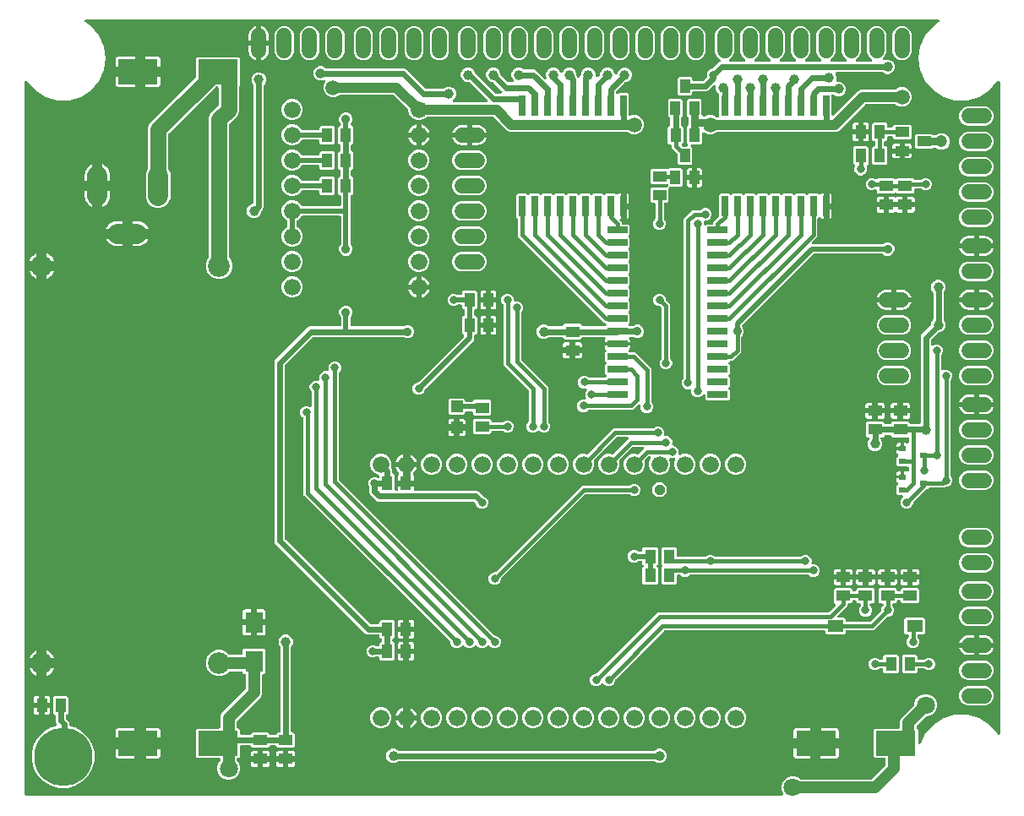
<source format=gbr>
G04 EAGLE Gerber RS-274X export*
G75*
%MOMM*%
%FSLAX34Y34*%
%LPD*%
%INTop Copper*%
%IPPOS*%
%AMOC8*
5,1,8,0,0,1.08239X$1,22.5*%
G01*
%ADD10R,1.092200X1.397000*%
%ADD11C,1.676400*%
%ADD12C,2.000000*%
%ADD13C,1.500000*%
%ADD14R,0.660400X2.032000*%
%ADD15R,4.000000X2.500000*%
%ADD16R,1.397000X1.092200*%
%ADD17C,2.184400*%
%ADD18R,2.032000X0.660400*%
%ADD19C,5.842000*%
%ADD20R,1.600000X1.200000*%
%ADD21R,1.200000X1.200000*%
%ADD22R,1.400000X1.000000*%
%ADD23R,1.000000X1.400000*%
%ADD24R,0.700000X0.600000*%
%ADD25P,1.099708X8X22.500000*%
%ADD26R,1.800000X2.100000*%
%ADD27C,0.800000*%
%ADD28C,1.000000*%
%ADD29C,1.200000*%
%ADD30C,1.006400*%
%ADD31C,0.600000*%
%ADD32C,0.806400*%
%ADD33C,0.906400*%
%ADD34C,0.500000*%
%ADD35C,0.400000*%
%ADD36C,1.500000*%
%ADD37C,1.600000*%
%ADD38C,1.800000*%
%ADD39C,1.206400*%

G36*
X770089Y11219D02*
X770089Y11219D01*
X770245Y11233D01*
X770261Y11239D01*
X770277Y11241D01*
X770425Y11294D01*
X770572Y11343D01*
X770587Y11352D01*
X770603Y11358D01*
X770734Y11444D01*
X770866Y11526D01*
X770878Y11538D01*
X770892Y11547D01*
X771000Y11660D01*
X771110Y11770D01*
X771119Y11785D01*
X771131Y11797D01*
X771210Y11932D01*
X771292Y12065D01*
X771297Y12081D01*
X771306Y12095D01*
X771352Y12244D01*
X771401Y12393D01*
X771403Y12409D01*
X771408Y12426D01*
X771419Y12582D01*
X771433Y12737D01*
X771430Y12754D01*
X771432Y12771D01*
X771406Y12925D01*
X771384Y13079D01*
X771377Y13100D01*
X771376Y13112D01*
X771365Y13137D01*
X771319Y13274D01*
X769849Y16822D01*
X769849Y21278D01*
X771554Y25395D01*
X774705Y28546D01*
X778822Y30251D01*
X783278Y30251D01*
X787395Y28546D01*
X788250Y27690D01*
X788359Y27603D01*
X788465Y27512D01*
X788495Y27496D01*
X788521Y27475D01*
X788647Y27416D01*
X788771Y27351D01*
X788804Y27343D01*
X788834Y27328D01*
X788971Y27300D01*
X789106Y27265D01*
X789151Y27262D01*
X789173Y27257D01*
X789206Y27258D01*
X789311Y27251D01*
X859582Y27251D01*
X859720Y27267D01*
X859860Y27277D01*
X859892Y27287D01*
X859926Y27291D01*
X860056Y27338D01*
X860190Y27379D01*
X860219Y27397D01*
X860251Y27408D01*
X860368Y27484D01*
X860488Y27555D01*
X860522Y27585D01*
X860540Y27597D01*
X860564Y27621D01*
X860642Y27690D01*
X874010Y41058D01*
X874097Y41167D01*
X874188Y41272D01*
X874204Y41302D01*
X874225Y41329D01*
X874284Y41455D01*
X874349Y41578D01*
X874357Y41611D01*
X874372Y41642D01*
X874400Y41778D01*
X874435Y41913D01*
X874438Y41958D01*
X874443Y41980D01*
X874442Y42014D01*
X874449Y42118D01*
X874449Y47300D01*
X874445Y47335D01*
X874448Y47371D01*
X874425Y47507D01*
X874409Y47643D01*
X874397Y47677D01*
X874392Y47712D01*
X874339Y47839D01*
X874292Y47969D01*
X874273Y47998D01*
X874259Y48031D01*
X874178Y48143D01*
X874103Y48258D01*
X874077Y48283D01*
X874057Y48311D01*
X873953Y48402D01*
X873853Y48497D01*
X873822Y48515D01*
X873796Y48538D01*
X873673Y48602D01*
X873555Y48672D01*
X873521Y48682D01*
X873489Y48699D01*
X873356Y48733D01*
X873224Y48774D01*
X873189Y48776D01*
X873155Y48785D01*
X872950Y48799D01*
X863638Y48799D01*
X862349Y50088D01*
X862349Y76912D01*
X863638Y78201D01*
X887238Y78201D01*
X887273Y78205D01*
X887308Y78202D01*
X887444Y78225D01*
X887581Y78241D01*
X887614Y78253D01*
X887649Y78258D01*
X887776Y78311D01*
X887906Y78358D01*
X887936Y78377D01*
X887969Y78391D01*
X888080Y78472D01*
X888196Y78547D01*
X888220Y78573D01*
X888249Y78593D01*
X888339Y78697D01*
X888434Y78797D01*
X888452Y78828D01*
X888476Y78854D01*
X888540Y78977D01*
X888609Y79095D01*
X888620Y79129D01*
X888636Y79161D01*
X888671Y79294D01*
X888711Y79426D01*
X888714Y79461D01*
X888723Y79495D01*
X888737Y79700D01*
X888737Y85769D01*
X889985Y88783D01*
X902760Y101558D01*
X902847Y101667D01*
X902938Y101772D01*
X902954Y101802D01*
X902975Y101829D01*
X903034Y101955D01*
X903099Y102078D01*
X903107Y102111D01*
X903122Y102142D01*
X903150Y102278D01*
X903185Y102413D01*
X903188Y102458D01*
X903193Y102480D01*
X903192Y102514D01*
X903199Y102618D01*
X903199Y103828D01*
X904904Y107945D01*
X908055Y111096D01*
X912172Y112801D01*
X916628Y112801D01*
X920745Y111096D01*
X923896Y107945D01*
X925601Y103828D01*
X925601Y99372D01*
X923896Y95255D01*
X920745Y92104D01*
X916628Y90399D01*
X915418Y90399D01*
X915280Y90383D01*
X915140Y90373D01*
X915108Y90363D01*
X915074Y90359D01*
X914944Y90312D01*
X914810Y90271D01*
X914781Y90253D01*
X914749Y90242D01*
X914632Y90166D01*
X914512Y90095D01*
X914478Y90065D01*
X914460Y90053D01*
X914436Y90029D01*
X914358Y89960D01*
X905577Y81180D01*
X905502Y81085D01*
X905487Y81069D01*
X905482Y81061D01*
X905399Y80965D01*
X905384Y80935D01*
X905363Y80909D01*
X905304Y80783D01*
X905239Y80659D01*
X905230Y80626D01*
X905216Y80596D01*
X905187Y80459D01*
X905152Y80324D01*
X905149Y80279D01*
X905145Y80257D01*
X905145Y80224D01*
X905138Y80120D01*
X905138Y79145D01*
X905154Y79007D01*
X905164Y78867D01*
X905174Y78835D01*
X905178Y78802D01*
X905225Y78671D01*
X905267Y78537D01*
X905284Y78508D01*
X905296Y78476D01*
X905372Y78360D01*
X905443Y78240D01*
X905472Y78205D01*
X905484Y78187D01*
X905509Y78164D01*
X905577Y78085D01*
X906751Y76912D01*
X906751Y64230D01*
X906754Y64205D01*
X906752Y64180D01*
X906774Y64033D01*
X906791Y63887D01*
X906799Y63863D01*
X906803Y63838D01*
X906858Y63701D01*
X906908Y63562D01*
X906922Y63540D01*
X906931Y63517D01*
X907016Y63396D01*
X907097Y63272D01*
X907115Y63255D01*
X907130Y63234D01*
X907240Y63135D01*
X907347Y63033D01*
X907369Y63021D01*
X907388Y63004D01*
X907518Y62933D01*
X907645Y62858D01*
X907670Y62851D01*
X907692Y62839D01*
X907834Y62800D01*
X907976Y62756D01*
X908001Y62755D01*
X908026Y62748D01*
X908173Y62743D01*
X908321Y62733D01*
X908346Y62737D01*
X908371Y62736D01*
X908516Y62765D01*
X908662Y62789D01*
X908685Y62798D01*
X908710Y62803D01*
X908845Y62865D01*
X908981Y62921D01*
X909002Y62936D01*
X909025Y62947D01*
X909142Y63037D01*
X909261Y63124D01*
X909278Y63143D01*
X909298Y63158D01*
X909391Y63273D01*
X909488Y63385D01*
X909500Y63407D01*
X909516Y63427D01*
X909614Y63607D01*
X913973Y73153D01*
X921955Y82365D01*
X932210Y88955D01*
X943905Y92389D01*
X956095Y92389D01*
X967790Y88955D01*
X978045Y82365D01*
X986027Y73153D01*
X986121Y72948D01*
X986134Y72926D01*
X986143Y72902D01*
X986223Y72779D01*
X986299Y72652D01*
X986317Y72634D01*
X986331Y72612D01*
X986438Y72511D01*
X986541Y72405D01*
X986563Y72392D01*
X986582Y72374D01*
X986709Y72299D01*
X986834Y72220D01*
X986858Y72212D01*
X986880Y72199D01*
X987020Y72156D01*
X987160Y72107D01*
X987186Y72105D01*
X987210Y72097D01*
X987357Y72087D01*
X987504Y72072D01*
X987530Y72075D01*
X987555Y72073D01*
X987700Y72097D01*
X987847Y72116D01*
X987871Y72125D01*
X987896Y72130D01*
X988032Y72186D01*
X988171Y72238D01*
X988192Y72252D01*
X988216Y72262D01*
X988335Y72348D01*
X988458Y72431D01*
X988475Y72450D01*
X988496Y72465D01*
X988593Y72576D01*
X988693Y72684D01*
X988706Y72706D01*
X988723Y72726D01*
X988791Y72856D01*
X988864Y72985D01*
X988871Y73009D01*
X988883Y73032D01*
X988920Y73174D01*
X988962Y73316D01*
X988963Y73342D01*
X988970Y73367D01*
X988984Y73571D01*
X988815Y726060D01*
X988812Y726086D01*
X988814Y726111D01*
X988792Y726258D01*
X988775Y726404D01*
X988766Y726428D01*
X988763Y726453D01*
X988708Y726591D01*
X988658Y726729D01*
X988644Y726750D01*
X988634Y726774D01*
X988549Y726895D01*
X988469Y727019D01*
X988450Y727036D01*
X988435Y727057D01*
X988325Y727155D01*
X988218Y727257D01*
X988196Y727270D01*
X988177Y727287D01*
X988047Y727358D01*
X987920Y727432D01*
X987896Y727440D01*
X987873Y727452D01*
X987731Y727491D01*
X987590Y727534D01*
X987564Y727536D01*
X987539Y727543D01*
X987392Y727548D01*
X987245Y727558D01*
X987220Y727553D01*
X987194Y727554D01*
X987049Y727526D01*
X986904Y727502D01*
X986880Y727492D01*
X986855Y727487D01*
X986721Y727425D01*
X986584Y727369D01*
X986564Y727354D01*
X986540Y727343D01*
X986423Y727253D01*
X986304Y727166D01*
X986287Y727147D01*
X986267Y727131D01*
X986174Y727016D01*
X986169Y727010D01*
X986168Y727010D01*
X986093Y726923D01*
X986078Y726905D01*
X986077Y726905D01*
X978045Y717635D01*
X967790Y711045D01*
X956095Y707611D01*
X943905Y707611D01*
X932210Y711045D01*
X921955Y717635D01*
X913973Y726847D01*
X908909Y737935D01*
X907175Y750000D01*
X908909Y762065D01*
X913973Y773153D01*
X921955Y782365D01*
X927672Y786039D01*
X927742Y786097D01*
X927819Y786147D01*
X927876Y786206D01*
X927939Y786258D01*
X927995Y786331D01*
X928058Y786397D01*
X928099Y786468D01*
X928149Y786533D01*
X928187Y786616D01*
X928233Y786695D01*
X928257Y786773D01*
X928290Y786848D01*
X928308Y786938D01*
X928335Y787026D01*
X928341Y787107D01*
X928356Y787188D01*
X928352Y787279D01*
X928359Y787371D01*
X928345Y787451D01*
X928342Y787533D01*
X928317Y787621D01*
X928303Y787712D01*
X928271Y787787D01*
X928249Y787866D01*
X928205Y787946D01*
X928170Y788031D01*
X928122Y788097D01*
X928083Y788169D01*
X928021Y788237D01*
X927968Y788311D01*
X927906Y788365D01*
X927851Y788426D01*
X927776Y788478D01*
X927707Y788538D01*
X927634Y788576D01*
X927567Y788623D01*
X927482Y788656D01*
X927400Y788699D01*
X927321Y788719D01*
X927245Y788749D01*
X927155Y788762D01*
X927066Y788785D01*
X926933Y788794D01*
X926903Y788799D01*
X926888Y788797D01*
X926861Y788799D01*
X73139Y788799D01*
X73048Y788789D01*
X72956Y788788D01*
X72877Y788769D01*
X72796Y788759D01*
X72709Y788728D01*
X72620Y788707D01*
X72547Y788670D01*
X72470Y788642D01*
X72394Y788592D01*
X72312Y788550D01*
X72249Y788498D01*
X72181Y788453D01*
X72118Y788387D01*
X72047Y788328D01*
X71999Y788262D01*
X71942Y788203D01*
X71896Y788124D01*
X71841Y788050D01*
X71809Y787975D01*
X71767Y787905D01*
X71740Y787817D01*
X71704Y787733D01*
X71689Y787652D01*
X71665Y787574D01*
X71659Y787483D01*
X71643Y787393D01*
X71647Y787311D01*
X71641Y787229D01*
X71656Y787139D01*
X71661Y787047D01*
X71684Y786969D01*
X71697Y786888D01*
X71733Y786804D01*
X71758Y786716D01*
X71799Y786644D01*
X71830Y786569D01*
X71884Y786495D01*
X71929Y786415D01*
X71985Y786355D01*
X72032Y786289D01*
X72102Y786228D01*
X72164Y786161D01*
X72270Y786082D01*
X72293Y786062D01*
X72307Y786055D01*
X72328Y786039D01*
X78045Y782365D01*
X86027Y773153D01*
X91091Y762065D01*
X92825Y750000D01*
X91091Y737935D01*
X86027Y726847D01*
X78045Y717635D01*
X67790Y711045D01*
X56095Y707611D01*
X43905Y707611D01*
X32210Y711045D01*
X21955Y717635D01*
X13833Y727008D01*
X13716Y727115D01*
X13603Y727224D01*
X13590Y727231D01*
X13578Y727242D01*
X13440Y727319D01*
X13305Y727399D01*
X13290Y727403D01*
X13276Y727411D01*
X13125Y727454D01*
X12974Y727501D01*
X12959Y727502D01*
X12944Y727506D01*
X12787Y727513D01*
X12629Y727524D01*
X12614Y727522D01*
X12599Y727522D01*
X12444Y727494D01*
X12288Y727468D01*
X12274Y727462D01*
X12259Y727459D01*
X12114Y727396D01*
X11969Y727336D01*
X11956Y727327D01*
X11942Y727320D01*
X11816Y727225D01*
X11689Y727133D01*
X11678Y727122D01*
X11666Y727112D01*
X11566Y726992D01*
X11462Y726872D01*
X11455Y726858D01*
X11445Y726847D01*
X11375Y726706D01*
X11301Y726566D01*
X11297Y726551D01*
X11290Y726537D01*
X11254Y726384D01*
X11215Y726231D01*
X11213Y726211D01*
X11211Y726201D01*
X11211Y726174D01*
X11201Y726027D01*
X11201Y12700D01*
X11205Y12665D01*
X11202Y12629D01*
X11225Y12493D01*
X11241Y12357D01*
X11253Y12323D01*
X11258Y12288D01*
X11311Y12161D01*
X11358Y12031D01*
X11378Y12002D01*
X11391Y11969D01*
X11472Y11857D01*
X11547Y11742D01*
X11573Y11717D01*
X11593Y11689D01*
X11698Y11598D01*
X11797Y11503D01*
X11828Y11485D01*
X11854Y11462D01*
X11977Y11398D01*
X12095Y11328D01*
X12129Y11318D01*
X12161Y11301D01*
X12294Y11267D01*
X12426Y11226D01*
X12461Y11224D01*
X12495Y11215D01*
X12700Y11201D01*
X769934Y11201D01*
X770089Y11219D01*
G37*
%LPC*%
G36*
X694858Y407247D02*
X694858Y407247D01*
X693569Y408536D01*
X693569Y412054D01*
X693557Y412157D01*
X693554Y412262D01*
X693537Y412329D01*
X693529Y412397D01*
X693493Y412495D01*
X693467Y412596D01*
X693435Y412657D01*
X693411Y412722D01*
X693354Y412810D01*
X693306Y412902D01*
X693260Y412954D01*
X693223Y413012D01*
X693147Y413084D01*
X693079Y413162D01*
X693022Y413203D01*
X692972Y413250D01*
X692882Y413303D01*
X692798Y413364D01*
X692734Y413391D01*
X692674Y413425D01*
X692575Y413456D01*
X692478Y413496D01*
X692410Y413507D01*
X692344Y413528D01*
X692240Y413535D01*
X692137Y413551D01*
X692068Y413546D01*
X691999Y413551D01*
X691896Y413534D01*
X691792Y413527D01*
X691726Y413506D01*
X691658Y413495D01*
X691561Y413455D01*
X691462Y413424D01*
X691402Y413389D01*
X691338Y413363D01*
X691254Y413302D01*
X691164Y413249D01*
X691085Y413180D01*
X691058Y413160D01*
X691043Y413143D01*
X691009Y413114D01*
X689331Y411435D01*
X687040Y410486D01*
X684560Y410486D01*
X682269Y411435D01*
X680516Y413188D01*
X679567Y415479D01*
X679567Y417030D01*
X679549Y417185D01*
X679535Y417341D01*
X679529Y417357D01*
X679527Y417373D01*
X679474Y417520D01*
X679425Y417668D01*
X679416Y417683D01*
X679410Y417699D01*
X679324Y417830D01*
X679242Y417962D01*
X679230Y417974D01*
X679221Y417988D01*
X679108Y418096D01*
X678997Y418206D01*
X678983Y418215D01*
X678971Y418227D01*
X678836Y418306D01*
X678703Y418388D01*
X678687Y418393D01*
X678673Y418402D01*
X678523Y418448D01*
X678375Y418497D01*
X678359Y418499D01*
X678342Y418504D01*
X678186Y418515D01*
X678031Y418529D01*
X678014Y418526D01*
X677997Y418528D01*
X677843Y418502D01*
X677689Y418480D01*
X677668Y418473D01*
X677656Y418472D01*
X677631Y418461D01*
X677519Y418424D01*
X675035Y418424D01*
X672744Y419372D01*
X670991Y421126D01*
X670042Y423416D01*
X670042Y425896D01*
X670991Y428187D01*
X671635Y428831D01*
X671722Y428940D01*
X671813Y429045D01*
X671829Y429075D01*
X671850Y429102D01*
X671909Y429228D01*
X671974Y429351D01*
X671982Y429384D01*
X671997Y429415D01*
X672025Y429551D01*
X672060Y429686D01*
X672063Y429731D01*
X672068Y429753D01*
X672067Y429787D01*
X672074Y429891D01*
X672074Y589115D01*
X680885Y597926D01*
X688503Y597926D01*
X688641Y597942D01*
X688780Y597952D01*
X688813Y597962D01*
X688846Y597966D01*
X688977Y598013D01*
X689110Y598054D01*
X689140Y598072D01*
X689171Y598083D01*
X689288Y598159D01*
X689408Y598230D01*
X689442Y598260D01*
X689461Y598272D01*
X689484Y598296D01*
X689563Y598365D01*
X690207Y599009D01*
X692498Y599958D01*
X694977Y599958D01*
X697268Y599009D01*
X699021Y597256D01*
X699970Y594965D01*
X699970Y592485D01*
X699021Y590194D01*
X697268Y588441D01*
X694977Y587492D01*
X693426Y587492D01*
X693272Y587474D01*
X693116Y587460D01*
X693100Y587454D01*
X693083Y587452D01*
X692936Y587399D01*
X692788Y587350D01*
X692774Y587341D01*
X692758Y587335D01*
X692626Y587249D01*
X692494Y587167D01*
X692482Y587155D01*
X692468Y587146D01*
X692360Y587033D01*
X692250Y586922D01*
X692241Y586908D01*
X692229Y586896D01*
X692151Y586761D01*
X692068Y586628D01*
X692063Y586612D01*
X692054Y586598D01*
X692008Y586448D01*
X691959Y586300D01*
X691957Y586284D01*
X691952Y586267D01*
X691942Y586111D01*
X691928Y585956D01*
X691930Y585939D01*
X691929Y585922D01*
X691954Y585768D01*
X691976Y585614D01*
X691983Y585593D01*
X691985Y585581D01*
X691995Y585556D01*
X692033Y585444D01*
X692033Y584147D01*
X692045Y584043D01*
X692047Y583939D01*
X692065Y583872D01*
X692073Y583804D01*
X692108Y583705D01*
X692134Y583605D01*
X692167Y583543D01*
X692190Y583478D01*
X692247Y583391D01*
X692296Y583299D01*
X692341Y583247D01*
X692379Y583189D01*
X692454Y583117D01*
X692523Y583038D01*
X692579Y582998D01*
X692629Y582950D01*
X692719Y582897D01*
X692804Y582836D01*
X692868Y582810D01*
X692927Y582775D01*
X693027Y582744D01*
X693123Y582705D01*
X693192Y582693D01*
X693258Y582673D01*
X693362Y582666D01*
X693465Y582649D01*
X693534Y582654D01*
X693603Y582649D01*
X693705Y582666D01*
X693810Y582674D01*
X693876Y582694D01*
X693944Y582705D01*
X694040Y582745D01*
X694140Y582776D01*
X694199Y582812D01*
X694263Y582838D01*
X694348Y582899D01*
X694437Y582952D01*
X694516Y583021D01*
X694543Y583040D01*
X694558Y583057D01*
X694592Y583087D01*
X694858Y583353D01*
X700230Y583353D01*
X700265Y583357D01*
X700300Y583354D01*
X700436Y583377D01*
X700573Y583393D01*
X700606Y583405D01*
X700641Y583410D01*
X700768Y583463D01*
X700898Y583510D01*
X700928Y583529D01*
X700961Y583543D01*
X701072Y583624D01*
X701188Y583699D01*
X701212Y583725D01*
X701241Y583745D01*
X701331Y583849D01*
X701426Y583949D01*
X701444Y583980D01*
X701468Y584006D01*
X701532Y584129D01*
X701601Y584247D01*
X701612Y584281D01*
X701628Y584313D01*
X701663Y584446D01*
X701703Y584578D01*
X701706Y584613D01*
X701715Y584647D01*
X701729Y584852D01*
X701729Y585432D01*
X706846Y590549D01*
X706932Y590658D01*
X707024Y590763D01*
X707039Y590793D01*
X707060Y590820D01*
X707119Y590946D01*
X707184Y591070D01*
X707193Y591102D01*
X707207Y591133D01*
X707236Y591269D01*
X707271Y591404D01*
X707274Y591449D01*
X707278Y591471D01*
X707278Y591505D01*
X707285Y591609D01*
X707285Y613242D01*
X708574Y614531D01*
X717001Y614531D01*
X718077Y613455D01*
X718105Y613433D01*
X718128Y613406D01*
X718240Y613326D01*
X718348Y613240D01*
X718380Y613225D01*
X718409Y613205D01*
X718537Y613152D01*
X718661Y613093D01*
X718696Y613086D01*
X718729Y613073D01*
X718865Y613050D01*
X719000Y613022D01*
X719035Y613023D01*
X719070Y613017D01*
X719208Y613027D01*
X719345Y613030D01*
X719380Y613039D01*
X719415Y613042D01*
X719547Y613083D01*
X719680Y613117D01*
X719711Y613134D01*
X719745Y613144D01*
X719864Y613214D01*
X719986Y613279D01*
X720012Y613302D01*
X720043Y613320D01*
X720198Y613455D01*
X721274Y614531D01*
X729701Y614531D01*
X730777Y613455D01*
X730805Y613433D01*
X730828Y613406D01*
X730940Y613326D01*
X731048Y613240D01*
X731080Y613225D01*
X731109Y613205D01*
X731237Y613152D01*
X731361Y613093D01*
X731396Y613086D01*
X731429Y613073D01*
X731565Y613050D01*
X731700Y613022D01*
X731735Y613023D01*
X731770Y613017D01*
X731908Y613027D01*
X732045Y613030D01*
X732080Y613039D01*
X732115Y613042D01*
X732247Y613083D01*
X732380Y613117D01*
X732411Y613134D01*
X732445Y613144D01*
X732564Y613214D01*
X732686Y613279D01*
X732712Y613302D01*
X732743Y613320D01*
X732898Y613455D01*
X733974Y614531D01*
X742401Y614531D01*
X743477Y613455D01*
X743505Y613433D01*
X743528Y613406D01*
X743640Y613326D01*
X743748Y613240D01*
X743780Y613225D01*
X743809Y613205D01*
X743937Y613152D01*
X744061Y613093D01*
X744096Y613086D01*
X744129Y613073D01*
X744265Y613050D01*
X744400Y613022D01*
X744435Y613023D01*
X744470Y613017D01*
X744608Y613027D01*
X744745Y613030D01*
X744780Y613039D01*
X744815Y613042D01*
X744947Y613083D01*
X745080Y613117D01*
X745111Y613134D01*
X745145Y613144D01*
X745264Y613214D01*
X745386Y613279D01*
X745412Y613302D01*
X745443Y613320D01*
X745598Y613455D01*
X746674Y614531D01*
X755101Y614531D01*
X756177Y613455D01*
X756205Y613433D01*
X756228Y613406D01*
X756340Y613326D01*
X756448Y613240D01*
X756480Y613225D01*
X756509Y613205D01*
X756637Y613152D01*
X756761Y613093D01*
X756796Y613086D01*
X756829Y613073D01*
X756965Y613050D01*
X757100Y613022D01*
X757135Y613023D01*
X757170Y613017D01*
X757308Y613027D01*
X757445Y613030D01*
X757480Y613039D01*
X757515Y613042D01*
X757647Y613083D01*
X757780Y613117D01*
X757811Y613134D01*
X757845Y613144D01*
X757964Y613214D01*
X758086Y613279D01*
X758112Y613302D01*
X758143Y613320D01*
X758298Y613455D01*
X759374Y614531D01*
X767801Y614531D01*
X768877Y613455D01*
X768905Y613433D01*
X768928Y613406D01*
X769040Y613326D01*
X769148Y613240D01*
X769180Y613225D01*
X769209Y613205D01*
X769337Y613152D01*
X769461Y613093D01*
X769496Y613086D01*
X769529Y613073D01*
X769665Y613050D01*
X769800Y613022D01*
X769835Y613023D01*
X769870Y613017D01*
X770008Y613027D01*
X770145Y613030D01*
X770180Y613039D01*
X770215Y613042D01*
X770347Y613083D01*
X770480Y613117D01*
X770511Y613134D01*
X770545Y613144D01*
X770664Y613214D01*
X770786Y613279D01*
X770812Y613302D01*
X770843Y613320D01*
X770998Y613455D01*
X772074Y614531D01*
X780501Y614531D01*
X781577Y613455D01*
X781605Y613433D01*
X781628Y613406D01*
X781740Y613326D01*
X781848Y613240D01*
X781881Y613225D01*
X781909Y613205D01*
X782037Y613152D01*
X782161Y613093D01*
X782196Y613086D01*
X782229Y613073D01*
X782365Y613050D01*
X782500Y613022D01*
X782535Y613023D01*
X782570Y613017D01*
X782708Y613027D01*
X782845Y613030D01*
X782880Y613039D01*
X782915Y613042D01*
X783047Y613083D01*
X783180Y613117D01*
X783211Y613134D01*
X783245Y613144D01*
X783364Y613215D01*
X783486Y613279D01*
X783512Y613302D01*
X783543Y613320D01*
X783698Y613455D01*
X784774Y614531D01*
X793201Y614531D01*
X794277Y613455D01*
X794305Y613433D01*
X794328Y613406D01*
X794440Y613326D01*
X794548Y613240D01*
X794580Y613225D01*
X794609Y613205D01*
X794737Y613152D01*
X794861Y613093D01*
X794896Y613086D01*
X794929Y613073D01*
X795065Y613050D01*
X795200Y613022D01*
X795235Y613023D01*
X795270Y613017D01*
X795408Y613027D01*
X795545Y613030D01*
X795580Y613039D01*
X795615Y613042D01*
X795747Y613083D01*
X795880Y613117D01*
X795911Y613134D01*
X795945Y613144D01*
X796064Y613214D01*
X796186Y613279D01*
X796212Y613302D01*
X796243Y613320D01*
X796398Y613455D01*
X797474Y614531D01*
X805901Y614531D01*
X806752Y613680D01*
X806798Y613644D01*
X806838Y613601D01*
X806933Y613537D01*
X807023Y613466D01*
X807076Y613441D01*
X807125Y613408D01*
X807232Y613368D01*
X807336Y613319D01*
X807393Y613307D01*
X807448Y613286D01*
X807562Y613271D01*
X807674Y613248D01*
X807733Y613249D01*
X807791Y613241D01*
X807905Y613253D01*
X808020Y613256D01*
X808077Y613271D01*
X808135Y613276D01*
X808243Y613314D01*
X808354Y613343D01*
X808406Y613370D01*
X808462Y613389D01*
X808559Y613451D01*
X808660Y613504D01*
X808704Y613543D01*
X808754Y613574D01*
X808834Y613656D01*
X808921Y613731D01*
X808955Y613779D01*
X808996Y613821D01*
X809023Y613861D01*
X809525Y614364D01*
X810105Y614698D01*
X810751Y614871D01*
X812737Y614871D01*
X812737Y602322D01*
X812741Y602287D01*
X812739Y602251D01*
X812749Y602190D01*
X812737Y602019D01*
X812737Y589470D01*
X810751Y589470D01*
X810105Y589643D01*
X809525Y589977D01*
X809008Y590495D01*
X808973Y590535D01*
X808904Y590627D01*
X808860Y590665D01*
X808821Y590709D01*
X808728Y590776D01*
X808640Y590850D01*
X808588Y590877D01*
X808540Y590911D01*
X808434Y590955D01*
X808332Y591007D01*
X808275Y591021D01*
X808221Y591043D01*
X808107Y591061D01*
X807996Y591088D01*
X807937Y591089D01*
X807879Y591098D01*
X807765Y591090D01*
X807650Y591091D01*
X807593Y591078D01*
X807534Y591074D01*
X807425Y591040D01*
X807313Y591014D01*
X807260Y590988D01*
X807204Y590971D01*
X807105Y590913D01*
X807002Y590862D01*
X806957Y590825D01*
X806907Y590795D01*
X806752Y590661D01*
X806327Y590236D01*
X806241Y590127D01*
X806149Y590022D01*
X806134Y589992D01*
X806113Y589965D01*
X806054Y589839D01*
X805989Y589715D01*
X805980Y589683D01*
X805966Y589652D01*
X805937Y589516D01*
X805902Y589381D01*
X805899Y589336D01*
X805895Y589314D01*
X805895Y589280D01*
X805888Y589176D01*
X805888Y571347D01*
X800601Y566060D01*
X800536Y565978D01*
X800464Y565903D01*
X800429Y565843D01*
X800386Y565789D01*
X800342Y565695D01*
X800289Y565605D01*
X800269Y565539D01*
X800239Y565476D01*
X800218Y565374D01*
X800187Y565274D01*
X800182Y565205D01*
X800168Y565138D01*
X800170Y565034D01*
X800163Y564929D01*
X800175Y564861D01*
X800176Y564792D01*
X800202Y564691D01*
X800219Y564588D01*
X800246Y564524D01*
X800263Y564458D01*
X800312Y564365D01*
X800352Y564269D01*
X800392Y564213D01*
X800425Y564152D01*
X800493Y564073D01*
X800554Y563989D01*
X800607Y563943D01*
X800652Y563891D01*
X800737Y563830D01*
X800815Y563762D01*
X800877Y563730D01*
X800933Y563689D01*
X801029Y563650D01*
X801121Y563601D01*
X801189Y563584D01*
X801252Y563558D01*
X801355Y563541D01*
X801456Y563515D01*
X801560Y563508D01*
X801594Y563502D01*
X801616Y563504D01*
X801661Y563501D01*
X870858Y563501D01*
X870996Y563517D01*
X871136Y563527D01*
X871168Y563537D01*
X871202Y563541D01*
X871333Y563588D01*
X871466Y563629D01*
X871495Y563647D01*
X871527Y563658D01*
X871644Y563734D01*
X871764Y563805D01*
X871798Y563835D01*
X871816Y563847D01*
X871840Y563871D01*
X871918Y563940D01*
X872486Y564508D01*
X874961Y565533D01*
X877639Y565533D01*
X880114Y564508D01*
X882008Y562614D01*
X883033Y560139D01*
X883033Y557461D01*
X882008Y554986D01*
X880114Y553092D01*
X877639Y552067D01*
X874961Y552067D01*
X872486Y553092D01*
X871918Y553660D01*
X871809Y553747D01*
X871704Y553838D01*
X871674Y553854D01*
X871647Y553875D01*
X871521Y553934D01*
X871398Y553999D01*
X871365Y554007D01*
X871334Y554022D01*
X871198Y554050D01*
X871063Y554085D01*
X871018Y554088D01*
X870996Y554093D01*
X870962Y554092D01*
X870858Y554099D01*
X802668Y554099D01*
X802530Y554083D01*
X802391Y554073D01*
X802358Y554063D01*
X802325Y554059D01*
X802194Y554012D01*
X802060Y553971D01*
X802031Y553953D01*
X801999Y553942D01*
X801883Y553866D01*
X801763Y553795D01*
X801729Y553765D01*
X801710Y553753D01*
X801687Y553729D01*
X801608Y553660D01*
X730664Y482716D01*
X730642Y482688D01*
X730615Y482665D01*
X730534Y482553D01*
X730449Y482445D01*
X730434Y482413D01*
X730413Y482384D01*
X730361Y482256D01*
X730302Y482132D01*
X730295Y482097D01*
X730281Y482064D01*
X730259Y481928D01*
X730231Y481793D01*
X730232Y481758D01*
X730226Y481723D01*
X730236Y481585D01*
X730239Y481448D01*
X730248Y481413D01*
X730250Y481378D01*
X730291Y481246D01*
X730326Y481113D01*
X730343Y481082D01*
X730353Y481048D01*
X730423Y480929D01*
X730487Y480807D01*
X730511Y480781D01*
X730529Y480750D01*
X730664Y480595D01*
X731195Y480064D01*
X732220Y477589D01*
X732220Y474911D01*
X731195Y472436D01*
X730127Y471368D01*
X730041Y471259D01*
X729949Y471154D01*
X729934Y471124D01*
X729913Y471097D01*
X729854Y470971D01*
X729789Y470848D01*
X729780Y470815D01*
X729766Y470784D01*
X729737Y470648D01*
X729702Y470513D01*
X729699Y470468D01*
X729695Y470446D01*
X729695Y470412D01*
X729688Y470308D01*
X729688Y455460D01*
X720878Y446649D01*
X718924Y446649D01*
X718786Y446633D01*
X718647Y446623D01*
X718614Y446613D01*
X718581Y446609D01*
X718450Y446562D01*
X718316Y446521D01*
X718287Y446503D01*
X718255Y446492D01*
X718139Y446416D01*
X718019Y446345D01*
X717985Y446315D01*
X717966Y446303D01*
X717943Y446279D01*
X717864Y446210D01*
X717214Y445560D01*
X717192Y445532D01*
X717165Y445509D01*
X717085Y445397D01*
X716999Y445289D01*
X716984Y445257D01*
X716964Y445228D01*
X716911Y445101D01*
X716852Y444976D01*
X716845Y444941D01*
X716832Y444909D01*
X716809Y444772D01*
X716781Y444638D01*
X716782Y444602D01*
X716776Y444567D01*
X716786Y444430D01*
X716789Y444292D01*
X716798Y444258D01*
X716801Y444222D01*
X716842Y444091D01*
X716876Y443958D01*
X716893Y443926D01*
X716903Y443892D01*
X716970Y443779D01*
X716981Y443753D01*
X716993Y443736D01*
X717038Y443652D01*
X717061Y443625D01*
X717079Y443595D01*
X717173Y443486D01*
X717183Y443473D01*
X717192Y443465D01*
X717214Y443440D01*
X718290Y442364D01*
X718290Y433936D01*
X717214Y432860D01*
X717192Y432832D01*
X717165Y432809D01*
X717085Y432697D01*
X716999Y432589D01*
X716984Y432557D01*
X716964Y432528D01*
X716911Y432401D01*
X716852Y432276D01*
X716845Y432241D01*
X716832Y432209D01*
X716809Y432072D01*
X716781Y431938D01*
X716782Y431902D01*
X716776Y431867D01*
X716786Y431730D01*
X716789Y431592D01*
X716798Y431558D01*
X716801Y431522D01*
X716842Y431391D01*
X716876Y431258D01*
X716893Y431226D01*
X716903Y431192D01*
X716973Y431074D01*
X717038Y430952D01*
X717061Y430925D01*
X717079Y430895D01*
X717214Y430740D01*
X718290Y429664D01*
X718290Y421236D01*
X717214Y420160D01*
X717192Y420132D01*
X717165Y420109D01*
X717085Y419997D01*
X716999Y419889D01*
X716984Y419857D01*
X716964Y419828D01*
X716911Y419701D01*
X716852Y419576D01*
X716845Y419541D01*
X716832Y419509D01*
X716809Y419372D01*
X716781Y419238D01*
X716782Y419202D01*
X716776Y419167D01*
X716786Y419030D01*
X716789Y418892D01*
X716798Y418858D01*
X716801Y418822D01*
X716842Y418691D01*
X716876Y418558D01*
X716893Y418526D01*
X716903Y418492D01*
X716973Y418374D01*
X717038Y418252D01*
X717061Y418225D01*
X717079Y418195D01*
X717214Y418040D01*
X718290Y416964D01*
X718290Y408536D01*
X717001Y407247D01*
X694858Y407247D01*
G37*
%LPD*%
%LPC*%
G36*
X667188Y643149D02*
X667188Y643149D01*
X665899Y644438D01*
X665899Y652989D01*
X665883Y653127D01*
X665873Y653267D01*
X665863Y653299D01*
X665859Y653332D01*
X665812Y653463D01*
X665771Y653597D01*
X665753Y653626D01*
X665742Y653658D01*
X665666Y653774D01*
X665595Y653894D01*
X665565Y653929D01*
X665553Y653947D01*
X665529Y653970D01*
X665460Y654049D01*
X659501Y660008D01*
X659501Y662415D01*
X659497Y662450D01*
X659500Y662486D01*
X659477Y662622D01*
X659461Y662758D01*
X659449Y662792D01*
X659444Y662827D01*
X659391Y662954D01*
X659344Y663084D01*
X659325Y663113D01*
X659311Y663146D01*
X659230Y663258D01*
X659155Y663373D01*
X659129Y663398D01*
X659109Y663426D01*
X659005Y663517D01*
X658905Y663612D01*
X658874Y663630D01*
X658848Y663653D01*
X658725Y663717D01*
X658607Y663787D01*
X658573Y663797D01*
X658541Y663814D01*
X658408Y663848D01*
X658276Y663889D01*
X658241Y663891D01*
X658207Y663900D01*
X658002Y663914D01*
X657329Y663914D01*
X656040Y665203D01*
X656040Y680997D01*
X657382Y682338D01*
X657414Y682343D01*
X657541Y682396D01*
X657671Y682443D01*
X657700Y682462D01*
X657733Y682476D01*
X657845Y682557D01*
X657960Y682632D01*
X657985Y682658D01*
X658013Y682678D01*
X658104Y682782D01*
X658199Y682882D01*
X658217Y682913D01*
X658240Y682939D01*
X658304Y683062D01*
X658374Y683180D01*
X658384Y683214D01*
X658401Y683246D01*
X658435Y683379D01*
X658476Y683511D01*
X658478Y683546D01*
X658487Y683580D01*
X658501Y683785D01*
X658501Y689565D01*
X658485Y689704D01*
X658475Y689843D01*
X658465Y689875D01*
X658461Y689909D01*
X658414Y690040D01*
X658373Y690173D01*
X658355Y690202D01*
X658344Y690234D01*
X658268Y690351D01*
X658197Y690471D01*
X658167Y690505D01*
X658155Y690524D01*
X658131Y690547D01*
X658062Y690626D01*
X656399Y692288D01*
X656399Y708112D01*
X657688Y709401D01*
X669512Y709401D01*
X670801Y708112D01*
X670801Y692288D01*
X669342Y690830D01*
X669255Y690721D01*
X669164Y690615D01*
X669148Y690585D01*
X669127Y690559D01*
X669068Y690433D01*
X669003Y690309D01*
X668995Y690276D01*
X668980Y690246D01*
X668952Y690109D01*
X668917Y689974D01*
X668914Y689929D01*
X668909Y689907D01*
X668910Y689874D01*
X668903Y689769D01*
X668903Y683785D01*
X668907Y683750D01*
X668904Y683714D01*
X668927Y683578D01*
X668943Y683442D01*
X668955Y683408D01*
X668960Y683373D01*
X669013Y683246D01*
X669060Y683116D01*
X669079Y683087D01*
X669093Y683054D01*
X669174Y682942D01*
X669249Y682827D01*
X669275Y682802D01*
X669295Y682774D01*
X669399Y682683D01*
X669499Y682588D01*
X669530Y682570D01*
X669556Y682547D01*
X669679Y682483D01*
X669797Y682413D01*
X669831Y682403D01*
X669863Y682386D01*
X669996Y682352D01*
X670014Y682346D01*
X671364Y680997D01*
X671364Y665203D01*
X670270Y664110D01*
X670206Y664028D01*
X670134Y663953D01*
X670099Y663893D01*
X670056Y663839D01*
X670011Y663745D01*
X669959Y663655D01*
X669938Y663589D01*
X669909Y663526D01*
X669887Y663424D01*
X669857Y663324D01*
X669852Y663255D01*
X669838Y663188D01*
X669840Y663084D01*
X669833Y662979D01*
X669844Y662911D01*
X669846Y662842D01*
X669872Y662741D01*
X669889Y662638D01*
X669915Y662574D01*
X669933Y662508D01*
X669982Y662415D01*
X670022Y662319D01*
X670062Y662263D01*
X670094Y662202D01*
X670163Y662123D01*
X670224Y662039D01*
X670276Y661993D01*
X670321Y661941D01*
X670406Y661880D01*
X670485Y661812D01*
X670546Y661780D01*
X670602Y661739D01*
X670698Y661700D01*
X670791Y661651D01*
X670858Y661634D01*
X670922Y661608D01*
X671025Y661591D01*
X671126Y661565D01*
X671230Y661558D01*
X671263Y661552D01*
X671286Y661554D01*
X671331Y661551D01*
X674869Y661551D01*
X674973Y661563D01*
X675077Y661565D01*
X675144Y661583D01*
X675213Y661591D01*
X675311Y661626D01*
X675412Y661652D01*
X675473Y661685D01*
X675538Y661708D01*
X675625Y661765D01*
X675718Y661814D01*
X675770Y661859D01*
X675828Y661897D01*
X675900Y661972D01*
X675978Y662041D01*
X676019Y662097D01*
X676066Y662147D01*
X676119Y662237D01*
X676180Y662322D01*
X676206Y662386D01*
X676241Y662445D01*
X676272Y662545D01*
X676312Y662641D01*
X676323Y662710D01*
X676343Y662776D01*
X676351Y662880D01*
X676367Y662983D01*
X676362Y663052D01*
X676367Y663121D01*
X676350Y663223D01*
X676343Y663328D01*
X676322Y663394D01*
X676311Y663462D01*
X676271Y663558D01*
X676240Y663658D01*
X676205Y663717D01*
X676178Y663781D01*
X676117Y663865D01*
X676064Y663955D01*
X675996Y664034D01*
X675976Y664061D01*
X675959Y664076D01*
X675930Y664110D01*
X674836Y665203D01*
X674836Y680997D01*
X675960Y682120D01*
X676047Y682230D01*
X676138Y682335D01*
X676154Y682365D01*
X676175Y682391D01*
X676234Y682517D01*
X676299Y682641D01*
X676307Y682674D01*
X676322Y682704D01*
X676350Y682841D01*
X676385Y682976D01*
X676388Y683021D01*
X676393Y683043D01*
X676392Y683076D01*
X676399Y683181D01*
X676399Y690667D01*
X676383Y690806D01*
X676373Y690945D01*
X676363Y690977D01*
X676359Y691011D01*
X676312Y691142D01*
X676271Y691275D01*
X676253Y691304D01*
X676242Y691336D01*
X676166Y691453D01*
X676095Y691573D01*
X676065Y691607D01*
X676053Y691626D01*
X676029Y691649D01*
X675960Y691728D01*
X675399Y692288D01*
X675399Y708112D01*
X676688Y709401D01*
X688512Y709401D01*
X689801Y708112D01*
X689801Y693500D01*
X689805Y693465D01*
X689802Y693429D01*
X689825Y693293D01*
X689841Y693157D01*
X689853Y693123D01*
X689858Y693088D01*
X689911Y692961D01*
X689958Y692831D01*
X689977Y692802D01*
X689991Y692769D01*
X690072Y692657D01*
X690147Y692542D01*
X690173Y692517D01*
X690193Y692489D01*
X690297Y692398D01*
X690397Y692303D01*
X690428Y692285D01*
X690454Y692262D01*
X690577Y692198D01*
X690695Y692128D01*
X690729Y692118D01*
X690761Y692101D01*
X690894Y692067D01*
X691026Y692026D01*
X691061Y692024D01*
X691095Y692015D01*
X691300Y692001D01*
X693571Y692001D01*
X693590Y692003D01*
X693608Y692001D01*
X693761Y692023D01*
X693915Y692041D01*
X693932Y692047D01*
X693951Y692050D01*
X694145Y692115D01*
X696570Y693119D01*
X700430Y693119D01*
X703995Y691643D01*
X704579Y691059D01*
X704688Y690972D01*
X704794Y690881D01*
X704824Y690865D01*
X704850Y690844D01*
X704976Y690785D01*
X705100Y690720D01*
X705132Y690711D01*
X705163Y690697D01*
X705299Y690668D01*
X705434Y690634D01*
X705480Y690630D01*
X705501Y690626D01*
X705535Y690627D01*
X705639Y690619D01*
X705786Y690619D01*
X705821Y690624D01*
X705856Y690621D01*
X705992Y690643D01*
X706129Y690659D01*
X706162Y690671D01*
X706197Y690677D01*
X706324Y690730D01*
X706454Y690777D01*
X706484Y690796D01*
X706517Y690810D01*
X706628Y690890D01*
X706744Y690966D01*
X706768Y690991D01*
X706797Y691012D01*
X706887Y691116D01*
X706982Y691216D01*
X707000Y691246D01*
X707024Y691273D01*
X707088Y691395D01*
X707157Y691514D01*
X707168Y691548D01*
X707184Y691579D01*
X707219Y691713D01*
X707259Y691844D01*
X707262Y691880D01*
X707271Y691914D01*
X707285Y692119D01*
X707285Y713791D01*
X707269Y713929D01*
X707259Y714068D01*
X707249Y714101D01*
X707245Y714134D01*
X707198Y714265D01*
X707156Y714398D01*
X707139Y714427D01*
X707127Y714459D01*
X707051Y714576D01*
X706980Y714696D01*
X706951Y714730D01*
X706939Y714749D01*
X706914Y714772D01*
X706846Y714851D01*
X705068Y716628D01*
X703967Y719286D01*
X703967Y721568D01*
X703955Y721671D01*
X703953Y721776D01*
X703935Y721843D01*
X703927Y721911D01*
X703892Y722009D01*
X703866Y722110D01*
X703833Y722171D01*
X703810Y722236D01*
X703753Y722324D01*
X703704Y722416D01*
X703659Y722468D01*
X703621Y722526D01*
X703546Y722598D01*
X703477Y722677D01*
X703421Y722717D01*
X703371Y722765D01*
X703281Y722817D01*
X703196Y722878D01*
X703132Y722905D01*
X703073Y722940D01*
X702973Y722970D01*
X702877Y723010D01*
X702808Y723021D01*
X702742Y723042D01*
X702638Y723049D01*
X702535Y723066D01*
X702466Y723061D01*
X702397Y723065D01*
X702295Y723049D01*
X702190Y723041D01*
X702124Y723021D01*
X702056Y723009D01*
X701960Y722970D01*
X701860Y722938D01*
X701801Y722903D01*
X701737Y722877D01*
X701652Y722816D01*
X701563Y722763D01*
X701484Y722694D01*
X701457Y722675D01*
X701442Y722658D01*
X701408Y722628D01*
X696571Y717791D01*
X694660Y716999D01*
X681800Y716999D01*
X681765Y716995D01*
X681729Y716998D01*
X681593Y716975D01*
X681457Y716959D01*
X681423Y716947D01*
X681388Y716942D01*
X681261Y716889D01*
X681131Y716842D01*
X681102Y716823D01*
X681069Y716809D01*
X680957Y716728D01*
X680842Y716653D01*
X680817Y716627D01*
X680789Y716607D01*
X680698Y716503D01*
X680603Y716403D01*
X680585Y716372D01*
X680562Y716346D01*
X680498Y716223D01*
X680428Y716105D01*
X680418Y716071D01*
X680401Y716039D01*
X680367Y715906D01*
X680326Y715774D01*
X680324Y715739D01*
X680315Y715705D01*
X680301Y715500D01*
X680301Y714288D01*
X679012Y712999D01*
X667188Y712999D01*
X665899Y714288D01*
X665899Y730112D01*
X667188Y731401D01*
X679012Y731401D01*
X680301Y730112D01*
X680301Y728900D01*
X680305Y728865D01*
X680302Y728829D01*
X680325Y728693D01*
X680341Y728557D01*
X680353Y728523D01*
X680358Y728488D01*
X680411Y728361D01*
X680458Y728231D01*
X680477Y728202D01*
X680491Y728169D01*
X680572Y728057D01*
X680647Y727942D01*
X680673Y727917D01*
X680693Y727889D01*
X680797Y727798D01*
X680897Y727703D01*
X680928Y727685D01*
X680954Y727662D01*
X681077Y727598D01*
X681195Y727528D01*
X681229Y727518D01*
X681261Y727501D01*
X681394Y727467D01*
X681526Y727426D01*
X681561Y727424D01*
X681595Y727415D01*
X681800Y727401D01*
X690850Y727401D01*
X690988Y727417D01*
X691127Y727427D01*
X691160Y727437D01*
X691193Y727441D01*
X691324Y727488D01*
X691457Y727529D01*
X691487Y727547D01*
X691518Y727558D01*
X691635Y727634D01*
X691755Y727705D01*
X691789Y727735D01*
X691808Y727747D01*
X691831Y727771D01*
X691910Y727840D01*
X695003Y730933D01*
X695090Y731042D01*
X695181Y731148D01*
X695197Y731178D01*
X695218Y731204D01*
X695277Y731330D01*
X695342Y731454D01*
X695350Y731487D01*
X695365Y731517D01*
X695393Y731653D01*
X695428Y731789D01*
X695431Y731834D01*
X695436Y731855D01*
X695435Y731889D01*
X695442Y731993D01*
X695442Y734665D01*
X696391Y736956D01*
X698144Y738709D01*
X700360Y739627D01*
X700377Y739636D01*
X700394Y739641D01*
X700527Y739720D01*
X700662Y739795D01*
X700676Y739808D01*
X700692Y739817D01*
X700847Y739952D01*
X706667Y745771D01*
X708062Y746350D01*
X708153Y746400D01*
X708249Y746442D01*
X708304Y746484D01*
X708364Y746518D01*
X708441Y746588D01*
X708524Y746651D01*
X708569Y746704D01*
X708620Y746751D01*
X708678Y746837D01*
X708745Y746917D01*
X708776Y746979D01*
X708815Y747036D01*
X708853Y747133D01*
X708899Y747227D01*
X708915Y747294D01*
X708940Y747359D01*
X708954Y747462D01*
X708978Y747563D01*
X708978Y747633D01*
X708987Y747701D01*
X708978Y747805D01*
X708977Y747909D01*
X708962Y747977D01*
X708955Y748045D01*
X708922Y748144D01*
X708898Y748246D01*
X708867Y748308D01*
X708845Y748373D01*
X708790Y748462D01*
X708743Y748555D01*
X708699Y748608D01*
X708663Y748667D01*
X708589Y748740D01*
X708522Y748821D01*
X708467Y748862D01*
X708418Y748911D01*
X708329Y748966D01*
X708246Y749029D01*
X708152Y749075D01*
X708124Y749093D01*
X708103Y749100D01*
X708062Y749120D01*
X707292Y749439D01*
X704564Y752167D01*
X703087Y755733D01*
X703087Y774592D01*
X704564Y778158D01*
X707292Y780886D01*
X710858Y782363D01*
X714717Y782363D01*
X718283Y780886D01*
X721011Y778158D01*
X722488Y774592D01*
X722488Y755733D01*
X721011Y752167D01*
X718276Y749432D01*
X718259Y749422D01*
X718209Y749404D01*
X718108Y749338D01*
X718002Y749279D01*
X717964Y749244D01*
X717920Y749216D01*
X717836Y749128D01*
X717747Y749046D01*
X717717Y749003D01*
X717681Y748965D01*
X717620Y748861D01*
X717551Y748761D01*
X717533Y748712D01*
X717506Y748667D01*
X717470Y748552D01*
X717427Y748439D01*
X717419Y748387D01*
X717404Y748337D01*
X717396Y748216D01*
X717379Y748096D01*
X717384Y748044D01*
X717380Y747992D01*
X717400Y747873D01*
X717411Y747752D01*
X717428Y747702D01*
X717436Y747651D01*
X717483Y747539D01*
X717521Y747424D01*
X717549Y747380D01*
X717569Y747331D01*
X717640Y747233D01*
X717704Y747130D01*
X717741Y747094D01*
X717771Y747051D01*
X717863Y746972D01*
X717948Y746886D01*
X717993Y746859D01*
X718032Y746824D01*
X718140Y746768D01*
X718242Y746705D01*
X718292Y746688D01*
X718338Y746664D01*
X718456Y746633D01*
X718570Y746595D01*
X718623Y746590D01*
X718673Y746577D01*
X718878Y746563D01*
X732097Y746563D01*
X732149Y746569D01*
X732201Y746567D01*
X732321Y746589D01*
X732440Y746603D01*
X732490Y746621D01*
X732541Y746631D01*
X732652Y746679D01*
X732766Y746721D01*
X732810Y746749D01*
X732857Y746770D01*
X732954Y746843D01*
X733055Y746909D01*
X733091Y746947D01*
X733133Y746979D01*
X733210Y747072D01*
X733294Y747160D01*
X733320Y747205D01*
X733354Y747245D01*
X733408Y747354D01*
X733469Y747458D01*
X733484Y747508D01*
X733508Y747555D01*
X733535Y747672D01*
X733571Y747788D01*
X733575Y747840D01*
X733586Y747891D01*
X733586Y748012D01*
X733595Y748133D01*
X733586Y748185D01*
X733586Y748237D01*
X733558Y748355D01*
X733539Y748474D01*
X733519Y748523D01*
X733507Y748574D01*
X733452Y748682D01*
X733406Y748794D01*
X733375Y748836D01*
X733352Y748883D01*
X733275Y748976D01*
X733204Y749074D01*
X733164Y749108D01*
X733131Y749148D01*
X733034Y749221D01*
X732943Y749301D01*
X732896Y749325D01*
X732854Y749356D01*
X732696Y749435D01*
X729964Y752167D01*
X728487Y755733D01*
X728487Y774592D01*
X729964Y778158D01*
X732692Y780886D01*
X736258Y782363D01*
X740117Y782363D01*
X743683Y780886D01*
X746411Y778158D01*
X747888Y774592D01*
X747888Y755733D01*
X746411Y752167D01*
X743676Y749432D01*
X743659Y749422D01*
X743609Y749404D01*
X743508Y749338D01*
X743402Y749279D01*
X743364Y749244D01*
X743320Y749216D01*
X743236Y749128D01*
X743147Y749046D01*
X743117Y749003D01*
X743081Y748965D01*
X743020Y748861D01*
X742951Y748761D01*
X742933Y748712D01*
X742906Y748667D01*
X742870Y748552D01*
X742827Y748439D01*
X742819Y748387D01*
X742804Y748337D01*
X742796Y748216D01*
X742779Y748096D01*
X742784Y748044D01*
X742780Y747992D01*
X742800Y747873D01*
X742811Y747752D01*
X742828Y747702D01*
X742836Y747651D01*
X742883Y747539D01*
X742921Y747424D01*
X742949Y747380D01*
X742969Y747331D01*
X743040Y747233D01*
X743104Y747130D01*
X743141Y747094D01*
X743171Y747051D01*
X743263Y746972D01*
X743348Y746886D01*
X743393Y746859D01*
X743432Y746824D01*
X743540Y746768D01*
X743642Y746705D01*
X743692Y746688D01*
X743738Y746664D01*
X743856Y746633D01*
X743970Y746595D01*
X744023Y746590D01*
X744073Y746577D01*
X744278Y746563D01*
X757497Y746563D01*
X757549Y746569D01*
X757601Y746567D01*
X757721Y746589D01*
X757840Y746603D01*
X757890Y746621D01*
X757941Y746631D01*
X758052Y746679D01*
X758166Y746721D01*
X758210Y746749D01*
X758257Y746770D01*
X758354Y746843D01*
X758455Y746909D01*
X758491Y746947D01*
X758533Y746979D01*
X758610Y747072D01*
X758694Y747160D01*
X758720Y747205D01*
X758754Y747245D01*
X758808Y747354D01*
X758869Y747458D01*
X758884Y747508D01*
X758908Y747555D01*
X758935Y747672D01*
X758971Y747788D01*
X758975Y747840D01*
X758986Y747891D01*
X758986Y748012D01*
X758995Y748133D01*
X758986Y748185D01*
X758986Y748237D01*
X758958Y748355D01*
X758939Y748474D01*
X758919Y748523D01*
X758907Y748574D01*
X758852Y748682D01*
X758806Y748794D01*
X758775Y748836D01*
X758752Y748883D01*
X758675Y748976D01*
X758604Y749074D01*
X758564Y749108D01*
X758531Y749148D01*
X758434Y749221D01*
X758343Y749301D01*
X758296Y749325D01*
X758254Y749356D01*
X758096Y749435D01*
X755364Y752167D01*
X753887Y755733D01*
X753887Y774592D01*
X755364Y778158D01*
X758092Y780886D01*
X761658Y782363D01*
X765517Y782363D01*
X769083Y780886D01*
X771811Y778158D01*
X773288Y774592D01*
X773288Y755733D01*
X771811Y752167D01*
X769076Y749432D01*
X769059Y749422D01*
X769009Y749404D01*
X768908Y749338D01*
X768802Y749279D01*
X768764Y749244D01*
X768720Y749216D01*
X768636Y749128D01*
X768547Y749046D01*
X768517Y749003D01*
X768481Y748965D01*
X768420Y748861D01*
X768351Y748761D01*
X768333Y748712D01*
X768306Y748667D01*
X768270Y748552D01*
X768227Y748439D01*
X768219Y748387D01*
X768204Y748337D01*
X768196Y748216D01*
X768179Y748096D01*
X768184Y748044D01*
X768180Y747992D01*
X768200Y747873D01*
X768211Y747752D01*
X768228Y747702D01*
X768236Y747651D01*
X768283Y747539D01*
X768321Y747424D01*
X768349Y747380D01*
X768369Y747331D01*
X768440Y747233D01*
X768504Y747130D01*
X768541Y747094D01*
X768571Y747051D01*
X768663Y746972D01*
X768748Y746886D01*
X768793Y746859D01*
X768832Y746824D01*
X768940Y746768D01*
X769042Y746705D01*
X769092Y746688D01*
X769138Y746664D01*
X769256Y746633D01*
X769370Y746595D01*
X769423Y746590D01*
X769473Y746577D01*
X769678Y746563D01*
X782897Y746563D01*
X782949Y746569D01*
X783001Y746567D01*
X783121Y746589D01*
X783240Y746603D01*
X783290Y746621D01*
X783341Y746631D01*
X783452Y746679D01*
X783566Y746721D01*
X783610Y746749D01*
X783657Y746770D01*
X783754Y746843D01*
X783855Y746909D01*
X783891Y746947D01*
X783933Y746979D01*
X784010Y747072D01*
X784094Y747160D01*
X784120Y747205D01*
X784154Y747245D01*
X784208Y747354D01*
X784269Y747458D01*
X784284Y747508D01*
X784308Y747555D01*
X784335Y747672D01*
X784371Y747788D01*
X784375Y747840D01*
X784386Y747891D01*
X784386Y748012D01*
X784395Y748133D01*
X784386Y748185D01*
X784386Y748237D01*
X784358Y748355D01*
X784339Y748474D01*
X784319Y748523D01*
X784307Y748574D01*
X784252Y748682D01*
X784206Y748794D01*
X784175Y748836D01*
X784152Y748883D01*
X784075Y748976D01*
X784004Y749074D01*
X783964Y749108D01*
X783931Y749148D01*
X783834Y749221D01*
X783743Y749301D01*
X783696Y749325D01*
X783654Y749356D01*
X783496Y749435D01*
X780764Y752167D01*
X779287Y755733D01*
X779287Y774592D01*
X780764Y778158D01*
X783492Y780886D01*
X787058Y782363D01*
X790917Y782363D01*
X794483Y780886D01*
X797211Y778158D01*
X798688Y774592D01*
X798688Y755733D01*
X797211Y752167D01*
X794476Y749432D01*
X794459Y749422D01*
X794409Y749404D01*
X794308Y749338D01*
X794202Y749279D01*
X794164Y749244D01*
X794120Y749216D01*
X794036Y749128D01*
X793947Y749046D01*
X793917Y749003D01*
X793881Y748965D01*
X793820Y748861D01*
X793751Y748761D01*
X793733Y748712D01*
X793706Y748667D01*
X793670Y748552D01*
X793627Y748439D01*
X793619Y748387D01*
X793604Y748337D01*
X793596Y748216D01*
X793579Y748096D01*
X793584Y748044D01*
X793580Y747992D01*
X793600Y747873D01*
X793611Y747752D01*
X793628Y747702D01*
X793636Y747651D01*
X793683Y747539D01*
X793721Y747424D01*
X793749Y747380D01*
X793769Y747331D01*
X793840Y747233D01*
X793904Y747130D01*
X793941Y747094D01*
X793971Y747051D01*
X794063Y746972D01*
X794148Y746886D01*
X794193Y746859D01*
X794232Y746824D01*
X794340Y746768D01*
X794442Y746705D01*
X794492Y746688D01*
X794538Y746664D01*
X794656Y746633D01*
X794770Y746595D01*
X794823Y746590D01*
X794873Y746577D01*
X795078Y746563D01*
X808297Y746563D01*
X808349Y746569D01*
X808401Y746567D01*
X808521Y746589D01*
X808640Y746603D01*
X808690Y746621D01*
X808741Y746631D01*
X808852Y746679D01*
X808966Y746721D01*
X809010Y746749D01*
X809057Y746770D01*
X809154Y746843D01*
X809255Y746909D01*
X809291Y746947D01*
X809333Y746979D01*
X809410Y747072D01*
X809494Y747160D01*
X809520Y747205D01*
X809554Y747245D01*
X809608Y747354D01*
X809669Y747458D01*
X809684Y747508D01*
X809708Y747555D01*
X809735Y747672D01*
X809771Y747788D01*
X809775Y747840D01*
X809786Y747891D01*
X809786Y748012D01*
X809795Y748133D01*
X809786Y748185D01*
X809786Y748237D01*
X809758Y748355D01*
X809739Y748474D01*
X809719Y748523D01*
X809707Y748574D01*
X809652Y748682D01*
X809606Y748794D01*
X809575Y748836D01*
X809552Y748883D01*
X809475Y748976D01*
X809404Y749074D01*
X809364Y749108D01*
X809331Y749148D01*
X809234Y749221D01*
X809143Y749301D01*
X809096Y749325D01*
X809054Y749356D01*
X808896Y749435D01*
X806164Y752167D01*
X804687Y755733D01*
X804687Y774592D01*
X806164Y778158D01*
X808892Y780886D01*
X812458Y782363D01*
X816317Y782363D01*
X819883Y780886D01*
X822611Y778158D01*
X824088Y774592D01*
X824088Y755733D01*
X822611Y752167D01*
X819876Y749432D01*
X819859Y749422D01*
X819809Y749404D01*
X819708Y749338D01*
X819602Y749279D01*
X819564Y749244D01*
X819520Y749216D01*
X819436Y749128D01*
X819347Y749046D01*
X819317Y749003D01*
X819281Y748965D01*
X819220Y748861D01*
X819151Y748761D01*
X819133Y748712D01*
X819106Y748667D01*
X819070Y748552D01*
X819027Y748439D01*
X819019Y748387D01*
X819004Y748337D01*
X818996Y748216D01*
X818979Y748096D01*
X818984Y748044D01*
X818980Y747992D01*
X819000Y747873D01*
X819011Y747752D01*
X819028Y747702D01*
X819036Y747651D01*
X819083Y747539D01*
X819121Y747424D01*
X819149Y747380D01*
X819169Y747331D01*
X819240Y747233D01*
X819304Y747130D01*
X819341Y747094D01*
X819371Y747051D01*
X819463Y746972D01*
X819548Y746886D01*
X819593Y746859D01*
X819632Y746824D01*
X819740Y746768D01*
X819842Y746705D01*
X819892Y746688D01*
X819938Y746664D01*
X820056Y746633D01*
X820170Y746595D01*
X820223Y746590D01*
X820273Y746577D01*
X820478Y746563D01*
X833697Y746563D01*
X833749Y746569D01*
X833801Y746567D01*
X833921Y746589D01*
X834040Y746603D01*
X834090Y746621D01*
X834141Y746631D01*
X834252Y746679D01*
X834366Y746721D01*
X834410Y746749D01*
X834457Y746770D01*
X834554Y746843D01*
X834655Y746909D01*
X834691Y746947D01*
X834733Y746979D01*
X834810Y747072D01*
X834894Y747160D01*
X834920Y747205D01*
X834954Y747245D01*
X835008Y747354D01*
X835069Y747458D01*
X835084Y747508D01*
X835108Y747555D01*
X835135Y747672D01*
X835171Y747788D01*
X835175Y747840D01*
X835186Y747891D01*
X835186Y748012D01*
X835195Y748133D01*
X835186Y748185D01*
X835186Y748237D01*
X835158Y748355D01*
X835139Y748474D01*
X835119Y748523D01*
X835107Y748574D01*
X835052Y748682D01*
X835006Y748794D01*
X834975Y748836D01*
X834952Y748883D01*
X834875Y748976D01*
X834804Y749074D01*
X834764Y749108D01*
X834731Y749148D01*
X834634Y749221D01*
X834543Y749301D01*
X834496Y749325D01*
X834454Y749356D01*
X834296Y749435D01*
X831564Y752167D01*
X830087Y755733D01*
X830087Y774592D01*
X831564Y778158D01*
X834292Y780886D01*
X837858Y782363D01*
X841717Y782363D01*
X845283Y780886D01*
X848011Y778158D01*
X849488Y774592D01*
X849488Y755733D01*
X848011Y752167D01*
X845276Y749432D01*
X845259Y749422D01*
X845209Y749404D01*
X845108Y749338D01*
X845002Y749279D01*
X844964Y749244D01*
X844920Y749216D01*
X844836Y749128D01*
X844747Y749046D01*
X844717Y749003D01*
X844681Y748965D01*
X844620Y748861D01*
X844551Y748761D01*
X844533Y748712D01*
X844506Y748667D01*
X844470Y748552D01*
X844427Y748439D01*
X844419Y748387D01*
X844404Y748337D01*
X844396Y748216D01*
X844379Y748096D01*
X844384Y748044D01*
X844380Y747992D01*
X844400Y747873D01*
X844411Y747752D01*
X844428Y747702D01*
X844436Y747651D01*
X844483Y747539D01*
X844521Y747424D01*
X844549Y747380D01*
X844569Y747331D01*
X844640Y747233D01*
X844704Y747130D01*
X844741Y747094D01*
X844771Y747051D01*
X844863Y746972D01*
X844948Y746886D01*
X844993Y746859D01*
X845032Y746824D01*
X845140Y746768D01*
X845242Y746705D01*
X845292Y746688D01*
X845338Y746664D01*
X845456Y746633D01*
X845570Y746595D01*
X845623Y746590D01*
X845673Y746577D01*
X845878Y746563D01*
X859097Y746563D01*
X859149Y746569D01*
X859201Y746567D01*
X859321Y746589D01*
X859440Y746603D01*
X859490Y746621D01*
X859541Y746631D01*
X859652Y746679D01*
X859766Y746721D01*
X859810Y746749D01*
X859857Y746770D01*
X859954Y746843D01*
X860055Y746909D01*
X860091Y746947D01*
X860133Y746979D01*
X860210Y747072D01*
X860294Y747160D01*
X860320Y747205D01*
X860354Y747245D01*
X860408Y747354D01*
X860469Y747458D01*
X860484Y747508D01*
X860508Y747555D01*
X860535Y747672D01*
X860571Y747788D01*
X860575Y747840D01*
X860586Y747891D01*
X860586Y748012D01*
X860595Y748133D01*
X860586Y748185D01*
X860586Y748237D01*
X860558Y748355D01*
X860539Y748474D01*
X860519Y748523D01*
X860507Y748574D01*
X860452Y748682D01*
X860406Y748794D01*
X860375Y748836D01*
X860352Y748883D01*
X860275Y748976D01*
X860204Y749074D01*
X860164Y749108D01*
X860131Y749148D01*
X860034Y749221D01*
X859943Y749301D01*
X859896Y749325D01*
X859854Y749356D01*
X859696Y749435D01*
X856964Y752167D01*
X855487Y755733D01*
X855487Y774592D01*
X856964Y778158D01*
X859692Y780886D01*
X863258Y782363D01*
X867117Y782363D01*
X870683Y780886D01*
X873411Y778158D01*
X874888Y774592D01*
X874888Y755733D01*
X873411Y752167D01*
X871618Y750374D01*
X871585Y750333D01*
X871546Y750297D01*
X871478Y750197D01*
X871403Y750103D01*
X871381Y750055D01*
X871351Y750012D01*
X871307Y749899D01*
X871256Y749790D01*
X871245Y749738D01*
X871226Y749690D01*
X871210Y749570D01*
X871185Y749451D01*
X871186Y749399D01*
X871179Y749347D01*
X871190Y749227D01*
X871193Y749106D01*
X871206Y749055D01*
X871211Y749003D01*
X871249Y748888D01*
X871280Y748771D01*
X871304Y748725D01*
X871321Y748675D01*
X871385Y748572D01*
X871441Y748465D01*
X871476Y748426D01*
X871503Y748381D01*
X871589Y748296D01*
X871669Y748205D01*
X871711Y748174D01*
X871748Y748137D01*
X871851Y748074D01*
X871949Y748003D01*
X871998Y747983D01*
X872042Y747956D01*
X872157Y747917D01*
X872269Y747871D01*
X872321Y747863D01*
X872370Y747846D01*
X872491Y747835D01*
X872610Y747816D01*
X872663Y747819D01*
X872715Y747815D01*
X872834Y747832D01*
X872955Y747840D01*
X873005Y747856D01*
X873057Y747863D01*
X873251Y747928D01*
X874861Y748595D01*
X877739Y748595D01*
X880397Y747494D01*
X882432Y745460D01*
X883533Y742801D01*
X883533Y739924D01*
X882432Y737265D01*
X880397Y735231D01*
X877739Y734130D01*
X874861Y734130D01*
X872203Y735231D01*
X871711Y735723D01*
X871602Y735809D01*
X871497Y735901D01*
X871467Y735916D01*
X871440Y735937D01*
X871314Y735996D01*
X871191Y736061D01*
X871158Y736070D01*
X871127Y736084D01*
X870991Y736113D01*
X870856Y736148D01*
X870811Y736151D01*
X870789Y736155D01*
X870755Y736155D01*
X870651Y736162D01*
X825186Y736162D01*
X825031Y736144D01*
X824876Y736129D01*
X824860Y736124D01*
X824843Y736122D01*
X824696Y736069D01*
X824548Y736019D01*
X824534Y736010D01*
X824518Y736004D01*
X824386Y735919D01*
X824254Y735837D01*
X824242Y735825D01*
X824228Y735816D01*
X824120Y735703D01*
X824010Y735592D01*
X824001Y735578D01*
X823989Y735565D01*
X823910Y735431D01*
X823828Y735298D01*
X823823Y735282D01*
X823814Y735267D01*
X823768Y735118D01*
X823719Y734970D01*
X823717Y734953D01*
X823712Y734937D01*
X823702Y734781D01*
X823687Y734626D01*
X823690Y734609D01*
X823689Y734592D01*
X823714Y734437D01*
X823736Y734283D01*
X823743Y734263D01*
X823745Y734251D01*
X823755Y734225D01*
X823801Y734089D01*
X824795Y731689D01*
X824795Y728811D01*
X824643Y728443D01*
X824600Y728293D01*
X824554Y728144D01*
X824553Y728127D01*
X824548Y728111D01*
X824541Y727955D01*
X824530Y727799D01*
X824533Y727782D01*
X824532Y727765D01*
X824561Y727611D01*
X824586Y727458D01*
X824593Y727442D01*
X824596Y727425D01*
X824659Y727282D01*
X824719Y727138D01*
X824729Y727125D01*
X824736Y727109D01*
X824830Y726985D01*
X824921Y726858D01*
X824934Y726847D01*
X824944Y726833D01*
X825064Y726734D01*
X825182Y726631D01*
X825197Y726623D01*
X825210Y726613D01*
X825349Y726544D01*
X825488Y726471D01*
X825505Y726466D01*
X825520Y726459D01*
X825672Y726423D01*
X825823Y726384D01*
X825845Y726383D01*
X825857Y726380D01*
X825884Y726380D01*
X826028Y726370D01*
X828526Y726370D01*
X831185Y725269D01*
X833219Y723235D01*
X834320Y720576D01*
X834320Y717699D01*
X833219Y715040D01*
X831185Y713006D01*
X828526Y711905D01*
X825649Y711905D01*
X822990Y713006D01*
X822499Y713498D01*
X822390Y713584D01*
X822284Y713676D01*
X822254Y713691D01*
X822228Y713712D01*
X822102Y713771D01*
X821978Y713836D01*
X821945Y713845D01*
X821915Y713859D01*
X821778Y713888D01*
X821643Y713923D01*
X821598Y713926D01*
X821576Y713930D01*
X821543Y713930D01*
X821439Y713937D01*
X821389Y713937D01*
X821354Y713933D01*
X821319Y713935D01*
X821243Y713923D01*
X821231Y713922D01*
X821213Y713918D01*
X821183Y713913D01*
X821046Y713897D01*
X821013Y713885D01*
X820978Y713879D01*
X820851Y713826D01*
X820721Y713779D01*
X820691Y713760D01*
X820658Y713746D01*
X820547Y713666D01*
X820431Y713591D01*
X820407Y713565D01*
X820378Y713544D01*
X820288Y713440D01*
X820193Y713340D01*
X820175Y713310D01*
X820151Y713283D01*
X820087Y713161D01*
X820018Y713042D01*
X820007Y713008D01*
X819991Y712977D01*
X819956Y712843D01*
X819916Y712712D01*
X819913Y712677D01*
X819904Y712642D01*
X819890Y712438D01*
X819890Y693993D01*
X819902Y693890D01*
X819905Y693785D01*
X819922Y693718D01*
X819930Y693650D01*
X819966Y693552D01*
X819992Y693451D01*
X820024Y693390D01*
X820048Y693324D01*
X820105Y693237D01*
X820153Y693145D01*
X820199Y693093D01*
X820236Y693035D01*
X820312Y692963D01*
X820380Y692884D01*
X820437Y692844D01*
X820487Y692796D01*
X820576Y692743D01*
X820661Y692683D01*
X820725Y692656D01*
X820785Y692621D01*
X820884Y692590D01*
X820981Y692551D01*
X821049Y692540D01*
X821115Y692519D01*
X821219Y692512D01*
X821322Y692495D01*
X821391Y692500D01*
X821460Y692495D01*
X821563Y692512D01*
X821667Y692520D01*
X821733Y692540D01*
X821801Y692551D01*
X821897Y692591D01*
X821997Y692622D01*
X822057Y692658D01*
X822121Y692684D01*
X822205Y692745D01*
X822295Y692798D01*
X822374Y692867D01*
X822401Y692886D01*
X822416Y692903D01*
X822450Y692933D01*
X846821Y717304D01*
X849468Y718401D01*
X883448Y718401D01*
X883587Y718417D01*
X883726Y718427D01*
X883758Y718437D01*
X883792Y718441D01*
X883923Y718488D01*
X884056Y718529D01*
X884085Y718547D01*
X884117Y718558D01*
X884234Y718634D01*
X884354Y718705D01*
X884388Y718735D01*
X884407Y718747D01*
X884430Y718771D01*
X884508Y718840D01*
X885092Y719424D01*
X888658Y720901D01*
X892517Y720901D01*
X896083Y719424D01*
X898811Y716695D01*
X900288Y713130D01*
X900288Y709270D01*
X898811Y705705D01*
X896083Y702976D01*
X892517Y701499D01*
X888658Y701499D01*
X885092Y702976D01*
X884508Y703560D01*
X884399Y703647D01*
X884294Y703738D01*
X884264Y703754D01*
X884237Y703775D01*
X884111Y703834D01*
X883988Y703899D01*
X883955Y703907D01*
X883924Y703922D01*
X883788Y703950D01*
X883653Y703985D01*
X883608Y703988D01*
X883586Y703993D01*
X883552Y703992D01*
X883448Y703999D01*
X854504Y703999D01*
X854365Y703983D01*
X854226Y703973D01*
X854194Y703963D01*
X854160Y703959D01*
X854029Y703912D01*
X853896Y703871D01*
X853867Y703853D01*
X853835Y703842D01*
X853718Y703766D01*
X853598Y703695D01*
X853564Y703665D01*
X853545Y703653D01*
X853522Y703629D01*
X853444Y703560D01*
X827198Y677314D01*
X824551Y676218D01*
X705639Y676218D01*
X705501Y676202D01*
X705362Y676192D01*
X705329Y676182D01*
X705296Y676178D01*
X705165Y676131D01*
X705031Y676089D01*
X705002Y676072D01*
X704971Y676061D01*
X704853Y675984D01*
X704734Y675914D01*
X704700Y675884D01*
X704681Y675872D01*
X704658Y675847D01*
X704579Y675779D01*
X703995Y675195D01*
X700430Y673718D01*
X696570Y673718D01*
X693005Y675195D01*
X692719Y675481D01*
X692637Y675545D01*
X692562Y675617D01*
X692502Y675653D01*
X692448Y675695D01*
X692354Y675740D01*
X692264Y675792D01*
X692198Y675813D01*
X692135Y675842D01*
X692033Y675864D01*
X691933Y675895D01*
X691864Y675899D01*
X691797Y675914D01*
X691693Y675911D01*
X691588Y675918D01*
X691520Y675907D01*
X691451Y675905D01*
X691350Y675879D01*
X691247Y675862D01*
X691184Y675836D01*
X691117Y675818D01*
X691024Y675770D01*
X690928Y675730D01*
X690872Y675689D01*
X690811Y675657D01*
X690732Y675588D01*
X690648Y675527D01*
X690602Y675475D01*
X690550Y675430D01*
X690489Y675345D01*
X690421Y675266D01*
X690389Y675205D01*
X690348Y675149D01*
X690309Y675053D01*
X690260Y674960D01*
X690243Y674893D01*
X690217Y674829D01*
X690200Y674726D01*
X690174Y674625D01*
X690167Y674521D01*
X690161Y674488D01*
X690163Y674466D01*
X690160Y674421D01*
X690160Y665203D01*
X688871Y663914D01*
X680268Y663914D01*
X680164Y663902D01*
X680060Y663900D01*
X679993Y663882D01*
X679924Y663874D01*
X679826Y663839D01*
X679725Y663813D01*
X679664Y663780D01*
X679599Y663757D01*
X679512Y663700D01*
X679419Y663651D01*
X679367Y663606D01*
X679309Y663568D01*
X679237Y663493D01*
X679159Y663424D01*
X679118Y663368D01*
X679071Y663318D01*
X679018Y663228D01*
X678957Y663143D01*
X678931Y663079D01*
X678896Y663020D01*
X678865Y662920D01*
X678825Y662824D01*
X678814Y662755D01*
X678794Y662689D01*
X678786Y662585D01*
X678770Y662482D01*
X678775Y662413D01*
X678770Y662344D01*
X678787Y662242D01*
X678794Y662137D01*
X678815Y662071D01*
X678826Y662003D01*
X678866Y661907D01*
X678897Y661807D01*
X678932Y661748D01*
X678959Y661684D01*
X679020Y661600D01*
X679073Y661510D01*
X679141Y661431D01*
X679161Y661404D01*
X679178Y661389D01*
X679207Y661355D01*
X680301Y660262D01*
X680301Y644438D01*
X679012Y643149D01*
X667188Y643149D01*
G37*
%LPD*%
%LPC*%
G36*
X620370Y673718D02*
X620370Y673718D01*
X616805Y675195D01*
X616221Y675779D01*
X616112Y675865D01*
X616006Y675957D01*
X615976Y675973D01*
X615950Y675994D01*
X615824Y676053D01*
X615700Y676118D01*
X615667Y676126D01*
X615637Y676140D01*
X615501Y676169D01*
X615365Y676204D01*
X615320Y676207D01*
X615299Y676212D01*
X615265Y676211D01*
X615161Y676218D01*
X497836Y676218D01*
X495190Y677314D01*
X481644Y690860D01*
X481535Y690947D01*
X481429Y691038D01*
X481399Y691054D01*
X481373Y691075D01*
X481247Y691134D01*
X481123Y691199D01*
X481091Y691207D01*
X481060Y691222D01*
X480924Y691250D01*
X480789Y691285D01*
X480743Y691288D01*
X480722Y691293D01*
X480688Y691292D01*
X480584Y691299D01*
X414787Y691299D01*
X414648Y691283D01*
X414509Y691273D01*
X414477Y691263D01*
X414443Y691259D01*
X414312Y691212D01*
X414179Y691171D01*
X414150Y691153D01*
X414118Y691142D01*
X414001Y691066D01*
X413881Y690995D01*
X413847Y690965D01*
X413828Y690953D01*
X413805Y690929D01*
X413726Y690860D01*
X412395Y689528D01*
X408505Y687917D01*
X404295Y687917D01*
X400405Y689528D01*
X397428Y692505D01*
X395817Y696395D01*
X395817Y698278D01*
X395801Y698417D01*
X395791Y698556D01*
X395781Y698588D01*
X395777Y698622D01*
X395730Y698753D01*
X395689Y698886D01*
X395671Y698915D01*
X395660Y698947D01*
X395584Y699064D01*
X395513Y699184D01*
X395483Y699218D01*
X395471Y699237D01*
X395447Y699260D01*
X395378Y699338D01*
X381644Y713073D01*
X381535Y713159D01*
X381429Y713251D01*
X381399Y713266D01*
X381373Y713287D01*
X381247Y713346D01*
X381123Y713411D01*
X381091Y713420D01*
X381060Y713434D01*
X380924Y713463D01*
X380789Y713498D01*
X380743Y713501D01*
X380722Y713505D01*
X380688Y713505D01*
X380584Y713512D01*
X327814Y713512D01*
X327676Y713496D01*
X327537Y713486D01*
X327504Y713476D01*
X327471Y713472D01*
X327340Y713425D01*
X327207Y713383D01*
X327177Y713366D01*
X327146Y713354D01*
X327029Y713278D01*
X326909Y713207D01*
X326875Y713178D01*
X326856Y713166D01*
X326833Y713141D01*
X326754Y713073D01*
X326170Y712489D01*
X322605Y711012D01*
X318745Y711012D01*
X315180Y712489D01*
X312451Y715217D01*
X310974Y718783D01*
X310974Y722642D01*
X312481Y726280D01*
X312510Y726380D01*
X312547Y726478D01*
X312557Y726546D01*
X312576Y726613D01*
X312581Y726717D01*
X312595Y726820D01*
X312589Y726889D01*
X312592Y726958D01*
X312572Y727061D01*
X312563Y727164D01*
X312541Y727230D01*
X312528Y727298D01*
X312486Y727393D01*
X312453Y727492D01*
X312416Y727551D01*
X312388Y727614D01*
X312325Y727697D01*
X312270Y727786D01*
X312221Y727835D01*
X312180Y727890D01*
X312099Y727957D01*
X312026Y728030D01*
X311967Y728066D01*
X311914Y728111D01*
X311820Y728157D01*
X311731Y728212D01*
X311666Y728234D01*
X311604Y728264D01*
X311503Y728288D01*
X311403Y728321D01*
X311335Y728328D01*
X311267Y728343D01*
X311163Y728343D01*
X311059Y728353D01*
X310991Y728343D01*
X310922Y728343D01*
X310820Y728319D01*
X310717Y728304D01*
X310618Y728271D01*
X310585Y728263D01*
X310565Y728253D01*
X310522Y728239D01*
X309414Y727780D01*
X306536Y727780D01*
X303878Y728881D01*
X301843Y730915D01*
X300742Y733574D01*
X300742Y736451D01*
X301843Y739110D01*
X303878Y741144D01*
X306536Y742245D01*
X309414Y742245D01*
X312072Y741144D01*
X312564Y740652D01*
X312673Y740566D01*
X312778Y740474D01*
X312808Y740459D01*
X312835Y740438D01*
X312961Y740379D01*
X313084Y740314D01*
X313117Y740305D01*
X313148Y740291D01*
X313284Y740262D01*
X313419Y740227D01*
X313464Y740224D01*
X313486Y740220D01*
X313520Y740220D01*
X313624Y740213D01*
X391560Y740213D01*
X393471Y739421D01*
X412878Y720015D01*
X412987Y719928D01*
X413092Y719837D01*
X413122Y719821D01*
X413149Y719800D01*
X413275Y719741D01*
X413398Y719676D01*
X413431Y719668D01*
X413462Y719653D01*
X413598Y719625D01*
X413733Y719590D01*
X413778Y719587D01*
X413800Y719582D01*
X413834Y719583D01*
X413938Y719576D01*
X430914Y719576D01*
X431052Y719592D01*
X431191Y719602D01*
X431224Y719612D01*
X431257Y719616D01*
X431388Y719663D01*
X431521Y719704D01*
X431550Y719722D01*
X431582Y719733D01*
X431699Y719809D01*
X431819Y719880D01*
X431853Y719910D01*
X431872Y719922D01*
X431895Y719946D01*
X431974Y720015D01*
X432465Y720507D01*
X435124Y721608D01*
X438001Y721608D01*
X440660Y720507D01*
X442694Y718472D01*
X443795Y715814D01*
X443795Y712936D01*
X442694Y710278D01*
X440676Y708260D01*
X440611Y708178D01*
X440539Y708103D01*
X440504Y708043D01*
X440462Y707989D01*
X440417Y707895D01*
X440364Y707805D01*
X440344Y707739D01*
X440315Y707676D01*
X440293Y707574D01*
X440262Y707474D01*
X440258Y707405D01*
X440243Y707338D01*
X440246Y707234D01*
X440239Y707129D01*
X440250Y707061D01*
X440252Y706992D01*
X440278Y706891D01*
X440295Y706788D01*
X440321Y706724D01*
X440339Y706658D01*
X440387Y706565D01*
X440427Y706469D01*
X440468Y706413D01*
X440500Y706352D01*
X440569Y706273D01*
X440630Y706189D01*
X440682Y706143D01*
X440727Y706091D01*
X440812Y706030D01*
X440891Y705962D01*
X440952Y705930D01*
X441008Y705889D01*
X441104Y705850D01*
X441197Y705801D01*
X441264Y705784D01*
X441328Y705758D01*
X441430Y705741D01*
X441532Y705715D01*
X441636Y705708D01*
X441669Y705702D01*
X441691Y705704D01*
X441736Y705701D01*
X473950Y705701D01*
X474053Y705713D01*
X474158Y705715D01*
X474225Y705733D01*
X474293Y705741D01*
X474391Y705776D01*
X474492Y705802D01*
X474553Y705835D01*
X474618Y705858D01*
X474706Y705915D01*
X474798Y705964D01*
X474850Y706009D01*
X474908Y706047D01*
X474980Y706122D01*
X475059Y706191D01*
X475099Y706247D01*
X475147Y706297D01*
X475199Y706387D01*
X475260Y706472D01*
X475287Y706536D01*
X475322Y706595D01*
X475352Y706695D01*
X475392Y706791D01*
X475403Y706860D01*
X475424Y706926D01*
X475431Y707030D01*
X475448Y707133D01*
X475443Y707202D01*
X475447Y707271D01*
X475431Y707373D01*
X475423Y707478D01*
X475403Y707544D01*
X475391Y707612D01*
X475351Y707708D01*
X475320Y707808D01*
X475285Y707867D01*
X475259Y707931D01*
X475198Y708016D01*
X475145Y708105D01*
X475076Y708184D01*
X475057Y708211D01*
X475040Y708226D01*
X475010Y708260D01*
X457529Y725741D01*
X457420Y725827D01*
X457315Y725919D01*
X457285Y725934D01*
X457258Y725955D01*
X457132Y726014D01*
X457009Y726079D01*
X456976Y726088D01*
X456945Y726102D01*
X456809Y726131D01*
X456674Y726166D01*
X456629Y726169D01*
X456607Y726173D01*
X456573Y726173D01*
X456469Y726180D01*
X454174Y726180D01*
X451515Y727281D01*
X449481Y729315D01*
X448380Y731974D01*
X448380Y734851D01*
X449481Y737510D01*
X451515Y739544D01*
X454174Y740645D01*
X457051Y740645D01*
X459710Y739544D01*
X461744Y737510D01*
X462531Y735611D01*
X462540Y735595D01*
X462545Y735577D01*
X462624Y735443D01*
X462699Y735309D01*
X462711Y735295D01*
X462721Y735279D01*
X462856Y735124D01*
X482728Y715252D01*
X482837Y715166D01*
X482942Y715074D01*
X482972Y715059D01*
X482999Y715038D01*
X483125Y714979D01*
X483248Y714914D01*
X483281Y714905D01*
X483312Y714891D01*
X483448Y714862D01*
X483583Y714827D01*
X483628Y714824D01*
X483650Y714820D01*
X483684Y714820D01*
X483788Y714813D01*
X488650Y714813D01*
X488753Y714825D01*
X488858Y714828D01*
X488925Y714845D01*
X488993Y714853D01*
X489091Y714889D01*
X489192Y714915D01*
X489253Y714947D01*
X489318Y714971D01*
X489406Y715028D01*
X489498Y715076D01*
X489550Y715122D01*
X489608Y715159D01*
X489680Y715235D01*
X489759Y715303D01*
X489799Y715360D01*
X489847Y715410D01*
X489899Y715499D01*
X489960Y715584D01*
X489987Y715648D01*
X490022Y715708D01*
X490052Y715807D01*
X490092Y715904D01*
X490103Y715972D01*
X490124Y716038D01*
X490131Y716142D01*
X490148Y716245D01*
X490143Y716314D01*
X490147Y716383D01*
X490131Y716486D01*
X490123Y716590D01*
X490103Y716656D01*
X490091Y716724D01*
X490051Y716820D01*
X490020Y716920D01*
X489985Y716980D01*
X489959Y717044D01*
X489898Y717128D01*
X489845Y717218D01*
X489776Y717297D01*
X489757Y717324D01*
X489740Y717339D01*
X489710Y717373D01*
X481342Y725741D01*
X481233Y725827D01*
X481127Y725919D01*
X481097Y725934D01*
X481071Y725955D01*
X480945Y726014D01*
X480821Y726079D01*
X480788Y726088D01*
X480758Y726102D01*
X480622Y726131D01*
X480486Y726166D01*
X480441Y726169D01*
X480420Y726173D01*
X480386Y726173D01*
X480282Y726180D01*
X479574Y726180D01*
X476915Y727281D01*
X474881Y729315D01*
X473780Y731974D01*
X473780Y734851D01*
X474881Y737510D01*
X476915Y739544D01*
X479574Y740645D01*
X482451Y740645D01*
X485110Y739544D01*
X487144Y737510D01*
X488245Y734851D01*
X488245Y734168D01*
X488261Y734030D01*
X488271Y733891D01*
X488281Y733858D01*
X488285Y733825D01*
X488332Y733694D01*
X488374Y733561D01*
X488391Y733531D01*
X488403Y733500D01*
X488479Y733383D01*
X488550Y733263D01*
X488579Y733229D01*
X488591Y733210D01*
X488616Y733187D01*
X488684Y733108D01*
X495429Y726363D01*
X495538Y726277D01*
X495643Y726186D01*
X495673Y726170D01*
X495700Y726149D01*
X495826Y726090D01*
X495949Y726025D01*
X495982Y726016D01*
X496013Y726002D01*
X496149Y725973D01*
X496284Y725938D01*
X496329Y725935D01*
X496351Y725931D01*
X496385Y725931D01*
X496488Y725924D01*
X500054Y725922D01*
X500158Y725934D01*
X500263Y725937D01*
X500329Y725954D01*
X500397Y725962D01*
X500496Y725997D01*
X500597Y726024D01*
X500658Y726056D01*
X500723Y726079D01*
X500810Y726136D01*
X500903Y726185D01*
X500955Y726230D01*
X501012Y726268D01*
X501085Y726344D01*
X501164Y726412D01*
X501204Y726468D01*
X501251Y726518D01*
X501304Y726608D01*
X501365Y726693D01*
X501391Y726757D01*
X501426Y726816D01*
X501457Y726916D01*
X501497Y727013D01*
X501508Y727081D01*
X501529Y727146D01*
X501536Y727251D01*
X501552Y727354D01*
X501548Y727423D01*
X501552Y727491D01*
X501535Y727594D01*
X501528Y727699D01*
X501508Y727765D01*
X501497Y727832D01*
X501456Y727929D01*
X501425Y728029D01*
X501390Y728088D01*
X501364Y728152D01*
X501303Y728237D01*
X501250Y728327D01*
X501182Y728405D01*
X501162Y728432D01*
X501145Y728447D01*
X501115Y728482D01*
X500281Y729316D01*
X499180Y731974D01*
X499180Y734851D01*
X500281Y737510D01*
X502315Y739544D01*
X504974Y740645D01*
X507851Y740645D01*
X510510Y739544D01*
X511001Y739052D01*
X511110Y738966D01*
X511216Y738874D01*
X511246Y738859D01*
X511272Y738838D01*
X511398Y738779D01*
X511522Y738714D01*
X511555Y738705D01*
X511585Y738691D01*
X511722Y738662D01*
X511857Y738627D01*
X511902Y738624D01*
X511924Y738620D01*
X511957Y738620D01*
X512061Y738613D01*
X521747Y738613D01*
X523658Y737821D01*
X532027Y729453D01*
X532068Y729421D01*
X532103Y729382D01*
X532203Y729314D01*
X532298Y729238D01*
X532345Y729216D01*
X532388Y729187D01*
X532501Y729143D01*
X532611Y729092D01*
X532662Y729081D01*
X532711Y729062D01*
X532831Y729045D01*
X532949Y729020D01*
X533002Y729021D01*
X533053Y729014D01*
X533174Y729026D01*
X533295Y729028D01*
X533346Y729042D01*
X533398Y729046D01*
X533512Y729085D01*
X533629Y729116D01*
X533676Y729140D01*
X533725Y729157D01*
X533828Y729220D01*
X533935Y729277D01*
X533975Y729311D01*
X534019Y729339D01*
X534105Y729425D01*
X534196Y729504D01*
X534226Y729547D01*
X534263Y729584D01*
X534327Y729686D01*
X534398Y729785D01*
X534418Y729833D01*
X534445Y729878D01*
X534483Y729993D01*
X534529Y730105D01*
X534538Y730156D01*
X534554Y730206D01*
X534565Y730326D01*
X534585Y730446D01*
X534581Y730498D01*
X534586Y730550D01*
X534569Y730670D01*
X534560Y730791D01*
X534545Y730841D01*
X534537Y730892D01*
X534472Y731087D01*
X534105Y731974D01*
X534105Y734851D01*
X535206Y737510D01*
X537240Y739544D01*
X539899Y740645D01*
X542776Y740645D01*
X545435Y739544D01*
X547469Y737510D01*
X547890Y736494D01*
X547941Y736403D01*
X547983Y736307D01*
X548024Y736252D01*
X548058Y736192D01*
X548128Y736115D01*
X548191Y736031D01*
X548245Y735987D01*
X548291Y735936D01*
X548377Y735877D01*
X548457Y735811D01*
X548519Y735780D01*
X548576Y735741D01*
X548674Y735703D01*
X548767Y735657D01*
X548834Y735641D01*
X548899Y735616D01*
X549002Y735602D01*
X549104Y735578D01*
X549173Y735578D01*
X549241Y735569D01*
X549345Y735578D01*
X549449Y735578D01*
X549517Y735594D01*
X549586Y735601D01*
X549684Y735634D01*
X549786Y735658D01*
X549848Y735689D01*
X549913Y735711D01*
X550002Y735766D01*
X550095Y735812D01*
X550148Y735857D01*
X550207Y735893D01*
X550281Y735967D01*
X550361Y736034D01*
X550402Y736089D01*
X550451Y736138D01*
X550506Y736227D01*
X550569Y736310D01*
X550615Y736403D01*
X550633Y736432D01*
X550640Y736453D01*
X550660Y736494D01*
X551081Y737510D01*
X553115Y739544D01*
X555774Y740645D01*
X558651Y740645D01*
X561310Y739544D01*
X563344Y737510D01*
X564445Y734851D01*
X564445Y732568D01*
X564461Y732430D01*
X564471Y732291D01*
X564481Y732258D01*
X564485Y732225D01*
X564532Y732094D01*
X564574Y731961D01*
X564591Y731931D01*
X564603Y731900D01*
X564679Y731783D01*
X564750Y731663D01*
X564779Y731629D01*
X564789Y731613D01*
X564941Y731247D01*
X564963Y731208D01*
X564977Y731167D01*
X565079Y730989D01*
X565180Y730836D01*
X565265Y730737D01*
X565344Y730632D01*
X565377Y730605D01*
X565404Y730573D01*
X565509Y730495D01*
X565610Y730411D01*
X565648Y730392D01*
X565682Y730367D01*
X565803Y730316D01*
X565920Y730257D01*
X565961Y730248D01*
X566000Y730231D01*
X566129Y730208D01*
X566257Y730178D01*
X566299Y730178D01*
X566341Y730171D01*
X566471Y730179D01*
X566602Y730179D01*
X566643Y730189D01*
X566686Y730191D01*
X566812Y730228D01*
X566939Y730258D01*
X566977Y730277D01*
X567017Y730289D01*
X567131Y730354D01*
X567248Y730413D01*
X567281Y730440D01*
X567317Y730461D01*
X567413Y730550D01*
X567514Y730634D01*
X567539Y730668D01*
X567570Y730697D01*
X567643Y730806D01*
X567722Y730910D01*
X567747Y730962D01*
X567762Y730984D01*
X567774Y731015D01*
X567813Y731094D01*
X568697Y733227D01*
X568769Y733310D01*
X568784Y733340D01*
X568805Y733367D01*
X568864Y733493D01*
X568929Y733616D01*
X568938Y733649D01*
X568952Y733680D01*
X568981Y733816D01*
X569016Y733951D01*
X569019Y733996D01*
X569023Y734018D01*
X569023Y734052D01*
X569030Y734156D01*
X569030Y734851D01*
X570131Y737510D01*
X572165Y739544D01*
X574824Y740645D01*
X577701Y740645D01*
X580360Y739544D01*
X582394Y737510D01*
X583495Y734851D01*
X583495Y732570D01*
X583507Y732466D01*
X583510Y732362D01*
X583527Y732295D01*
X583535Y732226D01*
X583571Y732128D01*
X583597Y732027D01*
X583629Y731966D01*
X583653Y731901D01*
X583710Y731814D01*
X583758Y731721D01*
X583804Y731669D01*
X583841Y731611D01*
X583917Y731539D01*
X583985Y731461D01*
X584042Y731420D01*
X584092Y731373D01*
X584182Y731320D01*
X584266Y731259D01*
X584330Y731233D01*
X584390Y731198D01*
X584489Y731167D01*
X584586Y731127D01*
X584654Y731116D01*
X584720Y731096D01*
X584824Y731089D01*
X584927Y731072D01*
X584996Y731077D01*
X585065Y731072D01*
X585168Y731089D01*
X585272Y731096D01*
X585338Y731117D01*
X585406Y731128D01*
X585503Y731168D01*
X585602Y731199D01*
X585662Y731234D01*
X585726Y731261D01*
X585810Y731322D01*
X585900Y731375D01*
X585979Y731443D01*
X586006Y731463D01*
X586021Y731480D01*
X586055Y731510D01*
X587641Y733096D01*
X587727Y733205D01*
X587819Y733310D01*
X587834Y733340D01*
X587855Y733367D01*
X587914Y733493D01*
X587979Y733616D01*
X587988Y733649D01*
X588002Y733680D01*
X588031Y733816D01*
X588066Y733951D01*
X588069Y733996D01*
X588073Y734018D01*
X588073Y734052D01*
X588080Y734156D01*
X588080Y734851D01*
X589181Y737510D01*
X591215Y739544D01*
X593874Y740645D01*
X596751Y740645D01*
X599410Y739544D01*
X601444Y737510D01*
X602659Y734577D01*
X602709Y734486D01*
X602752Y734391D01*
X602793Y734336D01*
X602827Y734275D01*
X602897Y734198D01*
X602960Y734115D01*
X603013Y734071D01*
X603060Y734020D01*
X603146Y733961D01*
X603226Y733894D01*
X603288Y733864D01*
X603345Y733825D01*
X603442Y733787D01*
X603536Y733741D01*
X603603Y733725D01*
X603668Y733700D01*
X603771Y733685D01*
X603872Y733662D01*
X603942Y733662D01*
X604010Y733652D01*
X604114Y733662D01*
X604218Y733662D01*
X604286Y733678D01*
X604354Y733684D01*
X604453Y733718D01*
X604555Y733742D01*
X604617Y733773D01*
X604682Y733795D01*
X604771Y733850D01*
X604864Y733896D01*
X604917Y733940D01*
X604976Y733977D01*
X605050Y734051D01*
X605130Y734117D01*
X605171Y734173D01*
X605220Y734222D01*
X605275Y734311D01*
X605338Y734394D01*
X605384Y734487D01*
X605402Y734516D01*
X605409Y734537D01*
X605429Y734577D01*
X606643Y737510D01*
X608678Y739544D01*
X611336Y740645D01*
X614214Y740645D01*
X616872Y739544D01*
X618907Y737510D01*
X620008Y734851D01*
X620008Y731974D01*
X618907Y729315D01*
X616872Y727281D01*
X614214Y726180D01*
X613518Y726180D01*
X613380Y726164D01*
X613241Y726154D01*
X613208Y726144D01*
X613175Y726140D01*
X613044Y726093D01*
X612911Y726051D01*
X612881Y726034D01*
X612850Y726022D01*
X612733Y725946D01*
X612613Y725875D01*
X612579Y725846D01*
X612560Y725834D01*
X612537Y725809D01*
X612458Y725741D01*
X604127Y717410D01*
X604041Y717301D01*
X603949Y717195D01*
X603934Y717165D01*
X603913Y717139D01*
X603854Y717013D01*
X603789Y716889D01*
X603780Y716856D01*
X603766Y716826D01*
X603737Y716690D01*
X603702Y716554D01*
X603699Y716509D01*
X603695Y716488D01*
X603695Y716454D01*
X603688Y716350D01*
X603688Y715449D01*
X603700Y715345D01*
X603703Y715241D01*
X603720Y715174D01*
X603728Y715106D01*
X603764Y715007D01*
X603790Y714907D01*
X603822Y714845D01*
X603846Y714780D01*
X603903Y714693D01*
X603951Y714601D01*
X603997Y714549D01*
X604034Y714491D01*
X604110Y714419D01*
X604178Y714340D01*
X604235Y714300D01*
X604285Y714252D01*
X604375Y714199D01*
X604459Y714138D01*
X604523Y714112D01*
X604583Y714077D01*
X604682Y714046D01*
X604779Y714007D01*
X604847Y713995D01*
X604913Y713975D01*
X605017Y713968D01*
X605120Y713951D01*
X605189Y713956D01*
X605258Y713951D01*
X605361Y713968D01*
X605465Y713976D01*
X605531Y713996D01*
X605599Y714007D01*
X605696Y714047D01*
X605795Y714078D01*
X605855Y714114D01*
X605919Y714140D01*
X606003Y714201D01*
X606093Y714254D01*
X606172Y714323D01*
X606199Y714342D01*
X606214Y714359D01*
X606248Y714389D01*
X606974Y715115D01*
X615401Y715115D01*
X616690Y713826D01*
X616690Y693839D01*
X616708Y693684D01*
X616723Y693528D01*
X616728Y693512D01*
X616730Y693495D01*
X616783Y693349D01*
X616833Y693201D01*
X616842Y693186D01*
X616848Y693170D01*
X616933Y693039D01*
X617015Y692907D01*
X617027Y692895D01*
X617036Y692881D01*
X617149Y692773D01*
X617260Y692663D01*
X617274Y692654D01*
X617287Y692642D01*
X617421Y692563D01*
X617554Y692481D01*
X617570Y692476D01*
X617585Y692467D01*
X617733Y692421D01*
X617882Y692371D01*
X617899Y692370D01*
X617915Y692365D01*
X618071Y692354D01*
X618226Y692340D01*
X618243Y692342D01*
X618260Y692341D01*
X618415Y692367D01*
X618569Y692388D01*
X618589Y692395D01*
X618601Y692397D01*
X618627Y692408D01*
X618763Y692454D01*
X620370Y693119D01*
X624230Y693119D01*
X627795Y691643D01*
X630524Y688914D01*
X632001Y685348D01*
X632001Y681489D01*
X630524Y677924D01*
X627795Y675195D01*
X624230Y673718D01*
X620370Y673718D01*
G37*
%LPD*%
%LPC*%
G36*
X605194Y465200D02*
X605194Y465200D01*
X592645Y465200D01*
X592645Y467187D01*
X592818Y467833D01*
X593176Y468453D01*
X593240Y468520D01*
X593275Y468580D01*
X593318Y468634D01*
X593362Y468728D01*
X593415Y468818D01*
X593435Y468884D01*
X593465Y468947D01*
X593486Y469049D01*
X593517Y469149D01*
X593522Y469218D01*
X593536Y469285D01*
X593534Y469389D01*
X593541Y469494D01*
X593530Y469562D01*
X593528Y469631D01*
X593502Y469732D01*
X593485Y469835D01*
X593458Y469898D01*
X593441Y469965D01*
X593392Y470058D01*
X593352Y470154D01*
X593312Y470210D01*
X593280Y470271D01*
X593211Y470350D01*
X593150Y470434D01*
X593098Y470480D01*
X593052Y470532D01*
X592968Y470593D01*
X592889Y470661D01*
X592828Y470693D01*
X592772Y470733D01*
X592675Y470773D01*
X592583Y470822D01*
X592516Y470839D01*
X592452Y470865D01*
X592349Y470882D01*
X592248Y470908D01*
X592144Y470915D01*
X592111Y470921D01*
X592088Y470919D01*
X592043Y470922D01*
X571072Y470922D01*
X571037Y470918D01*
X571002Y470921D01*
X570866Y470898D01*
X570729Y470882D01*
X570696Y470870D01*
X570661Y470865D01*
X570534Y470812D01*
X570404Y470765D01*
X570374Y470746D01*
X570341Y470732D01*
X570230Y470651D01*
X570114Y470576D01*
X570090Y470550D01*
X570061Y470530D01*
X569971Y470426D01*
X569876Y470326D01*
X569858Y470295D01*
X569834Y470269D01*
X569770Y470146D01*
X569701Y470028D01*
X569690Y469994D01*
X569674Y469962D01*
X569639Y469829D01*
X569634Y469811D01*
X568284Y468461D01*
X552491Y468461D01*
X551149Y469803D01*
X551144Y469835D01*
X551091Y469962D01*
X551044Y470092D01*
X551025Y470121D01*
X551011Y470154D01*
X550931Y470266D01*
X550856Y470381D01*
X550830Y470406D01*
X550809Y470434D01*
X550705Y470525D01*
X550605Y470620D01*
X550575Y470638D01*
X550548Y470661D01*
X550426Y470725D01*
X550307Y470795D01*
X550273Y470805D01*
X550242Y470822D01*
X550108Y470856D01*
X549977Y470897D01*
X549942Y470899D01*
X549907Y470908D01*
X549703Y470922D01*
X537334Y470922D01*
X537196Y470906D01*
X537057Y470896D01*
X537024Y470886D01*
X536991Y470882D01*
X536860Y470835D01*
X536727Y470794D01*
X536698Y470776D01*
X536666Y470765D01*
X536549Y470689D01*
X536429Y470618D01*
X536395Y470588D01*
X536376Y470576D01*
X536353Y470552D01*
X536274Y470483D01*
X535783Y469991D01*
X533124Y468890D01*
X530247Y468890D01*
X527588Y469991D01*
X525554Y472026D01*
X524453Y474684D01*
X524453Y477562D01*
X525554Y480220D01*
X527588Y482255D01*
X530247Y483356D01*
X533124Y483356D01*
X535783Y482255D01*
X536274Y481763D01*
X536383Y481676D01*
X536489Y481585D01*
X536519Y481569D01*
X536545Y481548D01*
X536671Y481489D01*
X536795Y481424D01*
X536828Y481416D01*
X536858Y481401D01*
X536995Y481373D01*
X537130Y481338D01*
X537175Y481335D01*
X537197Y481330D01*
X537230Y481331D01*
X537334Y481324D01*
X549703Y481324D01*
X549738Y481328D01*
X549773Y481325D01*
X549909Y481348D01*
X550046Y481364D01*
X550079Y481376D01*
X550114Y481381D01*
X550241Y481434D01*
X550371Y481481D01*
X550401Y481500D01*
X550434Y481514D01*
X550545Y481595D01*
X550661Y481670D01*
X550685Y481696D01*
X550714Y481716D01*
X550804Y481820D01*
X550899Y481920D01*
X550917Y481951D01*
X550941Y481977D01*
X551005Y482100D01*
X551074Y482218D01*
X551085Y482252D01*
X551101Y482284D01*
X551136Y482417D01*
X551141Y482435D01*
X552491Y483785D01*
X568284Y483785D01*
X569626Y482443D01*
X569631Y482411D01*
X569684Y482284D01*
X569731Y482154D01*
X569750Y482125D01*
X569764Y482092D01*
X569844Y481980D01*
X569919Y481865D01*
X569945Y481840D01*
X569966Y481812D01*
X570070Y481721D01*
X570170Y481626D01*
X570200Y481608D01*
X570227Y481585D01*
X570349Y481521D01*
X570468Y481451D01*
X570502Y481441D01*
X570533Y481424D01*
X570667Y481390D01*
X570798Y481349D01*
X570833Y481347D01*
X570868Y481338D01*
X571072Y481324D01*
X592778Y481324D01*
X592881Y481336D01*
X592986Y481338D01*
X593053Y481356D01*
X593121Y481364D01*
X593220Y481399D01*
X593320Y481425D01*
X593381Y481458D01*
X593447Y481481D01*
X593534Y481538D01*
X593626Y481587D01*
X593678Y481632D01*
X593736Y481670D01*
X593808Y481745D01*
X593887Y481814D01*
X593927Y481870D01*
X593975Y481920D01*
X594028Y482010D01*
X594089Y482095D01*
X594115Y482159D01*
X594150Y482218D01*
X594181Y482318D01*
X594220Y482414D01*
X594232Y482483D01*
X594252Y482549D01*
X594259Y482653D01*
X594276Y482756D01*
X594271Y482825D01*
X594276Y482894D01*
X594259Y482996D01*
X594251Y483101D01*
X594231Y483167D01*
X594220Y483235D01*
X594180Y483331D01*
X594149Y483431D01*
X594113Y483490D01*
X594087Y483554D01*
X594026Y483639D01*
X593973Y483728D01*
X593904Y483807D01*
X593885Y483834D01*
X593868Y483849D01*
X593838Y483883D01*
X593411Y484310D01*
X593302Y484397D01*
X593197Y484488D01*
X593167Y484504D01*
X593140Y484525D01*
X593014Y484584D01*
X592890Y484649D01*
X592858Y484657D01*
X592827Y484672D01*
X592691Y484700D01*
X592556Y484735D01*
X592511Y484738D01*
X592489Y484743D01*
X592455Y484742D01*
X592351Y484749D01*
X591985Y484749D01*
X505387Y571347D01*
X505387Y589176D01*
X505371Y589314D01*
X505361Y589454D01*
X505351Y589486D01*
X505347Y589519D01*
X505300Y589650D01*
X505258Y589784D01*
X505241Y589813D01*
X505229Y589845D01*
X505153Y589961D01*
X505082Y590081D01*
X505053Y590116D01*
X505041Y590134D01*
X505016Y590157D01*
X504948Y590236D01*
X504085Y591099D01*
X504085Y613242D01*
X505374Y614531D01*
X513801Y614531D01*
X514877Y613455D01*
X514905Y613433D01*
X514928Y613406D01*
X515040Y613326D01*
X515148Y613240D01*
X515180Y613225D01*
X515209Y613205D01*
X515337Y613152D01*
X515461Y613093D01*
X515496Y613086D01*
X515529Y613073D01*
X515665Y613050D01*
X515800Y613022D01*
X515835Y613023D01*
X515870Y613017D01*
X516008Y613027D01*
X516145Y613030D01*
X516180Y613039D01*
X516215Y613042D01*
X516347Y613083D01*
X516480Y613117D01*
X516511Y613134D01*
X516545Y613144D01*
X516664Y613214D01*
X516786Y613279D01*
X516812Y613302D01*
X516843Y613320D01*
X516998Y613455D01*
X518074Y614531D01*
X526501Y614531D01*
X527577Y613455D01*
X527605Y613433D01*
X527628Y613406D01*
X527740Y613326D01*
X527848Y613240D01*
X527880Y613225D01*
X527909Y613205D01*
X528037Y613152D01*
X528161Y613093D01*
X528196Y613086D01*
X528229Y613073D01*
X528365Y613050D01*
X528500Y613022D01*
X528535Y613023D01*
X528570Y613017D01*
X528708Y613027D01*
X528845Y613030D01*
X528880Y613039D01*
X528915Y613042D01*
X529047Y613083D01*
X529180Y613117D01*
X529211Y613134D01*
X529245Y613144D01*
X529364Y613214D01*
X529486Y613279D01*
X529512Y613302D01*
X529543Y613320D01*
X529698Y613455D01*
X530774Y614531D01*
X539201Y614531D01*
X540277Y613455D01*
X540305Y613433D01*
X540328Y613406D01*
X540440Y613326D01*
X540548Y613240D01*
X540580Y613225D01*
X540609Y613205D01*
X540737Y613152D01*
X540861Y613093D01*
X540896Y613086D01*
X540929Y613073D01*
X541065Y613050D01*
X541200Y613022D01*
X541235Y613023D01*
X541270Y613017D01*
X541408Y613027D01*
X541545Y613030D01*
X541580Y613039D01*
X541615Y613042D01*
X541747Y613083D01*
X541880Y613117D01*
X541911Y613134D01*
X541945Y613144D01*
X542064Y613214D01*
X542186Y613279D01*
X542212Y613302D01*
X542243Y613320D01*
X542398Y613455D01*
X543474Y614531D01*
X551901Y614531D01*
X552977Y613455D01*
X553005Y613433D01*
X553028Y613406D01*
X553140Y613326D01*
X553248Y613240D01*
X553280Y613225D01*
X553309Y613205D01*
X553437Y613152D01*
X553561Y613093D01*
X553596Y613086D01*
X553629Y613073D01*
X553765Y613050D01*
X553900Y613022D01*
X553935Y613023D01*
X553970Y613017D01*
X554108Y613027D01*
X554245Y613030D01*
X554280Y613039D01*
X554315Y613042D01*
X554447Y613083D01*
X554580Y613117D01*
X554611Y613134D01*
X554645Y613144D01*
X554764Y613214D01*
X554886Y613279D01*
X554912Y613302D01*
X554943Y613320D01*
X555098Y613455D01*
X556174Y614531D01*
X564601Y614531D01*
X565677Y613455D01*
X565705Y613433D01*
X565728Y613406D01*
X565840Y613326D01*
X565948Y613240D01*
X565980Y613225D01*
X566009Y613205D01*
X566137Y613152D01*
X566261Y613093D01*
X566296Y613086D01*
X566329Y613073D01*
X566465Y613050D01*
X566600Y613022D01*
X566635Y613023D01*
X566670Y613017D01*
X566808Y613027D01*
X566945Y613030D01*
X566980Y613039D01*
X567015Y613042D01*
X567147Y613083D01*
X567280Y613117D01*
X567311Y613134D01*
X567345Y613144D01*
X567464Y613214D01*
X567586Y613279D01*
X567612Y613302D01*
X567643Y613320D01*
X567798Y613455D01*
X568874Y614531D01*
X577301Y614531D01*
X578377Y613455D01*
X578405Y613433D01*
X578428Y613406D01*
X578540Y613326D01*
X578648Y613240D01*
X578680Y613225D01*
X578709Y613205D01*
X578837Y613152D01*
X578961Y613093D01*
X578996Y613086D01*
X579029Y613073D01*
X579165Y613050D01*
X579300Y613022D01*
X579335Y613023D01*
X579370Y613017D01*
X579508Y613027D01*
X579645Y613030D01*
X579680Y613039D01*
X579715Y613042D01*
X579847Y613083D01*
X579980Y613117D01*
X580011Y613134D01*
X580045Y613144D01*
X580164Y613214D01*
X580286Y613279D01*
X580312Y613302D01*
X580343Y613320D01*
X580498Y613455D01*
X581574Y614531D01*
X590001Y614531D01*
X591077Y613455D01*
X591105Y613433D01*
X591128Y613406D01*
X591240Y613326D01*
X591348Y613240D01*
X591380Y613225D01*
X591409Y613205D01*
X591537Y613152D01*
X591661Y613093D01*
X591696Y613086D01*
X591729Y613073D01*
X591865Y613050D01*
X592000Y613022D01*
X592035Y613023D01*
X592070Y613017D01*
X592208Y613027D01*
X592345Y613030D01*
X592380Y613039D01*
X592415Y613042D01*
X592547Y613083D01*
X592680Y613117D01*
X592711Y613134D01*
X592745Y613144D01*
X592864Y613214D01*
X592986Y613279D01*
X593012Y613302D01*
X593043Y613320D01*
X593198Y613455D01*
X594274Y614531D01*
X602701Y614531D01*
X603552Y613680D01*
X603598Y613644D01*
X603638Y613601D01*
X603733Y613537D01*
X603823Y613466D01*
X603876Y613441D01*
X603925Y613408D01*
X604032Y613368D01*
X604136Y613319D01*
X604193Y613307D01*
X604248Y613286D01*
X604362Y613271D01*
X604474Y613248D01*
X604533Y613249D01*
X604591Y613241D01*
X604705Y613253D01*
X604820Y613256D01*
X604877Y613271D01*
X604935Y613276D01*
X605043Y613314D01*
X605154Y613343D01*
X605206Y613370D01*
X605262Y613389D01*
X605359Y613451D01*
X605460Y613504D01*
X605504Y613543D01*
X605554Y613574D01*
X605634Y613656D01*
X605721Y613731D01*
X605755Y613779D01*
X605796Y613821D01*
X605823Y613861D01*
X606325Y614364D01*
X606905Y614698D01*
X607551Y614871D01*
X609537Y614871D01*
X609537Y602322D01*
X609541Y602287D01*
X609539Y602251D01*
X609549Y602190D01*
X609537Y602019D01*
X609537Y589470D01*
X609128Y589470D01*
X609025Y589458D01*
X608920Y589455D01*
X608853Y589438D01*
X608785Y589430D01*
X608687Y589395D01*
X608585Y589368D01*
X608524Y589336D01*
X608459Y589312D01*
X608372Y589255D01*
X608280Y589207D01*
X608228Y589161D01*
X608170Y589124D01*
X608098Y589048D01*
X608019Y588980D01*
X607979Y588923D01*
X607931Y588873D01*
X607878Y588783D01*
X607817Y588699D01*
X607791Y588635D01*
X607756Y588575D01*
X607725Y588476D01*
X607685Y588379D01*
X607674Y588311D01*
X607654Y588245D01*
X607647Y588141D01*
X607630Y588038D01*
X607635Y587969D01*
X607630Y587900D01*
X607647Y587797D01*
X607655Y587693D01*
X607675Y587627D01*
X607686Y587559D01*
X607726Y587462D01*
X607757Y587363D01*
X607792Y587303D01*
X607819Y587239D01*
X607880Y587155D01*
X607933Y587065D01*
X608001Y586987D01*
X608021Y586959D01*
X608038Y586944D01*
X608068Y586910D01*
X609546Y585432D01*
X609546Y584852D01*
X609550Y584817D01*
X609548Y584781D01*
X609570Y584645D01*
X609586Y584509D01*
X609598Y584475D01*
X609604Y584440D01*
X609657Y584313D01*
X609704Y584183D01*
X609723Y584154D01*
X609737Y584121D01*
X609817Y584009D01*
X609892Y583894D01*
X609918Y583869D01*
X609939Y583841D01*
X610043Y583750D01*
X610143Y583655D01*
X610173Y583637D01*
X610200Y583614D01*
X610322Y583550D01*
X610441Y583480D01*
X610475Y583470D01*
X610506Y583453D01*
X610640Y583419D01*
X610771Y583378D01*
X610806Y583376D01*
X610841Y583367D01*
X611045Y583353D01*
X616417Y583353D01*
X617706Y582064D01*
X617706Y573636D01*
X616630Y572560D01*
X616608Y572532D01*
X616581Y572509D01*
X616501Y572397D01*
X616415Y572289D01*
X616400Y572257D01*
X616380Y572228D01*
X616327Y572101D01*
X616268Y571976D01*
X616261Y571941D01*
X616248Y571909D01*
X616225Y571772D01*
X616197Y571638D01*
X616198Y571602D01*
X616192Y571567D01*
X616202Y571430D01*
X616205Y571292D01*
X616214Y571258D01*
X616217Y571222D01*
X616258Y571091D01*
X616292Y570958D01*
X616309Y570926D01*
X616319Y570892D01*
X616389Y570774D01*
X616454Y570652D01*
X616477Y570625D01*
X616495Y570595D01*
X616630Y570440D01*
X617706Y569364D01*
X617706Y560936D01*
X616630Y559860D01*
X616608Y559832D01*
X616581Y559809D01*
X616501Y559697D01*
X616415Y559589D01*
X616400Y559557D01*
X616380Y559528D01*
X616327Y559401D01*
X616268Y559276D01*
X616261Y559241D01*
X616248Y559209D01*
X616225Y559072D01*
X616197Y558938D01*
X616198Y558902D01*
X616192Y558867D01*
X616202Y558730D01*
X616205Y558592D01*
X616214Y558558D01*
X616217Y558522D01*
X616258Y558391D01*
X616292Y558258D01*
X616309Y558226D01*
X616319Y558192D01*
X616389Y558074D01*
X616454Y557952D01*
X616477Y557925D01*
X616495Y557895D01*
X616630Y557740D01*
X617706Y556664D01*
X617706Y548236D01*
X616630Y547160D01*
X616608Y547132D01*
X616581Y547109D01*
X616501Y546997D01*
X616415Y546889D01*
X616400Y546857D01*
X616380Y546828D01*
X616327Y546701D01*
X616268Y546576D01*
X616261Y546541D01*
X616248Y546509D01*
X616225Y546372D01*
X616197Y546238D01*
X616198Y546202D01*
X616192Y546167D01*
X616202Y546030D01*
X616205Y545892D01*
X616214Y545858D01*
X616217Y545822D01*
X616258Y545691D01*
X616292Y545558D01*
X616309Y545526D01*
X616319Y545492D01*
X616390Y545373D01*
X616454Y545252D01*
X616477Y545225D01*
X616495Y545195D01*
X616630Y545040D01*
X617706Y543964D01*
X617706Y535536D01*
X616630Y534460D01*
X616608Y534432D01*
X616581Y534409D01*
X616501Y534297D01*
X616415Y534189D01*
X616400Y534157D01*
X616380Y534128D01*
X616327Y534001D01*
X616268Y533876D01*
X616261Y533841D01*
X616248Y533809D01*
X616225Y533672D01*
X616197Y533538D01*
X616198Y533502D01*
X616192Y533467D01*
X616202Y533330D01*
X616205Y533192D01*
X616214Y533158D01*
X616217Y533122D01*
X616258Y532991D01*
X616292Y532858D01*
X616309Y532826D01*
X616319Y532792D01*
X616389Y532674D01*
X616454Y532552D01*
X616477Y532525D01*
X616495Y532495D01*
X616630Y532340D01*
X617706Y531264D01*
X617706Y522836D01*
X616630Y521760D01*
X616608Y521732D01*
X616581Y521709D01*
X616501Y521597D01*
X616415Y521489D01*
X616400Y521457D01*
X616380Y521428D01*
X616327Y521301D01*
X616268Y521176D01*
X616261Y521141D01*
X616248Y521109D01*
X616225Y520972D01*
X616197Y520838D01*
X616198Y520802D01*
X616192Y520767D01*
X616202Y520630D01*
X616205Y520492D01*
X616214Y520458D01*
X616217Y520422D01*
X616258Y520291D01*
X616292Y520158D01*
X616309Y520126D01*
X616319Y520092D01*
X616389Y519974D01*
X616454Y519852D01*
X616477Y519825D01*
X616495Y519795D01*
X616630Y519640D01*
X617706Y518564D01*
X617706Y510136D01*
X616630Y509060D01*
X616608Y509032D01*
X616581Y509009D01*
X616501Y508897D01*
X616415Y508789D01*
X616400Y508757D01*
X616380Y508728D01*
X616327Y508601D01*
X616268Y508476D01*
X616261Y508441D01*
X616248Y508409D01*
X616225Y508272D01*
X616197Y508138D01*
X616198Y508102D01*
X616192Y508067D01*
X616202Y507930D01*
X616205Y507792D01*
X616214Y507758D01*
X616217Y507722D01*
X616258Y507591D01*
X616292Y507458D01*
X616309Y507426D01*
X616319Y507392D01*
X616389Y507274D01*
X616454Y507152D01*
X616477Y507125D01*
X616495Y507095D01*
X616630Y506940D01*
X617706Y505864D01*
X617706Y497436D01*
X616630Y496360D01*
X616608Y496332D01*
X616581Y496309D01*
X616501Y496197D01*
X616415Y496089D01*
X616400Y496057D01*
X616380Y496028D01*
X616327Y495901D01*
X616268Y495776D01*
X616261Y495741D01*
X616248Y495709D01*
X616225Y495572D01*
X616197Y495438D01*
X616198Y495402D01*
X616192Y495367D01*
X616202Y495230D01*
X616205Y495092D01*
X616214Y495058D01*
X616217Y495022D01*
X616258Y494891D01*
X616292Y494758D01*
X616309Y494726D01*
X616319Y494692D01*
X616389Y494574D01*
X616454Y494452D01*
X616477Y494425D01*
X616495Y494395D01*
X616630Y494240D01*
X617706Y493164D01*
X617706Y484736D01*
X616980Y484010D01*
X616915Y483928D01*
X616843Y483853D01*
X616808Y483793D01*
X616765Y483739D01*
X616721Y483645D01*
X616668Y483555D01*
X616648Y483489D01*
X616618Y483426D01*
X616597Y483324D01*
X616566Y483224D01*
X616561Y483155D01*
X616547Y483088D01*
X616550Y482984D01*
X616542Y482879D01*
X616554Y482811D01*
X616555Y482742D01*
X616582Y482641D01*
X616598Y482538D01*
X616625Y482475D01*
X616642Y482408D01*
X616691Y482315D01*
X616731Y482219D01*
X616771Y482163D01*
X616804Y482102D01*
X616872Y482023D01*
X616933Y481939D01*
X616986Y481893D01*
X617031Y481841D01*
X617116Y481780D01*
X617194Y481712D01*
X617256Y481680D01*
X617312Y481639D01*
X617408Y481600D01*
X617501Y481551D01*
X617568Y481534D01*
X617631Y481508D01*
X617734Y481491D01*
X617835Y481465D01*
X617939Y481458D01*
X617973Y481452D01*
X617995Y481454D01*
X618040Y481451D01*
X620533Y481451D01*
X620671Y481467D01*
X620811Y481477D01*
X620843Y481487D01*
X620877Y481491D01*
X621008Y481538D01*
X621141Y481579D01*
X621170Y481597D01*
X621202Y481608D01*
X621319Y481684D01*
X621439Y481755D01*
X621473Y481785D01*
X621491Y481797D01*
X621515Y481821D01*
X621593Y481890D01*
X621661Y481958D01*
X624136Y482983D01*
X626814Y482983D01*
X629289Y481958D01*
X631183Y480064D01*
X632208Y477589D01*
X632208Y474911D01*
X631183Y472436D01*
X629289Y470542D01*
X626814Y469517D01*
X624136Y469517D01*
X621661Y470542D01*
X621593Y470610D01*
X621484Y470697D01*
X621379Y470788D01*
X621349Y470804D01*
X621322Y470825D01*
X621196Y470884D01*
X621073Y470949D01*
X621040Y470957D01*
X621009Y470972D01*
X620873Y471000D01*
X620738Y471035D01*
X620693Y471038D01*
X620671Y471043D01*
X620637Y471042D01*
X620533Y471049D01*
X618521Y471049D01*
X618417Y471037D01*
X618313Y471035D01*
X618246Y471017D01*
X618177Y471009D01*
X618079Y470974D01*
X617978Y470948D01*
X617917Y470915D01*
X617852Y470892D01*
X617765Y470835D01*
X617673Y470786D01*
X617621Y470741D01*
X617563Y470703D01*
X617491Y470628D01*
X617412Y470559D01*
X617372Y470503D01*
X617324Y470453D01*
X617271Y470363D01*
X617210Y470278D01*
X617184Y470214D01*
X617149Y470155D01*
X617118Y470055D01*
X617078Y469959D01*
X617067Y469890D01*
X617047Y469824D01*
X617040Y469720D01*
X617023Y469617D01*
X617028Y469548D01*
X617023Y469479D01*
X617040Y469376D01*
X617048Y469272D01*
X617068Y469206D01*
X617079Y469138D01*
X617119Y469042D01*
X617150Y468942D01*
X617185Y468883D01*
X617212Y468819D01*
X617273Y468734D01*
X617326Y468644D01*
X617394Y468566D01*
X617414Y468539D01*
X617431Y468524D01*
X617461Y468490D01*
X617539Y468412D01*
X617873Y467833D01*
X618046Y467187D01*
X618046Y465200D01*
X605497Y465200D01*
X605462Y465196D01*
X605426Y465199D01*
X605365Y465189D01*
X605194Y465200D01*
G37*
%LPD*%
%LPC*%
G36*
X443260Y158867D02*
X443260Y158867D01*
X440969Y159816D01*
X439216Y161569D01*
X438267Y163860D01*
X438267Y164771D01*
X438251Y164909D01*
X438241Y165049D01*
X438231Y165081D01*
X438227Y165114D01*
X438180Y165245D01*
X438139Y165379D01*
X438121Y165408D01*
X438110Y165440D01*
X438034Y165556D01*
X437963Y165676D01*
X437933Y165711D01*
X437921Y165729D01*
X437897Y165752D01*
X437828Y165831D01*
X291074Y312585D01*
X291074Y388622D01*
X291064Y388709D01*
X291064Y388796D01*
X291044Y388880D01*
X291034Y388965D01*
X291005Y389048D01*
X290984Y389133D01*
X290946Y389210D01*
X290917Y389291D01*
X290869Y389364D01*
X290830Y389442D01*
X290775Y389508D01*
X290728Y389580D01*
X290665Y389641D01*
X290609Y389708D01*
X290540Y389760D01*
X290478Y389819D01*
X290402Y389863D01*
X290332Y389916D01*
X290204Y389980D01*
X290180Y389994D01*
X290168Y389997D01*
X290158Y390002D01*
X288404Y391757D01*
X287455Y394048D01*
X287455Y396527D01*
X288404Y398818D01*
X290157Y400571D01*
X292448Y401520D01*
X294927Y401520D01*
X296939Y400687D01*
X297089Y400644D01*
X297238Y400598D01*
X297255Y400597D01*
X297271Y400592D01*
X297427Y400585D01*
X297583Y400575D01*
X297600Y400577D01*
X297617Y400577D01*
X297770Y400605D01*
X297924Y400631D01*
X297940Y400637D01*
X297957Y400640D01*
X298100Y400703D01*
X298244Y400763D01*
X298257Y400773D01*
X298273Y400780D01*
X298397Y400874D01*
X298524Y400965D01*
X298535Y400978D01*
X298549Y400988D01*
X298648Y401108D01*
X298751Y401227D01*
X298759Y401242D01*
X298769Y401255D01*
X298838Y401394D01*
X298911Y401533D01*
X298916Y401549D01*
X298923Y401564D01*
X298959Y401716D01*
X298998Y401867D01*
X298999Y401889D01*
X299002Y401901D01*
X299002Y401929D01*
X299012Y402072D01*
X299012Y415453D01*
X298996Y415591D01*
X298986Y415730D01*
X298976Y415763D01*
X298972Y415796D01*
X298925Y415927D01*
X298883Y416060D01*
X298866Y416090D01*
X298854Y416121D01*
X298778Y416238D01*
X298707Y416358D01*
X298678Y416392D01*
X298666Y416411D01*
X298641Y416434D01*
X298573Y416513D01*
X297929Y417157D01*
X296980Y419448D01*
X296980Y421927D01*
X297929Y424218D01*
X299682Y425971D01*
X301973Y426920D01*
X304452Y426920D01*
X304612Y426854D01*
X304712Y426825D01*
X304810Y426788D01*
X304878Y426778D01*
X304945Y426759D01*
X305049Y426755D01*
X305152Y426740D01*
X305221Y426747D01*
X305290Y426744D01*
X305393Y426763D01*
X305496Y426772D01*
X305562Y426794D01*
X305630Y426807D01*
X305725Y426849D01*
X305824Y426883D01*
X305883Y426919D01*
X305946Y426947D01*
X306029Y427010D01*
X306118Y427065D01*
X306167Y427114D01*
X306222Y427155D01*
X306288Y427236D01*
X306362Y427310D01*
X306399Y427368D01*
X306443Y427422D01*
X306489Y427515D01*
X306544Y427604D01*
X306566Y427669D01*
X306596Y427731D01*
X306620Y427833D01*
X306653Y427932D01*
X306660Y428001D01*
X306675Y428068D01*
X306675Y428172D01*
X306685Y428276D01*
X306675Y428344D01*
X306675Y428414D01*
X306651Y428515D01*
X306636Y428618D01*
X306603Y428717D01*
X306595Y428750D01*
X306585Y428770D01*
X306571Y428813D01*
X306505Y428973D01*
X306505Y431452D01*
X307454Y433743D01*
X309207Y435496D01*
X311498Y436445D01*
X313977Y436445D01*
X314137Y436379D01*
X314237Y436350D01*
X314335Y436313D01*
X314403Y436303D01*
X314470Y436284D01*
X314574Y436280D01*
X314677Y436265D01*
X314746Y436272D01*
X314815Y436269D01*
X314918Y436288D01*
X315021Y436297D01*
X315087Y436319D01*
X315155Y436332D01*
X315250Y436374D01*
X315349Y436408D01*
X315408Y436444D01*
X315471Y436472D01*
X315554Y436535D01*
X315643Y436590D01*
X315692Y436639D01*
X315747Y436680D01*
X315813Y436761D01*
X315887Y436835D01*
X315924Y436893D01*
X315968Y436947D01*
X316014Y437040D01*
X316069Y437129D01*
X316091Y437194D01*
X316121Y437256D01*
X316145Y437358D01*
X316178Y437457D01*
X316185Y437526D01*
X316200Y437593D01*
X316200Y437697D01*
X316210Y437801D01*
X316200Y437869D01*
X316200Y437939D01*
X316176Y438040D01*
X316161Y438143D01*
X316128Y438242D01*
X316120Y438275D01*
X316110Y438295D01*
X316096Y438338D01*
X316030Y438498D01*
X316030Y440977D01*
X316979Y443268D01*
X318732Y445021D01*
X321023Y445970D01*
X323502Y445970D01*
X325793Y445021D01*
X327546Y443268D01*
X328495Y440977D01*
X328495Y438498D01*
X327546Y436207D01*
X326902Y435563D01*
X326816Y435454D01*
X326724Y435348D01*
X326709Y435318D01*
X326688Y435292D01*
X326629Y435166D01*
X326564Y435042D01*
X326555Y435009D01*
X326541Y434979D01*
X326512Y434843D01*
X326477Y434707D01*
X326474Y434662D01*
X326470Y434641D01*
X326470Y434607D01*
X326463Y434503D01*
X326463Y327799D01*
X326479Y327660D01*
X326489Y327521D01*
X326499Y327489D01*
X326503Y327455D01*
X326550Y327324D01*
X326592Y327191D01*
X326609Y327162D01*
X326621Y327130D01*
X326697Y327013D01*
X326768Y326893D01*
X326797Y326859D01*
X326809Y326840D01*
X326834Y326817D01*
X326902Y326738D01*
X481869Y171772D01*
X481978Y171685D01*
X482083Y171594D01*
X482113Y171578D01*
X482140Y171557D01*
X482266Y171498D01*
X482390Y171433D01*
X482422Y171425D01*
X482453Y171410D01*
X482589Y171382D01*
X482724Y171347D01*
X482769Y171344D01*
X482791Y171339D01*
X482825Y171340D01*
X482929Y171333D01*
X483840Y171333D01*
X486131Y170384D01*
X487884Y168631D01*
X488833Y166340D01*
X488833Y163860D01*
X487884Y161569D01*
X486131Y159816D01*
X483840Y158867D01*
X481360Y158867D01*
X479069Y159816D01*
X477310Y161575D01*
X477282Y161597D01*
X477259Y161624D01*
X477147Y161705D01*
X477039Y161790D01*
X477007Y161805D01*
X476978Y161826D01*
X476851Y161878D01*
X476726Y161937D01*
X476691Y161944D01*
X476659Y161958D01*
X476522Y161980D01*
X476388Y162008D01*
X476352Y162007D01*
X476317Y162013D01*
X476180Y162003D01*
X476042Y162000D01*
X476008Y161991D01*
X475972Y161989D01*
X475841Y161948D01*
X475708Y161913D01*
X475676Y161896D01*
X475642Y161886D01*
X475523Y161816D01*
X475402Y161752D01*
X475375Y161728D01*
X475345Y161710D01*
X475190Y161575D01*
X473431Y159816D01*
X471140Y158867D01*
X468660Y158867D01*
X466369Y159816D01*
X464610Y161575D01*
X464582Y161597D01*
X464559Y161624D01*
X464447Y161705D01*
X464339Y161790D01*
X464307Y161805D01*
X464278Y161826D01*
X464151Y161879D01*
X464026Y161937D01*
X463991Y161944D01*
X463959Y161958D01*
X463822Y161980D01*
X463688Y162008D01*
X463652Y162007D01*
X463617Y162013D01*
X463480Y162003D01*
X463342Y162000D01*
X463308Y161991D01*
X463272Y161989D01*
X463141Y161948D01*
X463008Y161913D01*
X462976Y161896D01*
X462942Y161886D01*
X462824Y161816D01*
X462702Y161752D01*
X462675Y161728D01*
X462645Y161710D01*
X462490Y161575D01*
X460731Y159816D01*
X458440Y158867D01*
X455960Y158867D01*
X453669Y159816D01*
X451910Y161575D01*
X451882Y161597D01*
X451859Y161624D01*
X451747Y161705D01*
X451639Y161790D01*
X451607Y161805D01*
X451578Y161826D01*
X451451Y161878D01*
X451326Y161937D01*
X451291Y161944D01*
X451259Y161958D01*
X451122Y161980D01*
X450988Y162008D01*
X450952Y162007D01*
X450917Y162013D01*
X450780Y162003D01*
X450642Y162000D01*
X450608Y161991D01*
X450572Y161989D01*
X450441Y161948D01*
X450308Y161913D01*
X450276Y161896D01*
X450242Y161886D01*
X450123Y161816D01*
X450002Y161752D01*
X449975Y161728D01*
X449945Y161710D01*
X449790Y161575D01*
X448031Y159816D01*
X445740Y158867D01*
X443260Y158867D01*
G37*
%LPD*%
%LPC*%
G36*
X203765Y528777D02*
X203765Y528777D01*
X198942Y530775D01*
X195250Y534467D01*
X193252Y539290D01*
X193252Y544510D01*
X195250Y549333D01*
X195735Y549819D01*
X195822Y549928D01*
X195913Y550033D01*
X195929Y550063D01*
X195950Y550090D01*
X196009Y550216D01*
X196074Y550339D01*
X196082Y550372D01*
X196097Y550403D01*
X196125Y550539D01*
X196160Y550674D01*
X196163Y550719D01*
X196168Y550741D01*
X196167Y550775D01*
X196174Y550879D01*
X196174Y691004D01*
X197727Y694753D01*
X205260Y702286D01*
X205347Y702395D01*
X205438Y702501D01*
X205454Y702531D01*
X205475Y702557D01*
X205534Y702683D01*
X205599Y702807D01*
X205607Y702840D01*
X205622Y702870D01*
X205650Y703006D01*
X205685Y703142D01*
X205688Y703187D01*
X205693Y703209D01*
X205692Y703242D01*
X205699Y703346D01*
X205699Y720400D01*
X205698Y720415D01*
X205698Y720417D01*
X205697Y720422D01*
X205695Y720435D01*
X205698Y720471D01*
X205675Y720607D01*
X205659Y720743D01*
X205647Y720777D01*
X205642Y720812D01*
X205589Y720939D01*
X205542Y721069D01*
X205523Y721098D01*
X205509Y721131D01*
X205428Y721243D01*
X205353Y721358D01*
X205327Y721383D01*
X205307Y721411D01*
X205203Y721502D01*
X205103Y721597D01*
X205072Y721615D01*
X205046Y721638D01*
X204923Y721702D01*
X204805Y721772D01*
X204771Y721782D01*
X204739Y721799D01*
X204606Y721833D01*
X204474Y721874D01*
X204439Y721876D01*
X204405Y721885D01*
X204200Y721899D01*
X203546Y721899D01*
X203408Y721883D01*
X203269Y721873D01*
X203236Y721863D01*
X203203Y721859D01*
X203072Y721812D01*
X202939Y721771D01*
X202909Y721753D01*
X202878Y721742D01*
X202761Y721666D01*
X202641Y721595D01*
X202607Y721565D01*
X202588Y721553D01*
X202565Y721529D01*
X202486Y721460D01*
X155940Y674914D01*
X155872Y674828D01*
X155819Y674772D01*
X155805Y674749D01*
X155762Y674699D01*
X155746Y674669D01*
X155725Y674643D01*
X155666Y674517D01*
X155601Y674393D01*
X155593Y674360D01*
X155578Y674330D01*
X155550Y674194D01*
X155515Y674058D01*
X155512Y674013D01*
X155507Y673991D01*
X155508Y673958D01*
X155501Y673854D01*
X155501Y639854D01*
X155503Y639835D01*
X155501Y639817D01*
X155523Y639663D01*
X155541Y639510D01*
X155547Y639493D01*
X155549Y639474D01*
X155615Y639280D01*
X157501Y634727D01*
X157501Y609873D01*
X155643Y605389D01*
X152211Y601957D01*
X147727Y600099D01*
X142873Y600099D01*
X138389Y601957D01*
X134957Y605389D01*
X133099Y609873D01*
X133099Y634727D01*
X134985Y639280D01*
X134990Y639298D01*
X134999Y639314D01*
X135038Y639464D01*
X135080Y639612D01*
X135081Y639631D01*
X135085Y639649D01*
X135099Y639854D01*
X135099Y680729D01*
X136652Y684478D01*
X182460Y730286D01*
X182547Y730395D01*
X182638Y730501D01*
X182654Y730531D01*
X182675Y730557D01*
X182734Y730683D01*
X182799Y730807D01*
X182807Y730840D01*
X182822Y730870D01*
X182850Y731006D01*
X182885Y731142D01*
X182888Y731187D01*
X182893Y731209D01*
X182892Y731242D01*
X182899Y731346D01*
X182899Y750012D01*
X184188Y751301D01*
X226012Y751301D01*
X227301Y750012D01*
X227301Y723188D01*
X226540Y722428D01*
X226453Y722318D01*
X226362Y722213D01*
X226346Y722183D01*
X226325Y722157D01*
X226266Y722031D01*
X226201Y721907D01*
X226193Y721874D01*
X226178Y721844D01*
X226150Y721707D01*
X226115Y721572D01*
X226112Y721527D01*
X226107Y721505D01*
X226108Y721472D01*
X226101Y721367D01*
X226101Y696471D01*
X224548Y692722D01*
X217015Y685189D01*
X216928Y685080D01*
X216837Y684974D01*
X216821Y684944D01*
X216800Y684918D01*
X216741Y684792D01*
X216676Y684668D01*
X216668Y684635D01*
X216653Y684605D01*
X216625Y684469D01*
X216590Y684333D01*
X216587Y684288D01*
X216582Y684266D01*
X216583Y684233D01*
X216576Y684129D01*
X216576Y550879D01*
X216578Y550863D01*
X216577Y550860D01*
X216579Y550850D01*
X216592Y550740D01*
X216602Y550601D01*
X216612Y550569D01*
X216616Y550535D01*
X216663Y550404D01*
X216704Y550271D01*
X216722Y550242D01*
X216733Y550210D01*
X216809Y550093D01*
X216880Y549973D01*
X216910Y549939D01*
X216922Y549920D01*
X216946Y549897D01*
X217015Y549819D01*
X217500Y549333D01*
X219498Y544510D01*
X219498Y539290D01*
X217500Y534467D01*
X213808Y530775D01*
X208985Y528777D01*
X203765Y528777D01*
G37*
%LPD*%
%LPC*%
G36*
X894110Y298567D02*
X894110Y298567D01*
X891819Y299516D01*
X890066Y301269D01*
X889117Y303560D01*
X889117Y306040D01*
X890066Y308331D01*
X891325Y309590D01*
X891390Y309672D01*
X891462Y309747D01*
X891497Y309807D01*
X891540Y309861D01*
X891584Y309955D01*
X891637Y310045D01*
X891658Y310111D01*
X891687Y310174D01*
X891709Y310276D01*
X891739Y310376D01*
X891744Y310445D01*
X891758Y310512D01*
X891756Y310616D01*
X891763Y310721D01*
X891752Y310789D01*
X891750Y310858D01*
X891724Y310959D01*
X891707Y311062D01*
X891680Y311126D01*
X891663Y311192D01*
X891614Y311285D01*
X891574Y311381D01*
X891534Y311437D01*
X891502Y311498D01*
X891433Y311577D01*
X891372Y311661D01*
X891320Y311707D01*
X891274Y311759D01*
X891190Y311820D01*
X891111Y311888D01*
X891050Y311920D01*
X890994Y311961D01*
X890897Y312000D01*
X890805Y312049D01*
X890738Y312066D01*
X890674Y312092D01*
X890571Y312109D01*
X890470Y312135D01*
X890366Y312142D01*
X890333Y312148D01*
X890310Y312146D01*
X890265Y312149D01*
X886538Y312149D01*
X885249Y313438D01*
X885249Y321262D01*
X886673Y322685D01*
X886709Y322731D01*
X886752Y322771D01*
X886817Y322866D01*
X886888Y322957D01*
X886913Y323009D01*
X886945Y323058D01*
X886986Y323165D01*
X887035Y323270D01*
X887047Y323327D01*
X887067Y323381D01*
X887082Y323495D01*
X887106Y323608D01*
X887105Y323666D01*
X887112Y323724D01*
X887101Y323838D01*
X887098Y323953D01*
X887083Y324010D01*
X887077Y324068D01*
X887040Y324177D01*
X887011Y324288D01*
X886983Y324340D01*
X886964Y324395D01*
X886903Y324492D01*
X886849Y324594D01*
X886811Y324638D01*
X886780Y324687D01*
X886698Y324768D01*
X886622Y324854D01*
X886575Y324889D01*
X886533Y324930D01*
X886363Y325044D01*
X885890Y325317D01*
X885417Y325790D01*
X885082Y326369D01*
X884909Y327015D01*
X884909Y328851D01*
X890950Y328851D01*
X890985Y328855D01*
X891020Y328852D01*
X891156Y328875D01*
X891293Y328890D01*
X891326Y328902D01*
X891361Y328908D01*
X891489Y328961D01*
X891618Y329008D01*
X891648Y329027D01*
X891681Y329041D01*
X891792Y329121D01*
X891908Y329197D01*
X891932Y329222D01*
X891961Y329243D01*
X891961Y329244D01*
X891962Y329244D01*
X892052Y329348D01*
X892139Y329439D01*
X892147Y329447D01*
X892165Y329478D01*
X892188Y329505D01*
X892252Y329627D01*
X892322Y329746D01*
X892332Y329779D01*
X892349Y329811D01*
X892383Y329944D01*
X892424Y330076D01*
X892427Y330111D01*
X892435Y330146D01*
X892449Y330350D01*
X892449Y335891D01*
X894785Y335891D01*
X895612Y335669D01*
X895670Y335661D01*
X895726Y335643D01*
X895841Y335635D01*
X895954Y335619D01*
X896012Y335624D01*
X896071Y335620D01*
X896184Y335638D01*
X896299Y335648D01*
X896354Y335666D01*
X896412Y335676D01*
X896518Y335720D01*
X896627Y335755D01*
X896677Y335786D01*
X896731Y335808D01*
X896824Y335875D01*
X896922Y335935D01*
X896964Y335976D01*
X897011Y336010D01*
X897087Y336097D01*
X897169Y336178D01*
X897200Y336227D01*
X897238Y336272D01*
X897292Y336374D01*
X897353Y336471D01*
X897372Y336526D01*
X897399Y336578D01*
X897428Y336689D01*
X897465Y336798D01*
X897471Y336856D01*
X897485Y336912D01*
X897499Y337117D01*
X897499Y339242D01*
X897487Y339347D01*
X897485Y339452D01*
X897467Y339518D01*
X897459Y339586D01*
X897424Y339684D01*
X897397Y339786D01*
X897365Y339847D01*
X897342Y339911D01*
X897285Y339999D01*
X897235Y340092D01*
X897190Y340143D01*
X897153Y340201D01*
X897077Y340273D01*
X897008Y340352D01*
X896952Y340392D01*
X896903Y340439D01*
X896812Y340493D01*
X896727Y340554D01*
X896664Y340580D01*
X896605Y340614D01*
X896504Y340645D01*
X896407Y340685D01*
X896340Y340696D01*
X896274Y340716D01*
X896169Y340724D01*
X896066Y340740D01*
X895998Y340735D01*
X895929Y340740D01*
X895833Y340724D01*
X886538Y340724D01*
X885249Y342013D01*
X885249Y349837D01*
X886673Y351260D01*
X886709Y351306D01*
X886752Y351346D01*
X886817Y351441D01*
X886888Y351532D01*
X886913Y351584D01*
X886945Y351633D01*
X886986Y351740D01*
X887035Y351845D01*
X887047Y351902D01*
X887067Y351956D01*
X887082Y352070D01*
X887106Y352183D01*
X887105Y352241D01*
X887112Y352299D01*
X887101Y352413D01*
X887098Y352528D01*
X887083Y352585D01*
X887077Y352643D01*
X887040Y352752D01*
X887011Y352863D01*
X886983Y352915D01*
X886964Y352970D01*
X886903Y353067D01*
X886849Y353169D01*
X886811Y353213D01*
X886780Y353262D01*
X886698Y353343D01*
X886622Y353429D01*
X886575Y353464D01*
X886533Y353505D01*
X886363Y353619D01*
X885890Y353892D01*
X885417Y354365D01*
X885082Y354944D01*
X884909Y355590D01*
X884909Y357426D01*
X890950Y357426D01*
X890985Y357430D01*
X891020Y357427D01*
X891156Y357450D01*
X891293Y357465D01*
X891326Y357477D01*
X891361Y357483D01*
X891489Y357536D01*
X891618Y357583D01*
X891648Y357602D01*
X891681Y357616D01*
X891792Y357696D01*
X891908Y357772D01*
X891932Y357797D01*
X891961Y357818D01*
X891961Y357819D01*
X891962Y357819D01*
X892052Y357923D01*
X892147Y358022D01*
X892165Y358053D01*
X892188Y358080D01*
X892252Y358202D01*
X892322Y358321D01*
X892332Y358354D01*
X892349Y358386D01*
X892383Y358519D01*
X892424Y358651D01*
X892427Y358686D01*
X892435Y358721D01*
X892449Y358925D01*
X892449Y364466D01*
X894785Y364466D01*
X895612Y364244D01*
X895670Y364236D01*
X895726Y364218D01*
X895841Y364210D01*
X895954Y364194D01*
X896012Y364199D01*
X896071Y364195D01*
X896184Y364213D01*
X896299Y364223D01*
X896354Y364241D01*
X896412Y364251D01*
X896518Y364295D01*
X896627Y364330D01*
X896677Y364361D01*
X896731Y364383D01*
X896824Y364450D01*
X896922Y364510D01*
X896964Y364551D01*
X897011Y364585D01*
X897087Y364672D01*
X897169Y364753D01*
X897200Y364802D01*
X897238Y364847D01*
X897292Y364949D01*
X897353Y365046D01*
X897372Y365101D01*
X897399Y365153D01*
X897428Y365264D01*
X897465Y365373D01*
X897471Y365431D01*
X897485Y365487D01*
X897499Y365692D01*
X897499Y368791D01*
X897495Y368826D01*
X897498Y368862D01*
X897475Y368998D01*
X897459Y369134D01*
X897447Y369168D01*
X897442Y369203D01*
X897389Y369330D01*
X897342Y369460D01*
X897323Y369489D01*
X897309Y369522D01*
X897228Y369634D01*
X897153Y369749D01*
X897127Y369774D01*
X897107Y369802D01*
X897003Y369893D01*
X896903Y369988D01*
X896872Y370006D01*
X896846Y370029D01*
X896723Y370093D01*
X896605Y370163D01*
X896571Y370173D01*
X896539Y370190D01*
X896406Y370224D01*
X896274Y370265D01*
X896239Y370267D01*
X896205Y370276D01*
X896000Y370290D01*
X881103Y370290D01*
X879762Y371632D01*
X879757Y371664D01*
X879704Y371791D01*
X879657Y371921D01*
X879638Y371950D01*
X879624Y371983D01*
X879543Y372095D01*
X879468Y372210D01*
X879442Y372235D01*
X879422Y372263D01*
X879318Y372354D01*
X879218Y372449D01*
X879187Y372467D01*
X879161Y372490D01*
X879038Y372554D01*
X878920Y372624D01*
X878886Y372634D01*
X878854Y372651D01*
X878721Y372685D01*
X878589Y372726D01*
X878554Y372728D01*
X878520Y372737D01*
X878315Y372751D01*
X874285Y372751D01*
X874250Y372747D01*
X874214Y372750D01*
X874078Y372727D01*
X873942Y372711D01*
X873908Y372699D01*
X873873Y372694D01*
X873746Y372641D01*
X873616Y372594D01*
X873587Y372575D01*
X873554Y372561D01*
X873442Y372480D01*
X873327Y372405D01*
X873302Y372379D01*
X873274Y372359D01*
X873183Y372255D01*
X873088Y372155D01*
X873070Y372124D01*
X873047Y372098D01*
X872983Y371975D01*
X872913Y371857D01*
X872903Y371823D01*
X872886Y371791D01*
X872852Y371658D01*
X872846Y371640D01*
X871497Y370290D01*
X870695Y370290D01*
X870592Y370278D01*
X870487Y370276D01*
X870421Y370258D01*
X870352Y370250D01*
X870254Y370215D01*
X870153Y370189D01*
X870092Y370156D01*
X870027Y370133D01*
X869939Y370076D01*
X869847Y370027D01*
X869795Y369982D01*
X869737Y369944D01*
X869665Y369869D01*
X869586Y369800D01*
X869546Y369744D01*
X869498Y369694D01*
X869446Y369604D01*
X869385Y369519D01*
X869358Y369455D01*
X869323Y369396D01*
X869293Y369296D01*
X869253Y369200D01*
X869242Y369131D01*
X869221Y369065D01*
X869214Y368961D01*
X869198Y368858D01*
X869202Y368789D01*
X869198Y368720D01*
X869215Y368617D01*
X869222Y368513D01*
X869243Y368447D01*
X869254Y368379D01*
X869294Y368283D01*
X869325Y368183D01*
X869360Y368124D01*
X869386Y368060D01*
X869447Y367975D01*
X869500Y367885D01*
X869569Y367807D01*
X869589Y367780D01*
X869606Y367765D01*
X869635Y367731D01*
X869732Y367634D01*
X870833Y364976D01*
X870833Y362099D01*
X869732Y359440D01*
X867697Y357406D01*
X865039Y356305D01*
X862161Y356305D01*
X859503Y357406D01*
X857468Y359440D01*
X856367Y362099D01*
X856367Y364976D01*
X857468Y367634D01*
X857565Y367731D01*
X857629Y367813D01*
X857702Y367888D01*
X857737Y367948D01*
X857779Y368002D01*
X857824Y368096D01*
X857877Y368186D01*
X857897Y368252D01*
X857926Y368315D01*
X857948Y368417D01*
X857979Y368517D01*
X857983Y368586D01*
X857998Y368653D01*
X857995Y368757D01*
X858002Y368862D01*
X857991Y368930D01*
X857989Y368999D01*
X857963Y369100D01*
X857946Y369203D01*
X857920Y369267D01*
X857902Y369333D01*
X857854Y369426D01*
X857814Y369522D01*
X857773Y369578D01*
X857741Y369639D01*
X857672Y369718D01*
X857611Y369802D01*
X857559Y369848D01*
X857514Y369900D01*
X857429Y369961D01*
X857350Y370029D01*
X857289Y370061D01*
X857233Y370101D01*
X857137Y370141D01*
X857044Y370190D01*
X856977Y370207D01*
X856913Y370233D01*
X856810Y370250D01*
X856709Y370276D01*
X856605Y370283D01*
X856572Y370289D01*
X856550Y370287D01*
X856505Y370290D01*
X855703Y370290D01*
X854414Y371579D01*
X854414Y384325D01*
X855703Y385614D01*
X871497Y385614D01*
X872838Y384272D01*
X872843Y384240D01*
X872896Y384113D01*
X872943Y383983D01*
X872962Y383954D01*
X872976Y383921D01*
X873057Y383809D01*
X873132Y383694D01*
X873158Y383669D01*
X873178Y383641D01*
X873282Y383550D01*
X873382Y383455D01*
X873413Y383437D01*
X873439Y383414D01*
X873562Y383350D01*
X873680Y383280D01*
X873714Y383270D01*
X873746Y383253D01*
X873879Y383219D01*
X874011Y383178D01*
X874046Y383176D01*
X874080Y383167D01*
X874285Y383153D01*
X878315Y383153D01*
X878350Y383157D01*
X878386Y383154D01*
X878522Y383177D01*
X878658Y383193D01*
X878692Y383205D01*
X878727Y383210D01*
X878854Y383263D01*
X878984Y383310D01*
X879013Y383329D01*
X879046Y383343D01*
X879158Y383424D01*
X879273Y383499D01*
X879298Y383525D01*
X879326Y383545D01*
X879417Y383649D01*
X879512Y383749D01*
X879530Y383780D01*
X879553Y383806D01*
X879617Y383929D01*
X879687Y384047D01*
X879697Y384081D01*
X879714Y384113D01*
X879748Y384246D01*
X879754Y384264D01*
X881103Y385614D01*
X896897Y385614D01*
X898238Y384272D01*
X898243Y384240D01*
X898296Y384113D01*
X898343Y383983D01*
X898362Y383954D01*
X898376Y383921D01*
X898457Y383809D01*
X898532Y383694D01*
X898558Y383669D01*
X898578Y383641D01*
X898682Y383550D01*
X898782Y383455D01*
X898813Y383437D01*
X898839Y383414D01*
X898962Y383350D01*
X899080Y383280D01*
X899114Y383270D01*
X899146Y383253D01*
X899279Y383219D01*
X899411Y383178D01*
X899446Y383176D01*
X899480Y383167D01*
X899685Y383153D01*
X907700Y383153D01*
X907735Y383157D01*
X907771Y383154D01*
X907907Y383177D01*
X908043Y383193D01*
X908077Y383205D01*
X908112Y383210D01*
X908239Y383263D01*
X908369Y383310D01*
X908398Y383329D01*
X908431Y383343D01*
X908543Y383424D01*
X908658Y383499D01*
X908683Y383525D01*
X908711Y383545D01*
X908802Y383649D01*
X908897Y383749D01*
X908915Y383780D01*
X908938Y383806D01*
X909002Y383929D01*
X909072Y384047D01*
X909082Y384081D01*
X909099Y384113D01*
X909133Y384246D01*
X909174Y384378D01*
X909176Y384413D01*
X909185Y384447D01*
X909199Y384652D01*
X909199Y470935D01*
X909991Y472846D01*
X919428Y482283D01*
X919515Y482392D01*
X919606Y482498D01*
X919622Y482528D01*
X919643Y482554D01*
X919702Y482680D01*
X919767Y482804D01*
X919775Y482837D01*
X919790Y482867D01*
X919818Y483003D01*
X919853Y483139D01*
X919856Y483184D01*
X919861Y483205D01*
X919860Y483239D01*
X919867Y483343D01*
X919867Y484039D01*
X920968Y486697D01*
X921460Y487189D01*
X921547Y487298D01*
X921638Y487403D01*
X921654Y487433D01*
X921675Y487460D01*
X921734Y487586D01*
X921799Y487709D01*
X921807Y487742D01*
X921822Y487773D01*
X921850Y487909D01*
X921885Y488044D01*
X921888Y488089D01*
X921893Y488111D01*
X921892Y488145D01*
X921899Y488249D01*
X921899Y515051D01*
X921883Y515189D01*
X921873Y515329D01*
X921863Y515361D01*
X921859Y515395D01*
X921812Y515525D01*
X921771Y515659D01*
X921753Y515688D01*
X921742Y515720D01*
X921666Y515837D01*
X921595Y515957D01*
X921565Y515991D01*
X921553Y516009D01*
X921529Y516033D01*
X921460Y516111D01*
X920968Y516603D01*
X919867Y519261D01*
X919867Y522139D01*
X920968Y524797D01*
X923003Y526832D01*
X925661Y527933D01*
X928539Y527933D01*
X931197Y526832D01*
X933232Y524797D01*
X934333Y522139D01*
X934333Y519261D01*
X933232Y516603D01*
X932740Y516111D01*
X932653Y516002D01*
X932562Y515897D01*
X932546Y515867D01*
X932525Y515840D01*
X932466Y515714D01*
X932401Y515591D01*
X932393Y515558D01*
X932378Y515527D01*
X932350Y515391D01*
X932315Y515256D01*
X932312Y515211D01*
X932307Y515189D01*
X932308Y515155D01*
X932301Y515051D01*
X932301Y488249D01*
X932317Y488111D01*
X932327Y487971D01*
X932337Y487939D01*
X932341Y487905D01*
X932388Y487775D01*
X932429Y487641D01*
X932447Y487612D01*
X932458Y487580D01*
X932534Y487463D01*
X932605Y487343D01*
X932635Y487309D01*
X932647Y487291D01*
X932671Y487267D01*
X932740Y487189D01*
X933232Y486697D01*
X934333Y484039D01*
X934333Y481161D01*
X933232Y478503D01*
X931197Y476468D01*
X928539Y475367D01*
X927843Y475367D01*
X927705Y475351D01*
X927566Y475341D01*
X927533Y475331D01*
X927500Y475327D01*
X927369Y475280D01*
X927236Y475239D01*
X927206Y475221D01*
X927175Y475210D01*
X927058Y475134D01*
X926938Y475063D01*
X926904Y475033D01*
X926885Y475021D01*
X926862Y474997D01*
X926783Y474928D01*
X920040Y468185D01*
X919953Y468076D01*
X919862Y467970D01*
X919846Y467940D01*
X919825Y467914D01*
X919766Y467788D01*
X919701Y467664D01*
X919693Y467631D01*
X919678Y467601D01*
X919650Y467465D01*
X919615Y467329D01*
X919612Y467284D01*
X919607Y467263D01*
X919608Y467229D01*
X919601Y467125D01*
X919601Y463722D01*
X919613Y463618D01*
X919615Y463514D01*
X919633Y463447D01*
X919641Y463379D01*
X919676Y463280D01*
X919703Y463179D01*
X919735Y463118D01*
X919758Y463054D01*
X919815Y462966D01*
X919864Y462873D01*
X919909Y462822D01*
X919947Y462764D01*
X920023Y462692D01*
X920091Y462613D01*
X920147Y462573D01*
X920197Y462525D01*
X920287Y462472D01*
X920372Y462411D01*
X920436Y462385D01*
X920495Y462350D01*
X920595Y462319D01*
X920692Y462279D01*
X920760Y462268D01*
X920826Y462248D01*
X920930Y462241D01*
X921033Y462224D01*
X921102Y462229D01*
X921171Y462225D01*
X921274Y462241D01*
X921378Y462249D01*
X921444Y462269D01*
X921512Y462281D01*
X921608Y462321D01*
X921708Y462352D01*
X921767Y462387D01*
X921831Y462413D01*
X921858Y462432D01*
X924273Y463433D01*
X926752Y463433D01*
X929043Y462484D01*
X930796Y460731D01*
X931745Y458440D01*
X931745Y455960D01*
X930796Y453669D01*
X930152Y453025D01*
X930084Y452939D01*
X930031Y452883D01*
X930017Y452860D01*
X929974Y452811D01*
X929959Y452781D01*
X929938Y452754D01*
X929879Y452628D01*
X929857Y452588D01*
X929856Y452585D01*
X929855Y452584D01*
X929814Y452505D01*
X929805Y452472D01*
X929791Y452441D01*
X929762Y452305D01*
X929727Y452170D01*
X929724Y452125D01*
X929720Y452103D01*
X929720Y452069D01*
X929713Y451965D01*
X929713Y438585D01*
X929731Y438430D01*
X929746Y438274D01*
X929751Y438258D01*
X929753Y438241D01*
X929806Y438095D01*
X929856Y437946D01*
X929865Y437932D01*
X929871Y437916D01*
X929956Y437785D01*
X930038Y437653D01*
X930050Y437641D01*
X930059Y437626D01*
X930172Y437519D01*
X930283Y437408D01*
X930297Y437399D01*
X930310Y437388D01*
X930444Y437309D01*
X930577Y437227D01*
X930593Y437221D01*
X930608Y437213D01*
X930757Y437167D01*
X930905Y437117D01*
X930922Y437116D01*
X930938Y437111D01*
X931094Y437100D01*
X931249Y437086D01*
X931266Y437088D01*
X931283Y437087D01*
X931438Y437112D01*
X931592Y437134D01*
X931612Y437141D01*
X931624Y437143D01*
X931650Y437154D01*
X931786Y437200D01*
X933798Y438033D01*
X936277Y438033D01*
X938568Y437084D01*
X940321Y435331D01*
X941270Y433040D01*
X941270Y430560D01*
X940321Y428269D01*
X939677Y427625D01*
X939591Y427516D01*
X939499Y427411D01*
X939484Y427381D01*
X939463Y427354D01*
X939404Y427228D01*
X939339Y427105D01*
X939330Y427072D01*
X939316Y427041D01*
X939287Y426905D01*
X939252Y426770D01*
X939249Y426725D01*
X939245Y426703D01*
X939245Y426669D01*
X939238Y426565D01*
X939238Y332260D01*
X939254Y332122D01*
X939264Y331982D01*
X939274Y331950D01*
X939278Y331916D01*
X939325Y331785D01*
X939367Y331652D01*
X939384Y331623D01*
X939396Y331591D01*
X939472Y331474D01*
X939543Y331354D01*
X939572Y331320D01*
X939584Y331301D01*
X939609Y331278D01*
X939677Y331200D01*
X940321Y330556D01*
X941270Y328265D01*
X941270Y325785D01*
X940321Y323494D01*
X938568Y321741D01*
X936277Y320792D01*
X935367Y320792D01*
X935228Y320776D01*
X935089Y320766D01*
X935057Y320756D01*
X935023Y320752D01*
X934892Y320705D01*
X934759Y320664D01*
X934730Y320646D01*
X934698Y320635D01*
X934581Y320559D01*
X934461Y320488D01*
X934427Y320458D01*
X934408Y320446D01*
X934385Y320422D01*
X934306Y320353D01*
X933603Y319649D01*
X918483Y319649D01*
X918344Y319633D01*
X918205Y319623D01*
X918173Y319613D01*
X918139Y319609D01*
X918008Y319562D01*
X917875Y319521D01*
X917846Y319503D01*
X917814Y319492D01*
X917697Y319416D01*
X917577Y319345D01*
X917543Y319315D01*
X917524Y319303D01*
X917501Y319279D01*
X917422Y319210D01*
X916862Y318649D01*
X915761Y318649D01*
X915623Y318633D01*
X915483Y318623D01*
X915451Y318613D01*
X915418Y318609D01*
X915286Y318562D01*
X915153Y318521D01*
X915124Y318503D01*
X915092Y318492D01*
X914975Y318416D01*
X914855Y318345D01*
X914821Y318315D01*
X914803Y318303D01*
X914780Y318279D01*
X914701Y318210D01*
X913751Y317260D01*
X902022Y305531D01*
X901935Y305422D01*
X901844Y305317D01*
X901828Y305287D01*
X901807Y305260D01*
X901748Y305134D01*
X901683Y305010D01*
X901675Y304978D01*
X901660Y304947D01*
X901632Y304811D01*
X901597Y304676D01*
X901594Y304631D01*
X901589Y304609D01*
X901590Y304575D01*
X901583Y304471D01*
X901583Y303560D01*
X900634Y301269D01*
X898881Y299516D01*
X896590Y298567D01*
X894110Y298567D01*
G37*
%LPD*%
%LPC*%
G36*
X582960Y120767D02*
X582960Y120767D01*
X580669Y121716D01*
X578916Y123469D01*
X577967Y125760D01*
X577967Y128240D01*
X578916Y130531D01*
X580669Y132284D01*
X582960Y133233D01*
X583871Y133233D01*
X584009Y133249D01*
X584149Y133259D01*
X584181Y133269D01*
X584214Y133273D01*
X584345Y133320D01*
X584479Y133361D01*
X584508Y133379D01*
X584540Y133390D01*
X584656Y133466D01*
X584776Y133537D01*
X584811Y133567D01*
X584829Y133579D01*
X584852Y133603D01*
X584931Y133672D01*
X643060Y191801D01*
X645960Y194701D01*
X816789Y194701D01*
X816927Y194717D01*
X817067Y194727D01*
X817099Y194737D01*
X817132Y194741D01*
X817263Y194788D01*
X817397Y194829D01*
X817426Y194847D01*
X817458Y194858D01*
X817574Y194934D01*
X817694Y195005D01*
X817729Y195035D01*
X817747Y195047D01*
X817770Y195071D01*
X817849Y195140D01*
X824073Y201363D01*
X824095Y201391D01*
X824121Y201414D01*
X824202Y201526D01*
X824287Y201634D01*
X824302Y201666D01*
X824323Y201695D01*
X824376Y201823D01*
X824434Y201947D01*
X824441Y201982D01*
X824455Y202015D01*
X824477Y202151D01*
X824505Y202286D01*
X824505Y202321D01*
X824510Y202356D01*
X824501Y202493D01*
X824497Y202631D01*
X824488Y202666D01*
X824486Y202701D01*
X824445Y202833D01*
X824410Y202966D01*
X824394Y202997D01*
X824383Y203031D01*
X824313Y203150D01*
X824249Y203272D01*
X824225Y203298D01*
X824207Y203329D01*
X824073Y203484D01*
X822664Y204892D01*
X822664Y217637D01*
X823953Y218926D01*
X839747Y218926D01*
X841036Y217637D01*
X841036Y216964D01*
X841040Y216929D01*
X841037Y216894D01*
X841060Y216758D01*
X841076Y216621D01*
X841088Y216588D01*
X841093Y216553D01*
X841146Y216426D01*
X841193Y216296D01*
X841212Y216266D01*
X841226Y216233D01*
X841307Y216122D01*
X841382Y216006D01*
X841408Y215982D01*
X841428Y215953D01*
X841532Y215863D01*
X841632Y215768D01*
X841663Y215750D01*
X841689Y215726D01*
X841812Y215662D01*
X841930Y215593D01*
X841964Y215582D01*
X841996Y215566D01*
X842129Y215531D01*
X842261Y215491D01*
X842296Y215488D01*
X842330Y215479D01*
X842535Y215465D01*
X843390Y215465D01*
X843425Y215469D01*
X843461Y215467D01*
X843597Y215489D01*
X843733Y215505D01*
X843767Y215517D01*
X843802Y215523D01*
X843929Y215576D01*
X844059Y215623D01*
X844088Y215642D01*
X844121Y215656D01*
X844233Y215736D01*
X844348Y215811D01*
X844373Y215837D01*
X844401Y215858D01*
X844492Y215962D01*
X844587Y216062D01*
X844605Y216092D01*
X844628Y216119D01*
X844692Y216241D01*
X844762Y216360D01*
X844772Y216394D01*
X844789Y216425D01*
X844823Y216559D01*
X844864Y216690D01*
X844866Y216725D01*
X844875Y216760D01*
X844889Y216964D01*
X844889Y217637D01*
X846178Y218926D01*
X861972Y218926D01*
X863261Y217637D01*
X863261Y204892D01*
X861972Y203603D01*
X859775Y203603D01*
X859740Y203599D01*
X859704Y203601D01*
X859568Y203579D01*
X859432Y203563D01*
X859398Y203551D01*
X859363Y203545D01*
X859236Y203492D01*
X859106Y203445D01*
X859077Y203426D01*
X859044Y203412D01*
X858932Y203332D01*
X858817Y203257D01*
X858792Y203231D01*
X858764Y203210D01*
X858673Y203106D01*
X858578Y203006D01*
X858560Y202976D01*
X858537Y202949D01*
X858473Y202827D01*
X858465Y202814D01*
X858464Y202813D01*
X858464Y202812D01*
X858403Y202708D01*
X858393Y202674D01*
X858376Y202643D01*
X858346Y202526D01*
X858332Y202493D01*
X858328Y202465D01*
X858301Y202378D01*
X858299Y202343D01*
X858290Y202308D01*
X858280Y202172D01*
X858277Y202152D01*
X858278Y202139D01*
X858276Y202104D01*
X858276Y202085D01*
X858279Y202057D01*
X858277Y202033D01*
X858292Y201944D01*
X858302Y201807D01*
X858312Y201775D01*
X858316Y201741D01*
X858333Y201692D01*
X858334Y201690D01*
X858363Y201610D01*
X858404Y201477D01*
X858422Y201448D01*
X858433Y201416D01*
X858509Y201299D01*
X858580Y201179D01*
X858610Y201145D01*
X858622Y201126D01*
X858646Y201103D01*
X858715Y201025D01*
X859359Y200381D01*
X860308Y198090D01*
X860308Y195610D01*
X859359Y193319D01*
X857606Y191566D01*
X855315Y190617D01*
X852835Y190617D01*
X850544Y191566D01*
X848791Y193319D01*
X847842Y195610D01*
X847842Y198090D01*
X848791Y200381D01*
X849435Y201025D01*
X849522Y201134D01*
X849613Y201239D01*
X849629Y201269D01*
X849650Y201296D01*
X849709Y201422D01*
X849774Y201545D01*
X849782Y201578D01*
X849797Y201609D01*
X849825Y201745D01*
X849838Y201793D01*
X849849Y201829D01*
X849850Y201839D01*
X849860Y201880D01*
X849863Y201925D01*
X849868Y201947D01*
X849867Y201981D01*
X849874Y202085D01*
X849874Y202104D01*
X849870Y202139D01*
X849873Y202174D01*
X849861Y202245D01*
X849860Y202293D01*
X849846Y202344D01*
X849834Y202447D01*
X849822Y202480D01*
X849817Y202515D01*
X849777Y202611D01*
X849773Y202627D01*
X849762Y202647D01*
X849717Y202772D01*
X849698Y202802D01*
X849684Y202835D01*
X849603Y202946D01*
X849528Y203062D01*
X849502Y203086D01*
X849482Y203115D01*
X849378Y203205D01*
X849278Y203300D01*
X849247Y203318D01*
X849221Y203342D01*
X849098Y203406D01*
X848980Y203475D01*
X848946Y203486D01*
X848914Y203502D01*
X848781Y203537D01*
X848649Y203577D01*
X848614Y203580D01*
X848580Y203589D01*
X848375Y203603D01*
X846178Y203603D01*
X844889Y204892D01*
X844889Y205565D01*
X844885Y205600D01*
X844888Y205635D01*
X844865Y205771D01*
X844849Y205908D01*
X844837Y205941D01*
X844832Y205976D01*
X844779Y206103D01*
X844732Y206233D01*
X844713Y206263D01*
X844699Y206296D01*
X844618Y206407D01*
X844543Y206523D01*
X844517Y206547D01*
X844497Y206576D01*
X844393Y206666D01*
X844293Y206761D01*
X844262Y206779D01*
X844236Y206803D01*
X844113Y206867D01*
X843995Y206936D01*
X843961Y206947D01*
X843929Y206963D01*
X843796Y206998D01*
X843664Y207038D01*
X843629Y207041D01*
X843595Y207050D01*
X843390Y207064D01*
X842535Y207064D01*
X842500Y207060D01*
X842464Y207062D01*
X842328Y207040D01*
X842192Y207024D01*
X842158Y207012D01*
X842123Y207006D01*
X841996Y206953D01*
X841866Y206906D01*
X841837Y206887D01*
X841804Y206873D01*
X841692Y206793D01*
X841577Y206718D01*
X841552Y206692D01*
X841524Y206671D01*
X841433Y206567D01*
X841338Y206467D01*
X841320Y206437D01*
X841297Y206410D01*
X841233Y206288D01*
X841163Y206169D01*
X841153Y206135D01*
X841136Y206104D01*
X841102Y205970D01*
X841061Y205839D01*
X841059Y205804D01*
X841050Y205769D01*
X841036Y205565D01*
X841036Y204892D01*
X839747Y203603D01*
X837550Y203603D01*
X837515Y203599D01*
X837479Y203601D01*
X837343Y203579D01*
X837207Y203563D01*
X837173Y203551D01*
X837138Y203545D01*
X837011Y203492D01*
X836881Y203445D01*
X836852Y203426D01*
X836819Y203412D01*
X836707Y203332D01*
X836592Y203257D01*
X836567Y203231D01*
X836539Y203210D01*
X836448Y203106D01*
X836353Y203006D01*
X836335Y202976D01*
X836312Y202949D01*
X836248Y202827D01*
X836178Y202708D01*
X836168Y202674D01*
X836151Y202643D01*
X836117Y202509D01*
X836076Y202378D01*
X836074Y202343D01*
X836065Y202308D01*
X836051Y202104D01*
X836051Y201460D01*
X833151Y198560D01*
X826326Y191735D01*
X826261Y191653D01*
X826189Y191578D01*
X826154Y191518D01*
X826111Y191464D01*
X826067Y191370D01*
X826014Y191280D01*
X825994Y191214D01*
X825964Y191151D01*
X825943Y191049D01*
X825912Y190949D01*
X825907Y190880D01*
X825893Y190813D01*
X825895Y190709D01*
X825888Y190604D01*
X825900Y190536D01*
X825901Y190467D01*
X825927Y190366D01*
X825944Y190263D01*
X825971Y190199D01*
X825988Y190133D01*
X826037Y190040D01*
X826077Y189944D01*
X826117Y189888D01*
X826150Y189827D01*
X826218Y189748D01*
X826279Y189664D01*
X826332Y189618D01*
X826377Y189566D01*
X826462Y189505D01*
X826540Y189437D01*
X826602Y189405D01*
X826658Y189364D01*
X826754Y189325D01*
X826846Y189276D01*
X826914Y189259D01*
X826977Y189233D01*
X827080Y189216D01*
X827181Y189190D01*
X827285Y189183D01*
X827319Y189177D01*
X827341Y189179D01*
X827386Y189176D01*
X832812Y189176D01*
X834101Y187887D01*
X834101Y186675D01*
X834105Y186640D01*
X834102Y186604D01*
X834125Y186468D01*
X834141Y186332D01*
X834153Y186298D01*
X834158Y186263D01*
X834211Y186136D01*
X834258Y186006D01*
X834277Y185977D01*
X834291Y185944D01*
X834372Y185832D01*
X834447Y185717D01*
X834473Y185692D01*
X834493Y185664D01*
X834597Y185573D01*
X834697Y185478D01*
X834728Y185460D01*
X834754Y185437D01*
X834877Y185373D01*
X834995Y185303D01*
X835029Y185293D01*
X835061Y185276D01*
X835194Y185242D01*
X835326Y185201D01*
X835361Y185199D01*
X835395Y185190D01*
X835600Y185176D01*
X858064Y185176D01*
X858202Y185192D01*
X858342Y185202D01*
X858374Y185212D01*
X858407Y185216D01*
X858538Y185263D01*
X858672Y185304D01*
X858701Y185322D01*
X858733Y185333D01*
X858849Y185409D01*
X858969Y185480D01*
X859004Y185510D01*
X859022Y185522D01*
X859045Y185546D01*
X859124Y185615D01*
X869628Y196119D01*
X869715Y196228D01*
X869806Y196333D01*
X869822Y196363D01*
X869843Y196390D01*
X869902Y196516D01*
X869967Y196640D01*
X869975Y196672D01*
X869990Y196703D01*
X870018Y196839D01*
X870053Y196974D01*
X870056Y197019D01*
X870061Y197041D01*
X870060Y197075D01*
X870067Y197179D01*
X870067Y198090D01*
X871016Y200381D01*
X871660Y201025D01*
X871747Y201134D01*
X871838Y201239D01*
X871854Y201269D01*
X871875Y201296D01*
X871934Y201422D01*
X871999Y201545D01*
X872007Y201578D01*
X872022Y201609D01*
X872050Y201745D01*
X872063Y201793D01*
X872074Y201829D01*
X872075Y201839D01*
X872085Y201880D01*
X872088Y201925D01*
X872093Y201947D01*
X872092Y201981D01*
X872099Y202085D01*
X872099Y202104D01*
X872095Y202139D01*
X872098Y202174D01*
X872086Y202245D01*
X872085Y202293D01*
X872071Y202344D01*
X872059Y202447D01*
X872047Y202480D01*
X872042Y202515D01*
X872002Y202611D01*
X871998Y202627D01*
X871987Y202647D01*
X871942Y202772D01*
X871923Y202802D01*
X871909Y202835D01*
X871828Y202946D01*
X871753Y203062D01*
X871727Y203086D01*
X871707Y203115D01*
X871603Y203205D01*
X871503Y203300D01*
X871472Y203318D01*
X871446Y203342D01*
X871323Y203406D01*
X871205Y203475D01*
X871171Y203486D01*
X871139Y203502D01*
X871006Y203537D01*
X870874Y203577D01*
X870839Y203580D01*
X870805Y203589D01*
X870600Y203603D01*
X868403Y203603D01*
X867114Y204892D01*
X867114Y217637D01*
X868403Y218926D01*
X884197Y218926D01*
X885486Y217637D01*
X885486Y216964D01*
X885490Y216929D01*
X885487Y216894D01*
X885510Y216758D01*
X885526Y216621D01*
X885538Y216588D01*
X885543Y216553D01*
X885596Y216426D01*
X885643Y216296D01*
X885662Y216266D01*
X885676Y216233D01*
X885757Y216122D01*
X885832Y216006D01*
X885858Y215982D01*
X885878Y215953D01*
X885982Y215863D01*
X886082Y215768D01*
X886113Y215750D01*
X886139Y215726D01*
X886262Y215662D01*
X886380Y215593D01*
X886414Y215582D01*
X886446Y215566D01*
X886579Y215531D01*
X886711Y215491D01*
X886746Y215488D01*
X886780Y215479D01*
X886985Y215465D01*
X887840Y215465D01*
X887875Y215469D01*
X887911Y215467D01*
X888047Y215489D01*
X888183Y215505D01*
X888217Y215517D01*
X888252Y215523D01*
X888379Y215576D01*
X888509Y215623D01*
X888538Y215642D01*
X888571Y215656D01*
X888683Y215736D01*
X888798Y215811D01*
X888823Y215837D01*
X888851Y215858D01*
X888942Y215962D01*
X889037Y216062D01*
X889055Y216092D01*
X889078Y216119D01*
X889142Y216241D01*
X889212Y216360D01*
X889222Y216394D01*
X889239Y216425D01*
X889273Y216559D01*
X889314Y216690D01*
X889316Y216725D01*
X889325Y216760D01*
X889339Y216964D01*
X889339Y217637D01*
X890628Y218926D01*
X906422Y218926D01*
X907711Y217637D01*
X907711Y204892D01*
X906422Y203603D01*
X890628Y203603D01*
X889339Y204892D01*
X889339Y205565D01*
X889335Y205600D01*
X889338Y205635D01*
X889315Y205771D01*
X889299Y205908D01*
X889287Y205941D01*
X889282Y205976D01*
X889229Y206103D01*
X889182Y206233D01*
X889163Y206263D01*
X889149Y206296D01*
X889068Y206407D01*
X888993Y206523D01*
X888967Y206547D01*
X888947Y206576D01*
X888843Y206666D01*
X888743Y206761D01*
X888712Y206779D01*
X888686Y206803D01*
X888563Y206867D01*
X888445Y206936D01*
X888411Y206947D01*
X888379Y206963D01*
X888246Y206998D01*
X888114Y207038D01*
X888079Y207041D01*
X888045Y207050D01*
X887840Y207064D01*
X886985Y207064D01*
X886950Y207060D01*
X886914Y207062D01*
X886778Y207040D01*
X886642Y207024D01*
X886608Y207012D01*
X886573Y207006D01*
X886446Y206953D01*
X886316Y206906D01*
X886287Y206887D01*
X886254Y206873D01*
X886142Y206793D01*
X886027Y206718D01*
X886002Y206692D01*
X885974Y206671D01*
X885883Y206567D01*
X885788Y206467D01*
X885770Y206437D01*
X885747Y206410D01*
X885683Y206288D01*
X885613Y206169D01*
X885603Y206135D01*
X885586Y206104D01*
X885552Y205970D01*
X885511Y205839D01*
X885509Y205804D01*
X885500Y205769D01*
X885486Y205565D01*
X885486Y204892D01*
X884197Y203603D01*
X882000Y203603D01*
X881965Y203599D01*
X881929Y203601D01*
X881793Y203579D01*
X881657Y203563D01*
X881623Y203551D01*
X881588Y203545D01*
X881461Y203492D01*
X881331Y203445D01*
X881302Y203426D01*
X881269Y203412D01*
X881157Y203332D01*
X881042Y203257D01*
X881017Y203231D01*
X880989Y203210D01*
X880898Y203106D01*
X880803Y203006D01*
X880785Y202976D01*
X880762Y202949D01*
X880698Y202827D01*
X880690Y202814D01*
X880689Y202813D01*
X880689Y202812D01*
X880628Y202708D01*
X880618Y202674D01*
X880601Y202643D01*
X880571Y202526D01*
X880557Y202493D01*
X880553Y202465D01*
X880526Y202378D01*
X880524Y202343D01*
X880515Y202308D01*
X880505Y202172D01*
X880502Y202152D01*
X880503Y202139D01*
X880501Y202104D01*
X880501Y202085D01*
X880504Y202057D01*
X880502Y202033D01*
X880517Y201944D01*
X880527Y201807D01*
X880537Y201775D01*
X880541Y201741D01*
X880558Y201692D01*
X880559Y201690D01*
X880588Y201610D01*
X880629Y201477D01*
X880647Y201448D01*
X880658Y201416D01*
X880734Y201299D01*
X880805Y201179D01*
X880835Y201145D01*
X880847Y201126D01*
X880871Y201103D01*
X880940Y201025D01*
X881584Y200381D01*
X882533Y198090D01*
X882533Y195610D01*
X881584Y193319D01*
X879831Y191566D01*
X877540Y190617D01*
X876629Y190617D01*
X876491Y190601D01*
X876351Y190591D01*
X876319Y190581D01*
X876286Y190577D01*
X876155Y190530D01*
X876021Y190489D01*
X875992Y190471D01*
X875960Y190460D01*
X875844Y190384D01*
X875724Y190313D01*
X875689Y190283D01*
X875671Y190271D01*
X875648Y190247D01*
X875569Y190178D01*
X862165Y176774D01*
X835600Y176774D01*
X835565Y176770D01*
X835529Y176773D01*
X835393Y176750D01*
X835257Y176734D01*
X835223Y176722D01*
X835188Y176717D01*
X835061Y176664D01*
X834931Y176617D01*
X834902Y176598D01*
X834869Y176584D01*
X834757Y176503D01*
X834642Y176428D01*
X834617Y176402D01*
X834589Y176382D01*
X834498Y176278D01*
X834403Y176178D01*
X834385Y176147D01*
X834362Y176121D01*
X834298Y175998D01*
X834228Y175880D01*
X834218Y175846D01*
X834201Y175814D01*
X834167Y175681D01*
X834126Y175549D01*
X834124Y175514D01*
X834115Y175480D01*
X834101Y175275D01*
X834101Y174063D01*
X832812Y172774D01*
X814988Y172774D01*
X813699Y174063D01*
X813699Y175275D01*
X813695Y175310D01*
X813698Y175346D01*
X813675Y175482D01*
X813659Y175618D01*
X813647Y175652D01*
X813642Y175687D01*
X813589Y175814D01*
X813542Y175944D01*
X813523Y175973D01*
X813509Y176006D01*
X813428Y176118D01*
X813353Y176233D01*
X813327Y176258D01*
X813307Y176286D01*
X813203Y176377D01*
X813103Y176472D01*
X813072Y176490D01*
X813046Y176513D01*
X812923Y176577D01*
X812805Y176647D01*
X812771Y176657D01*
X812739Y176674D01*
X812606Y176708D01*
X812474Y176749D01*
X812439Y176751D01*
X812405Y176760D01*
X812200Y176774D01*
X653236Y176774D01*
X653098Y176758D01*
X652958Y176748D01*
X652926Y176738D01*
X652893Y176734D01*
X652762Y176687D01*
X652628Y176646D01*
X652599Y176628D01*
X652567Y176617D01*
X652451Y176541D01*
X652331Y176470D01*
X652296Y176440D01*
X652278Y176428D01*
X652255Y176404D01*
X652176Y176335D01*
X603572Y127731D01*
X603485Y127622D01*
X603394Y127517D01*
X603378Y127487D01*
X603357Y127460D01*
X603298Y127334D01*
X603233Y127210D01*
X603225Y127178D01*
X603210Y127147D01*
X603182Y127011D01*
X603147Y126876D01*
X603144Y126831D01*
X603139Y126809D01*
X603140Y126775D01*
X603133Y126671D01*
X603133Y125760D01*
X602184Y123469D01*
X600431Y121716D01*
X598140Y120767D01*
X595660Y120767D01*
X593369Y121716D01*
X591610Y123475D01*
X591582Y123497D01*
X591559Y123524D01*
X591447Y123605D01*
X591339Y123690D01*
X591307Y123705D01*
X591278Y123726D01*
X591151Y123779D01*
X591026Y123837D01*
X590991Y123844D01*
X590959Y123858D01*
X590822Y123880D01*
X590688Y123908D01*
X590652Y123907D01*
X590617Y123913D01*
X590480Y123903D01*
X590342Y123900D01*
X590308Y123891D01*
X590272Y123889D01*
X590141Y123848D01*
X590008Y123813D01*
X589976Y123796D01*
X589942Y123786D01*
X589824Y123716D01*
X589702Y123652D01*
X589675Y123628D01*
X589645Y123610D01*
X589490Y123475D01*
X587731Y121716D01*
X585440Y120767D01*
X582960Y120767D01*
G37*
%LPD*%
%LPC*%
G36*
X213672Y26899D02*
X213672Y26899D01*
X209555Y28604D01*
X206404Y31755D01*
X204699Y35872D01*
X204699Y40328D01*
X206404Y44445D01*
X207260Y45300D01*
X207347Y45409D01*
X207438Y45515D01*
X207454Y45545D01*
X207475Y45571D01*
X207534Y45697D01*
X207599Y45821D01*
X207607Y45854D01*
X207622Y45884D01*
X207650Y46021D01*
X207685Y46156D01*
X207688Y46201D01*
X207693Y46223D01*
X207692Y46256D01*
X207699Y46361D01*
X207699Y47300D01*
X207695Y47335D01*
X207698Y47371D01*
X207675Y47507D01*
X207659Y47643D01*
X207647Y47677D01*
X207642Y47712D01*
X207589Y47839D01*
X207542Y47969D01*
X207523Y47998D01*
X207509Y48031D01*
X207428Y48143D01*
X207353Y48258D01*
X207327Y48283D01*
X207307Y48311D01*
X207203Y48402D01*
X207103Y48497D01*
X207072Y48515D01*
X207046Y48538D01*
X206923Y48602D01*
X206805Y48672D01*
X206771Y48682D01*
X206739Y48699D01*
X206606Y48733D01*
X206474Y48774D01*
X206439Y48776D01*
X206405Y48785D01*
X206200Y48799D01*
X184188Y48799D01*
X182899Y50088D01*
X182899Y76912D01*
X184188Y78201D01*
X206200Y78201D01*
X206235Y78205D01*
X206271Y78202D01*
X206407Y78225D01*
X206543Y78241D01*
X206577Y78253D01*
X206612Y78258D01*
X206739Y78311D01*
X206869Y78358D01*
X206898Y78377D01*
X206931Y78391D01*
X207043Y78472D01*
X207158Y78547D01*
X207183Y78573D01*
X207211Y78593D01*
X207302Y78697D01*
X207397Y78797D01*
X207415Y78828D01*
X207438Y78854D01*
X207502Y78977D01*
X207572Y79095D01*
X207582Y79129D01*
X207599Y79161D01*
X207633Y79294D01*
X207674Y79426D01*
X207676Y79461D01*
X207685Y79495D01*
X207699Y79700D01*
X207699Y90531D01*
X208948Y93545D01*
X232660Y117258D01*
X232747Y117367D01*
X232838Y117472D01*
X232854Y117502D01*
X232875Y117529D01*
X232934Y117655D01*
X232999Y117778D01*
X233007Y117811D01*
X233022Y117842D01*
X233050Y117978D01*
X233085Y118113D01*
X233088Y118158D01*
X233093Y118180D01*
X233092Y118214D01*
X233099Y118318D01*
X233099Y131400D01*
X233095Y131435D01*
X233098Y131471D01*
X233075Y131607D01*
X233059Y131743D01*
X233047Y131777D01*
X233042Y131812D01*
X232989Y131939D01*
X232942Y132069D01*
X232923Y132098D01*
X232909Y132131D01*
X232828Y132243D01*
X232753Y132358D01*
X232727Y132383D01*
X232707Y132411D01*
X232603Y132502D01*
X232503Y132597D01*
X232472Y132615D01*
X232446Y132638D01*
X232323Y132702D01*
X232205Y132772D01*
X232171Y132782D01*
X232139Y132799D01*
X232006Y132833D01*
X231874Y132874D01*
X231839Y132876D01*
X231805Y132885D01*
X231600Y132899D01*
X231388Y132899D01*
X230099Y134188D01*
X230099Y134200D01*
X230095Y134235D01*
X230098Y134271D01*
X230075Y134407D01*
X230059Y134543D01*
X230047Y134577D01*
X230042Y134612D01*
X229989Y134739D01*
X229942Y134869D01*
X229923Y134898D01*
X229909Y134931D01*
X229829Y135043D01*
X229753Y135158D01*
X229727Y135183D01*
X229707Y135211D01*
X229603Y135302D01*
X229503Y135397D01*
X229472Y135415D01*
X229446Y135438D01*
X229323Y135502D01*
X229205Y135572D01*
X229171Y135582D01*
X229139Y135599D01*
X229006Y135633D01*
X228874Y135674D01*
X228839Y135676D01*
X228805Y135685D01*
X228600Y135699D01*
X217354Y135699D01*
X217215Y135683D01*
X217076Y135673D01*
X217044Y135663D01*
X217010Y135659D01*
X216879Y135612D01*
X216746Y135571D01*
X216717Y135553D01*
X216685Y135542D01*
X216568Y135466D01*
X216448Y135395D01*
X216414Y135365D01*
X216395Y135353D01*
X216372Y135329D01*
X216293Y135260D01*
X213808Y132775D01*
X208985Y130777D01*
X203765Y130777D01*
X198942Y132775D01*
X195250Y136467D01*
X193252Y141290D01*
X193252Y146510D01*
X195250Y151333D01*
X198942Y155025D01*
X203765Y157023D01*
X208985Y157023D01*
X213808Y155025D01*
X216293Y152540D01*
X216403Y152453D01*
X216508Y152362D01*
X216538Y152346D01*
X216565Y152325D01*
X216691Y152266D01*
X216814Y152201D01*
X216847Y152193D01*
X216878Y152178D01*
X217014Y152150D01*
X217149Y152115D01*
X217194Y152112D01*
X217216Y152107D01*
X217250Y152108D01*
X217354Y152101D01*
X228600Y152101D01*
X228635Y152105D01*
X228671Y152102D01*
X228807Y152125D01*
X228943Y152141D01*
X228977Y152153D01*
X229012Y152158D01*
X229139Y152211D01*
X229269Y152258D01*
X229298Y152277D01*
X229331Y152291D01*
X229443Y152372D01*
X229558Y152447D01*
X229583Y152473D01*
X229611Y152493D01*
X229702Y152597D01*
X229797Y152697D01*
X229815Y152728D01*
X229838Y152754D01*
X229902Y152877D01*
X229972Y152995D01*
X229982Y153029D01*
X229999Y153061D01*
X230033Y153194D01*
X230074Y153326D01*
X230076Y153361D01*
X230085Y153395D01*
X230099Y153600D01*
X230099Y157012D01*
X231388Y158301D01*
X251212Y158301D01*
X252501Y157012D01*
X252501Y134188D01*
X251212Y132899D01*
X251000Y132899D01*
X250965Y132895D01*
X250929Y132898D01*
X250793Y132875D01*
X250657Y132859D01*
X250623Y132847D01*
X250588Y132842D01*
X250461Y132789D01*
X250331Y132742D01*
X250302Y132723D01*
X250269Y132709D01*
X250157Y132628D01*
X250042Y132553D01*
X250017Y132527D01*
X249989Y132507D01*
X249898Y132403D01*
X249803Y132303D01*
X249785Y132272D01*
X249762Y132246D01*
X249698Y132123D01*
X249628Y132005D01*
X249618Y131971D01*
X249601Y131939D01*
X249567Y131806D01*
X249526Y131674D01*
X249524Y131639D01*
X249515Y131605D01*
X249501Y131400D01*
X249501Y112669D01*
X248252Y109655D01*
X224540Y85942D01*
X224453Y85833D01*
X224362Y85728D01*
X224346Y85698D01*
X224325Y85671D01*
X224266Y85545D01*
X224201Y85422D01*
X224193Y85389D01*
X224178Y85358D01*
X224150Y85222D01*
X224115Y85087D01*
X224112Y85042D01*
X224107Y85020D01*
X224108Y84986D01*
X224101Y84882D01*
X224101Y79700D01*
X224105Y79665D01*
X224102Y79629D01*
X224125Y79493D01*
X224141Y79357D01*
X224153Y79323D01*
X224158Y79288D01*
X224211Y79161D01*
X224258Y79031D01*
X224277Y79002D01*
X224291Y78969D01*
X224372Y78857D01*
X224447Y78742D01*
X224473Y78717D01*
X224493Y78689D01*
X224597Y78598D01*
X224697Y78503D01*
X224728Y78485D01*
X224754Y78462D01*
X224877Y78398D01*
X224995Y78328D01*
X225029Y78318D01*
X225061Y78301D01*
X225194Y78267D01*
X225326Y78226D01*
X225361Y78224D01*
X225395Y78215D01*
X225600Y78201D01*
X226012Y78201D01*
X227301Y76912D01*
X227301Y73248D01*
X227305Y73213D01*
X227302Y73177D01*
X227325Y73041D01*
X227341Y72905D01*
X227353Y72871D01*
X227358Y72836D01*
X227411Y72709D01*
X227458Y72579D01*
X227477Y72550D01*
X227491Y72517D01*
X227572Y72405D01*
X227647Y72290D01*
X227673Y72265D01*
X227693Y72237D01*
X227797Y72146D01*
X227897Y72051D01*
X227928Y72033D01*
X227954Y72010D01*
X228077Y71946D01*
X228195Y71876D01*
X228229Y71866D01*
X228261Y71849D01*
X228394Y71815D01*
X228526Y71774D01*
X228561Y71772D01*
X228595Y71763D01*
X228800Y71749D01*
X236965Y71749D01*
X237000Y71753D01*
X237036Y71750D01*
X237172Y71773D01*
X237308Y71789D01*
X237342Y71801D01*
X237377Y71806D01*
X237504Y71859D01*
X237634Y71906D01*
X237663Y71925D01*
X237696Y71939D01*
X237808Y72020D01*
X237923Y72095D01*
X237948Y72121D01*
X237976Y72141D01*
X238067Y72245D01*
X238162Y72345D01*
X238180Y72376D01*
X238203Y72402D01*
X238267Y72525D01*
X238337Y72643D01*
X238347Y72677D01*
X238364Y72709D01*
X238398Y72842D01*
X238404Y72860D01*
X239753Y74210D01*
X255547Y74210D01*
X256888Y72868D01*
X256893Y72836D01*
X256946Y72709D01*
X256993Y72579D01*
X257012Y72550D01*
X257026Y72517D01*
X257107Y72405D01*
X257182Y72290D01*
X257208Y72265D01*
X257228Y72237D01*
X257332Y72146D01*
X257432Y72051D01*
X257463Y72033D01*
X257489Y72010D01*
X257612Y71946D01*
X257730Y71876D01*
X257764Y71866D01*
X257796Y71849D01*
X257929Y71815D01*
X258061Y71774D01*
X258096Y71772D01*
X258130Y71763D01*
X258335Y71749D01*
X262365Y71749D01*
X262400Y71753D01*
X262436Y71750D01*
X262572Y71773D01*
X262708Y71789D01*
X262742Y71801D01*
X262777Y71806D01*
X262904Y71859D01*
X263034Y71906D01*
X263063Y71925D01*
X263096Y71939D01*
X263208Y72020D01*
X263323Y72095D01*
X263348Y72121D01*
X263376Y72141D01*
X263467Y72245D01*
X263562Y72345D01*
X263580Y72376D01*
X263603Y72402D01*
X263667Y72525D01*
X263737Y72643D01*
X263747Y72677D01*
X263764Y72709D01*
X263798Y72842D01*
X263804Y72860D01*
X265153Y74210D01*
X266350Y74210D01*
X266385Y74214D01*
X266421Y74211D01*
X266557Y74234D01*
X266693Y74250D01*
X266727Y74262D01*
X266762Y74267D01*
X266889Y74320D01*
X267019Y74367D01*
X267048Y74386D01*
X267081Y74400D01*
X267193Y74481D01*
X267308Y74556D01*
X267333Y74582D01*
X267361Y74602D01*
X267452Y74706D01*
X267547Y74806D01*
X267565Y74837D01*
X267588Y74863D01*
X267652Y74986D01*
X267722Y75104D01*
X267732Y75138D01*
X267749Y75170D01*
X267783Y75303D01*
X267824Y75435D01*
X267826Y75470D01*
X267835Y75504D01*
X267849Y75709D01*
X267849Y159451D01*
X267833Y159589D01*
X267823Y159729D01*
X267813Y159761D01*
X267809Y159795D01*
X267762Y159925D01*
X267721Y160059D01*
X267703Y160088D01*
X267692Y160120D01*
X267616Y160237D01*
X267545Y160357D01*
X267515Y160391D01*
X267503Y160409D01*
X267479Y160433D01*
X267410Y160511D01*
X266918Y161003D01*
X265817Y163661D01*
X265817Y166539D01*
X266918Y169197D01*
X268953Y171232D01*
X271611Y172333D01*
X274489Y172333D01*
X277147Y171232D01*
X279182Y169197D01*
X280283Y166539D01*
X280283Y163661D01*
X279182Y161003D01*
X278690Y160511D01*
X278603Y160402D01*
X278512Y160297D01*
X278496Y160267D01*
X278475Y160240D01*
X278416Y160114D01*
X278351Y159991D01*
X278343Y159958D01*
X278328Y159927D01*
X278300Y159791D01*
X278265Y159656D01*
X278262Y159611D01*
X278257Y159589D01*
X278258Y159555D01*
X278251Y159451D01*
X278251Y75709D01*
X278255Y75674D01*
X278252Y75638D01*
X278275Y75502D01*
X278291Y75366D01*
X278303Y75332D01*
X278308Y75297D01*
X278361Y75170D01*
X278408Y75040D01*
X278427Y75011D01*
X278441Y74978D01*
X278522Y74866D01*
X278597Y74751D01*
X278623Y74726D01*
X278643Y74698D01*
X278747Y74607D01*
X278847Y74512D01*
X278878Y74494D01*
X278904Y74471D01*
X279027Y74407D01*
X279145Y74337D01*
X279179Y74327D01*
X279211Y74310D01*
X279344Y74276D01*
X279476Y74235D01*
X279511Y74233D01*
X279545Y74224D01*
X279750Y74210D01*
X280947Y74210D01*
X282236Y72921D01*
X282236Y60175D01*
X280947Y58886D01*
X265153Y58886D01*
X263812Y60228D01*
X263807Y60260D01*
X263754Y60387D01*
X263707Y60517D01*
X263688Y60546D01*
X263674Y60579D01*
X263593Y60691D01*
X263518Y60806D01*
X263492Y60831D01*
X263472Y60859D01*
X263368Y60950D01*
X263268Y61045D01*
X263237Y61063D01*
X263211Y61086D01*
X263088Y61150D01*
X262970Y61220D01*
X262936Y61230D01*
X262904Y61247D01*
X262771Y61281D01*
X262639Y61322D01*
X262604Y61324D01*
X262570Y61333D01*
X262365Y61347D01*
X258335Y61347D01*
X258300Y61343D01*
X258264Y61346D01*
X258128Y61323D01*
X257992Y61307D01*
X257958Y61295D01*
X257923Y61290D01*
X257796Y61237D01*
X257666Y61190D01*
X257637Y61171D01*
X257604Y61157D01*
X257492Y61076D01*
X257377Y61001D01*
X257352Y60975D01*
X257324Y60955D01*
X257233Y60851D01*
X257138Y60751D01*
X257120Y60720D01*
X257097Y60694D01*
X257033Y60571D01*
X256963Y60453D01*
X256953Y60419D01*
X256936Y60387D01*
X256902Y60254D01*
X256896Y60236D01*
X255547Y58886D01*
X239753Y58886D01*
X238412Y60228D01*
X238407Y60260D01*
X238354Y60387D01*
X238307Y60517D01*
X238288Y60546D01*
X238274Y60579D01*
X238193Y60691D01*
X238118Y60806D01*
X238092Y60831D01*
X238072Y60859D01*
X237968Y60950D01*
X237868Y61045D01*
X237837Y61063D01*
X237811Y61086D01*
X237688Y61150D01*
X237570Y61220D01*
X237536Y61230D01*
X237504Y61247D01*
X237371Y61281D01*
X237239Y61322D01*
X237204Y61324D01*
X237170Y61333D01*
X236965Y61347D01*
X228800Y61347D01*
X228765Y61343D01*
X228729Y61346D01*
X228593Y61323D01*
X228457Y61307D01*
X228423Y61295D01*
X228388Y61290D01*
X228261Y61237D01*
X228131Y61190D01*
X228102Y61171D01*
X228069Y61157D01*
X227957Y61076D01*
X227842Y61001D01*
X227817Y60975D01*
X227789Y60955D01*
X227698Y60851D01*
X227603Y60751D01*
X227585Y60720D01*
X227562Y60694D01*
X227498Y60571D01*
X227428Y60453D01*
X227418Y60419D01*
X227401Y60387D01*
X227367Y60254D01*
X227326Y60122D01*
X227324Y60087D01*
X227315Y60053D01*
X227301Y59848D01*
X227301Y50088D01*
X226012Y48799D01*
X225600Y48799D01*
X225565Y48795D01*
X225529Y48798D01*
X225393Y48775D01*
X225257Y48759D01*
X225223Y48747D01*
X225188Y48742D01*
X225061Y48689D01*
X224931Y48642D01*
X224902Y48623D01*
X224869Y48609D01*
X224757Y48528D01*
X224642Y48453D01*
X224617Y48427D01*
X224589Y48407D01*
X224498Y48303D01*
X224403Y48203D01*
X224385Y48172D01*
X224362Y48146D01*
X224298Y48023D01*
X224228Y47905D01*
X224218Y47871D01*
X224201Y47839D01*
X224167Y47706D01*
X224126Y47574D01*
X224124Y47539D01*
X224115Y47505D01*
X224101Y47300D01*
X224101Y46361D01*
X224117Y46222D01*
X224127Y46083D01*
X224137Y46051D01*
X224141Y46017D01*
X224188Y45886D01*
X224229Y45753D01*
X224247Y45724D01*
X224258Y45692D01*
X224334Y45575D01*
X224405Y45455D01*
X224435Y45421D01*
X224447Y45402D01*
X224471Y45379D01*
X224540Y45300D01*
X225396Y44445D01*
X227101Y40328D01*
X227101Y35872D01*
X225396Y31755D01*
X222245Y28604D01*
X218128Y26899D01*
X213672Y26899D01*
G37*
%LPD*%
%LPC*%
G36*
X368404Y146389D02*
X368404Y146389D01*
X367115Y147678D01*
X367115Y148875D01*
X367111Y148910D01*
X367114Y148946D01*
X367091Y149082D01*
X367075Y149218D01*
X367063Y149252D01*
X367058Y149287D01*
X367005Y149414D01*
X366958Y149544D01*
X366939Y149573D01*
X366925Y149606D01*
X366844Y149718D01*
X366769Y149833D01*
X366743Y149858D01*
X366723Y149886D01*
X366619Y149977D01*
X366519Y150072D01*
X366488Y150090D01*
X366462Y150113D01*
X366339Y150177D01*
X366221Y150247D01*
X366187Y150257D01*
X366155Y150274D01*
X366022Y150308D01*
X365890Y150349D01*
X365855Y150351D01*
X365821Y150360D01*
X365616Y150374D01*
X364392Y150374D01*
X364373Y150372D01*
X364355Y150374D01*
X364202Y150352D01*
X364049Y150334D01*
X364031Y150328D01*
X364013Y150326D01*
X363818Y150260D01*
X361602Y149342D01*
X359123Y149342D01*
X356832Y150291D01*
X355079Y152044D01*
X354130Y154335D01*
X354130Y156815D01*
X355079Y159106D01*
X356832Y160859D01*
X359123Y161808D01*
X361602Y161808D01*
X363818Y160890D01*
X363836Y160885D01*
X363852Y160876D01*
X364003Y160837D01*
X364151Y160795D01*
X364169Y160794D01*
X364187Y160790D01*
X364392Y160776D01*
X365616Y160776D01*
X365651Y160780D01*
X365687Y160777D01*
X365823Y160800D01*
X365959Y160816D01*
X365993Y160828D01*
X366028Y160833D01*
X366155Y160886D01*
X366285Y160933D01*
X366314Y160952D01*
X366347Y160966D01*
X366459Y161047D01*
X366574Y161122D01*
X366599Y161148D01*
X366627Y161168D01*
X366718Y161272D01*
X366813Y161372D01*
X366831Y161403D01*
X366854Y161429D01*
X366918Y161551D01*
X366988Y161670D01*
X366998Y161704D01*
X367015Y161736D01*
X367049Y161869D01*
X367090Y162001D01*
X367092Y162036D01*
X367101Y162070D01*
X367115Y162275D01*
X367115Y163472D01*
X368457Y164813D01*
X368489Y164818D01*
X368616Y164871D01*
X368746Y164918D01*
X368775Y164937D01*
X368808Y164951D01*
X368920Y165032D01*
X369035Y165107D01*
X369060Y165133D01*
X369088Y165153D01*
X369179Y165257D01*
X369274Y165357D01*
X369292Y165388D01*
X369315Y165414D01*
X369379Y165537D01*
X369449Y165655D01*
X369459Y165689D01*
X369476Y165721D01*
X369510Y165854D01*
X369551Y165986D01*
X369553Y166021D01*
X369562Y166055D01*
X369576Y166260D01*
X369576Y167140D01*
X369573Y167169D01*
X369575Y167193D01*
X369574Y167198D01*
X369575Y167211D01*
X369552Y167347D01*
X369536Y167483D01*
X369524Y167517D01*
X369519Y167552D01*
X369466Y167679D01*
X369419Y167809D01*
X369400Y167838D01*
X369386Y167871D01*
X369305Y167983D01*
X369230Y168098D01*
X369204Y168123D01*
X369184Y168151D01*
X369080Y168242D01*
X368980Y168337D01*
X368949Y168355D01*
X368923Y168378D01*
X368800Y168442D01*
X368682Y168512D01*
X368648Y168522D01*
X368616Y168539D01*
X368483Y168573D01*
X368465Y168579D01*
X367115Y169928D01*
X367115Y171125D01*
X367111Y171160D01*
X367114Y171196D01*
X367091Y171332D01*
X367075Y171468D01*
X367063Y171502D01*
X367058Y171537D01*
X367005Y171664D01*
X366958Y171794D01*
X366939Y171823D01*
X366925Y171856D01*
X366844Y171968D01*
X366769Y172083D01*
X366743Y172108D01*
X366723Y172136D01*
X366619Y172227D01*
X366519Y172322D01*
X366488Y172340D01*
X366462Y172363D01*
X366339Y172427D01*
X366221Y172497D01*
X366187Y172507D01*
X366155Y172524D01*
X366022Y172558D01*
X365890Y172599D01*
X365855Y172601D01*
X365821Y172610D01*
X365616Y172624D01*
X354540Y172624D01*
X352629Y173416D01*
X350955Y175090D01*
X263965Y262080D01*
X262291Y263754D01*
X261499Y265665D01*
X261499Y445535D01*
X262291Y447446D01*
X263965Y449120D01*
X295377Y480532D01*
X297288Y481324D01*
X327175Y481324D01*
X327210Y481328D01*
X327246Y481325D01*
X327382Y481348D01*
X327518Y481364D01*
X327552Y481376D01*
X327587Y481381D01*
X327714Y481434D01*
X327844Y481481D01*
X327873Y481500D01*
X327906Y481514D01*
X328018Y481595D01*
X328133Y481670D01*
X328158Y481696D01*
X328186Y481716D01*
X328277Y481820D01*
X328372Y481920D01*
X328390Y481951D01*
X328413Y481977D01*
X328477Y482100D01*
X328547Y482218D01*
X328557Y482252D01*
X328574Y482284D01*
X328608Y482417D01*
X328649Y482549D01*
X328651Y482584D01*
X328660Y482618D01*
X328674Y482823D01*
X328674Y489858D01*
X328658Y489996D01*
X328648Y490136D01*
X328638Y490168D01*
X328634Y490202D01*
X328587Y490333D01*
X328546Y490466D01*
X328528Y490495D01*
X328517Y490527D01*
X328441Y490644D01*
X328370Y490764D01*
X328340Y490798D01*
X328328Y490816D01*
X328304Y490840D01*
X328235Y490918D01*
X327667Y491486D01*
X326642Y493961D01*
X326642Y496639D01*
X327667Y499114D01*
X329561Y501008D01*
X332036Y502033D01*
X334714Y502033D01*
X337189Y501008D01*
X339083Y499114D01*
X340108Y496639D01*
X340108Y493961D01*
X339083Y491486D01*
X338515Y490918D01*
X338428Y490809D01*
X338337Y490704D01*
X338321Y490674D01*
X338300Y490647D01*
X338241Y490521D01*
X338176Y490398D01*
X338168Y490365D01*
X338153Y490334D01*
X338125Y490198D01*
X338090Y490063D01*
X338087Y490018D01*
X338082Y489996D01*
X338083Y489962D01*
X338076Y489858D01*
X338076Y482823D01*
X338080Y482788D01*
X338077Y482752D01*
X338100Y482616D01*
X338116Y482480D01*
X338128Y482446D01*
X338133Y482411D01*
X338186Y482284D01*
X338233Y482154D01*
X338252Y482125D01*
X338266Y482092D01*
X338347Y481980D01*
X338422Y481865D01*
X338448Y481840D01*
X338468Y481812D01*
X338572Y481721D01*
X338672Y481626D01*
X338703Y481608D01*
X338729Y481585D01*
X338852Y481521D01*
X338970Y481451D01*
X339004Y481441D01*
X339036Y481424D01*
X339169Y481390D01*
X339301Y481349D01*
X339336Y481347D01*
X339370Y481338D01*
X339575Y481324D01*
X390219Y481324D01*
X390357Y481340D01*
X390496Y481350D01*
X390529Y481360D01*
X390562Y481364D01*
X390693Y481411D01*
X390826Y481452D01*
X390856Y481470D01*
X390887Y481481D01*
X391004Y481557D01*
X391124Y481628D01*
X391158Y481658D01*
X391177Y481670D01*
X391200Y481694D01*
X391279Y481763D01*
X391347Y481831D01*
X393821Y482856D01*
X396500Y482856D01*
X398974Y481831D01*
X400868Y479937D01*
X401893Y477462D01*
X401893Y474784D01*
X400868Y472309D01*
X398974Y470415D01*
X396500Y469390D01*
X393821Y469390D01*
X391347Y470415D01*
X391279Y470483D01*
X391170Y470570D01*
X391064Y470661D01*
X391034Y470677D01*
X391008Y470698D01*
X390882Y470757D01*
X390758Y470822D01*
X390725Y470830D01*
X390695Y470845D01*
X390559Y470873D01*
X390423Y470908D01*
X390378Y470911D01*
X390356Y470916D01*
X390323Y470915D01*
X390219Y470922D01*
X301098Y470922D01*
X300960Y470906D01*
X300821Y470896D01*
X300788Y470886D01*
X300755Y470882D01*
X300624Y470835D01*
X300491Y470794D01*
X300461Y470776D01*
X300430Y470765D01*
X300313Y470689D01*
X300193Y470618D01*
X300159Y470588D01*
X300140Y470576D01*
X300117Y470552D01*
X300038Y470483D01*
X272340Y442785D01*
X272253Y442676D01*
X272162Y442570D01*
X272146Y442540D01*
X272125Y442514D01*
X272066Y442388D01*
X272001Y442264D01*
X271993Y442231D01*
X271978Y442201D01*
X271950Y442065D01*
X271915Y441929D01*
X271912Y441884D01*
X271907Y441863D01*
X271908Y441829D01*
X271901Y441725D01*
X271901Y269475D01*
X271917Y269337D01*
X271927Y269198D01*
X271937Y269165D01*
X271941Y269132D01*
X271988Y269001D01*
X272029Y268868D01*
X272047Y268838D01*
X272058Y268807D01*
X272134Y268690D01*
X272205Y268570D01*
X272235Y268536D01*
X272247Y268517D01*
X272271Y268494D01*
X272340Y268415D01*
X357290Y183465D01*
X357399Y183378D01*
X357505Y183287D01*
X357535Y183271D01*
X357561Y183250D01*
X357687Y183191D01*
X357811Y183126D01*
X357844Y183118D01*
X357874Y183103D01*
X358010Y183075D01*
X358146Y183040D01*
X358191Y183037D01*
X358212Y183032D01*
X358246Y183033D01*
X358350Y183026D01*
X365616Y183026D01*
X365651Y183030D01*
X365687Y183027D01*
X365823Y183050D01*
X365959Y183066D01*
X365993Y183078D01*
X366028Y183083D01*
X366155Y183136D01*
X366285Y183183D01*
X366314Y183202D01*
X366347Y183216D01*
X366459Y183297D01*
X366574Y183372D01*
X366599Y183398D01*
X366627Y183418D01*
X366718Y183522D01*
X366813Y183622D01*
X366831Y183653D01*
X366854Y183679D01*
X366918Y183802D01*
X366988Y183920D01*
X366998Y183954D01*
X367015Y183986D01*
X367049Y184119D01*
X367090Y184251D01*
X367092Y184286D01*
X367101Y184320D01*
X367115Y184525D01*
X367115Y185722D01*
X368404Y187011D01*
X381150Y187011D01*
X382439Y185722D01*
X382439Y169928D01*
X381097Y168587D01*
X381065Y168582D01*
X380938Y168529D01*
X380808Y168482D01*
X380779Y168463D01*
X380746Y168449D01*
X380634Y168368D01*
X380519Y168293D01*
X380494Y168267D01*
X380466Y168247D01*
X380375Y168143D01*
X380280Y168043D01*
X380262Y168012D01*
X380239Y167986D01*
X380175Y167863D01*
X380105Y167745D01*
X380095Y167711D01*
X380078Y167679D01*
X380044Y167546D01*
X380003Y167414D01*
X380001Y167379D01*
X379992Y167345D01*
X379978Y167140D01*
X379978Y166260D01*
X379982Y166225D01*
X379979Y166189D01*
X380002Y166053D01*
X380018Y165917D01*
X380030Y165883D01*
X380035Y165848D01*
X380088Y165721D01*
X380135Y165591D01*
X380154Y165562D01*
X380168Y165529D01*
X380249Y165417D01*
X380324Y165302D01*
X380350Y165277D01*
X380370Y165249D01*
X380474Y165158D01*
X380574Y165063D01*
X380605Y165045D01*
X380631Y165022D01*
X380754Y164958D01*
X380872Y164888D01*
X380906Y164878D01*
X380938Y164861D01*
X381071Y164827D01*
X381089Y164821D01*
X382439Y163472D01*
X382439Y147678D01*
X381150Y146389D01*
X368404Y146389D01*
G37*
%LPD*%
%LPC*%
G36*
X45865Y18589D02*
X45865Y18589D01*
X37876Y20730D01*
X30713Y24865D01*
X24865Y30713D01*
X20730Y37876D01*
X18589Y45865D01*
X18589Y54135D01*
X20730Y62124D01*
X24865Y69287D01*
X30713Y75135D01*
X37876Y79270D01*
X42347Y80468D01*
X42422Y80498D01*
X42501Y80519D01*
X42582Y80562D01*
X42668Y80595D01*
X42735Y80642D01*
X42807Y80680D01*
X42876Y80741D01*
X42952Y80793D01*
X43006Y80854D01*
X43068Y80907D01*
X43121Y80982D01*
X43183Y81050D01*
X43222Y81122D01*
X43269Y81188D01*
X43304Y81273D01*
X43348Y81354D01*
X43370Y81432D01*
X43401Y81508D01*
X43416Y81599D01*
X43440Y81687D01*
X43443Y81769D01*
X43456Y81849D01*
X43450Y81941D01*
X43453Y82033D01*
X43438Y82113D01*
X43432Y82194D01*
X43405Y82282D01*
X43387Y82372D01*
X43353Y82446D01*
X43329Y82524D01*
X43282Y82603D01*
X43244Y82687D01*
X43195Y82752D01*
X43153Y82822D01*
X43097Y82886D01*
X42297Y84817D01*
X42297Y90915D01*
X42293Y90950D01*
X42296Y90986D01*
X42273Y91122D01*
X42257Y91258D01*
X42245Y91292D01*
X42240Y91327D01*
X42187Y91454D01*
X42140Y91584D01*
X42121Y91613D01*
X42107Y91646D01*
X42026Y91758D01*
X41951Y91873D01*
X41925Y91898D01*
X41905Y91926D01*
X41801Y92017D01*
X41701Y92112D01*
X41670Y92130D01*
X41644Y92153D01*
X41521Y92217D01*
X41403Y92287D01*
X41369Y92297D01*
X41337Y92314D01*
X41204Y92348D01*
X41186Y92354D01*
X39836Y93703D01*
X39836Y109497D01*
X41125Y110786D01*
X53871Y110786D01*
X55160Y109497D01*
X55160Y93703D01*
X53818Y92362D01*
X53786Y92357D01*
X53659Y92304D01*
X53529Y92257D01*
X53500Y92238D01*
X53467Y92224D01*
X53355Y92143D01*
X53240Y92068D01*
X53215Y92042D01*
X53187Y92022D01*
X53096Y91918D01*
X53001Y91818D01*
X52983Y91787D01*
X52960Y91761D01*
X52896Y91638D01*
X52826Y91520D01*
X52816Y91486D01*
X52799Y91454D01*
X52765Y91321D01*
X52724Y91189D01*
X52722Y91154D01*
X52713Y91120D01*
X52699Y90915D01*
X52699Y88627D01*
X52715Y88489D01*
X52725Y88350D01*
X52735Y88317D01*
X52739Y88284D01*
X52786Y88153D01*
X52827Y88020D01*
X52845Y87990D01*
X52856Y87959D01*
X52932Y87842D01*
X53003Y87722D01*
X53033Y87688D01*
X53045Y87669D01*
X53069Y87646D01*
X53138Y87567D01*
X55209Y85496D01*
X56001Y83585D01*
X56001Y82061D01*
X56002Y82049D01*
X56001Y82037D01*
X56022Y81876D01*
X56041Y81718D01*
X56045Y81706D01*
X56046Y81694D01*
X56104Y81543D01*
X56158Y81393D01*
X56165Y81382D01*
X56169Y81371D01*
X56259Y81238D01*
X56347Y81103D01*
X56356Y81095D01*
X56363Y81084D01*
X56481Y80975D01*
X56597Y80864D01*
X56608Y80858D01*
X56617Y80850D01*
X56757Y80770D01*
X56895Y80689D01*
X56907Y80686D01*
X56918Y80680D01*
X57112Y80613D01*
X62124Y79270D01*
X69287Y75135D01*
X75135Y69287D01*
X79270Y62124D01*
X81411Y54135D01*
X81411Y45865D01*
X79270Y37876D01*
X75135Y30713D01*
X69287Y24865D01*
X62124Y20730D01*
X54135Y18589D01*
X45865Y18589D01*
G37*
%LPD*%
%LPC*%
G36*
X633760Y394611D02*
X633760Y394611D01*
X631469Y395560D01*
X629716Y397313D01*
X628767Y399604D01*
X628767Y401720D01*
X628755Y401823D01*
X628753Y401927D01*
X628735Y401994D01*
X628727Y402063D01*
X628692Y402161D01*
X628666Y402262D01*
X628633Y402323D01*
X628610Y402388D01*
X628553Y402476D01*
X628504Y402568D01*
X628459Y402620D01*
X628421Y402678D01*
X628346Y402750D01*
X628277Y402828D01*
X628221Y402869D01*
X628171Y402916D01*
X628081Y402969D01*
X627996Y403030D01*
X627932Y403057D01*
X627873Y403091D01*
X627773Y403122D01*
X627677Y403162D01*
X627608Y403173D01*
X627542Y403193D01*
X627438Y403201D01*
X627335Y403217D01*
X627266Y403212D01*
X627197Y403217D01*
X627095Y403200D01*
X626990Y403193D01*
X626924Y403172D01*
X626856Y403161D01*
X626760Y403121D01*
X626660Y403090D01*
X626601Y403055D01*
X626537Y403028D01*
X626452Y402968D01*
X626363Y402914D01*
X626284Y402846D01*
X626257Y402826D01*
X626242Y402809D01*
X626208Y402780D01*
X620865Y397437D01*
X576735Y397437D01*
X576596Y397421D01*
X576457Y397411D01*
X576425Y397401D01*
X576391Y397397D01*
X576260Y397350D01*
X576127Y397308D01*
X576098Y397291D01*
X576066Y397279D01*
X575949Y397203D01*
X575829Y397132D01*
X575795Y397103D01*
X575776Y397091D01*
X575753Y397066D01*
X575675Y396998D01*
X575031Y396354D01*
X572740Y395405D01*
X570260Y395405D01*
X567969Y396354D01*
X566216Y398107D01*
X565267Y400398D01*
X565267Y402877D01*
X566216Y405168D01*
X567969Y406921D01*
X570260Y407870D01*
X572469Y407870D01*
X572624Y407888D01*
X572779Y407903D01*
X572795Y407908D01*
X572812Y407910D01*
X572959Y407963D01*
X573107Y408013D01*
X573121Y408022D01*
X573137Y408028D01*
X573268Y408113D01*
X573401Y408195D01*
X573413Y408207D01*
X573427Y408216D01*
X573535Y408329D01*
X573645Y408440D01*
X573654Y408454D01*
X573666Y408467D01*
X573744Y408600D01*
X573827Y408734D01*
X573832Y408750D01*
X573841Y408765D01*
X573887Y408913D01*
X573936Y409062D01*
X573938Y409079D01*
X573943Y409095D01*
X573953Y409251D01*
X573968Y409406D01*
X573965Y409423D01*
X573966Y409440D01*
X573941Y409595D01*
X573919Y409749D01*
X573912Y409769D01*
X573910Y409781D01*
X573900Y409807D01*
X573854Y409943D01*
X573205Y411510D01*
X573205Y413990D01*
X574154Y416281D01*
X574531Y416658D01*
X574596Y416740D01*
X574668Y416815D01*
X574703Y416875D01*
X574746Y416929D01*
X574790Y417023D01*
X574843Y417113D01*
X574863Y417179D01*
X574892Y417242D01*
X574914Y417344D01*
X574945Y417444D01*
X574950Y417513D01*
X574964Y417580D01*
X574961Y417684D01*
X574968Y417789D01*
X574957Y417857D01*
X574956Y417926D01*
X574929Y418027D01*
X574912Y418130D01*
X574886Y418193D01*
X574869Y418260D01*
X574820Y418353D01*
X574780Y418449D01*
X574739Y418505D01*
X574707Y418566D01*
X574639Y418645D01*
X574578Y418729D01*
X574525Y418775D01*
X574480Y418827D01*
X574395Y418888D01*
X574316Y418956D01*
X574255Y418988D01*
X574199Y419029D01*
X574103Y419068D01*
X574010Y419117D01*
X573943Y419134D01*
X573880Y419160D01*
X573777Y419177D01*
X573676Y419203D01*
X573572Y419210D01*
X573538Y419216D01*
X573516Y419214D01*
X573471Y419217D01*
X571054Y419217D01*
X568763Y420166D01*
X567010Y421919D01*
X566061Y424210D01*
X566061Y426690D01*
X567010Y428981D01*
X568763Y430734D01*
X571054Y431683D01*
X573534Y431683D01*
X575824Y430734D01*
X576468Y430090D01*
X576577Y430003D01*
X576683Y429912D01*
X576713Y429896D01*
X576739Y429875D01*
X576865Y429816D01*
X576989Y429751D01*
X577022Y429743D01*
X577052Y429728D01*
X577189Y429700D01*
X577324Y429665D01*
X577369Y429662D01*
X577391Y429657D01*
X577424Y429658D01*
X577528Y429651D01*
X592351Y429651D01*
X592489Y429667D01*
X592628Y429677D01*
X592661Y429687D01*
X592694Y429691D01*
X592825Y429738D01*
X592959Y429779D01*
X592988Y429797D01*
X593020Y429808D01*
X593136Y429884D01*
X593256Y429955D01*
X593290Y429985D01*
X593309Y429997D01*
X593332Y430021D01*
X593411Y430090D01*
X594061Y430740D01*
X594083Y430768D01*
X594110Y430791D01*
X594190Y430903D01*
X594276Y431011D01*
X594291Y431043D01*
X594311Y431072D01*
X594364Y431199D01*
X594423Y431324D01*
X594430Y431359D01*
X594443Y431391D01*
X594466Y431528D01*
X594494Y431662D01*
X594493Y431698D01*
X594499Y431733D01*
X594489Y431870D01*
X594486Y432008D01*
X594477Y432042D01*
X594474Y432078D01*
X594433Y432209D01*
X594399Y432342D01*
X594382Y432374D01*
X594372Y432408D01*
X594302Y432526D01*
X594237Y432648D01*
X594214Y432675D01*
X594196Y432706D01*
X594061Y432860D01*
X592985Y433936D01*
X592985Y442364D01*
X594061Y443440D01*
X594083Y443468D01*
X594110Y443491D01*
X594152Y443550D01*
X594182Y443581D01*
X594207Y443625D01*
X594276Y443711D01*
X594291Y443743D01*
X594311Y443772D01*
X594354Y443874D01*
X594357Y443879D01*
X594360Y443889D01*
X594364Y443899D01*
X594423Y444024D01*
X594430Y444059D01*
X594443Y444091D01*
X594466Y444228D01*
X594494Y444362D01*
X594493Y444398D01*
X594499Y444433D01*
X594489Y444570D01*
X594486Y444708D01*
X594477Y444742D01*
X594474Y444778D01*
X594433Y444909D01*
X594399Y445042D01*
X594382Y445074D01*
X594372Y445108D01*
X594301Y445227D01*
X594237Y445348D01*
X594214Y445375D01*
X594196Y445406D01*
X594061Y445560D01*
X592985Y446636D01*
X592985Y455064D01*
X593836Y455914D01*
X593872Y455960D01*
X593915Y456000D01*
X593979Y456095D01*
X594050Y456185D01*
X594075Y456239D01*
X594108Y456287D01*
X594148Y456394D01*
X594197Y456498D01*
X594209Y456556D01*
X594230Y456611D01*
X594245Y456724D01*
X594268Y456837D01*
X594267Y456895D01*
X594275Y456953D01*
X594263Y457067D01*
X594260Y457182D01*
X594245Y457239D01*
X594240Y457297D01*
X594202Y457406D01*
X594173Y457517D01*
X594146Y457569D01*
X594127Y457624D01*
X594065Y457721D01*
X594012Y457823D01*
X593973Y457867D01*
X593942Y457916D01*
X593860Y457997D01*
X593785Y458083D01*
X593737Y458118D01*
X593695Y458159D01*
X593655Y458186D01*
X593152Y458688D01*
X592818Y459267D01*
X592645Y459913D01*
X592645Y461900D01*
X605194Y461900D01*
X605229Y461904D01*
X605265Y461901D01*
X605326Y461911D01*
X605497Y461900D01*
X618046Y461900D01*
X618046Y459913D01*
X617873Y459267D01*
X617539Y458688D01*
X617021Y458170D01*
X616981Y458135D01*
X616889Y458067D01*
X616851Y458022D01*
X616807Y457984D01*
X616740Y457890D01*
X616666Y457803D01*
X616639Y457750D01*
X616605Y457703D01*
X616561Y457597D01*
X616509Y457494D01*
X616495Y457437D01*
X616473Y457383D01*
X616455Y457270D01*
X616428Y457158D01*
X616427Y457100D01*
X616418Y457042D01*
X616426Y456927D01*
X616425Y456813D01*
X616438Y456756D01*
X616442Y456697D01*
X616476Y456587D01*
X616502Y456475D01*
X616528Y456423D01*
X616545Y456367D01*
X616603Y456268D01*
X616654Y456165D01*
X616691Y456120D01*
X616721Y456069D01*
X616855Y455914D01*
X617280Y455490D01*
X617389Y455403D01*
X617494Y455312D01*
X617524Y455296D01*
X617551Y455275D01*
X617677Y455216D01*
X617801Y455151D01*
X617833Y455143D01*
X617864Y455128D01*
X618000Y455100D01*
X618135Y455065D01*
X618180Y455062D01*
X618202Y455057D01*
X618236Y455058D01*
X618340Y455051D01*
X623246Y455051D01*
X639201Y439096D01*
X639201Y406078D01*
X639217Y405940D01*
X639227Y405801D01*
X639237Y405769D01*
X639241Y405735D01*
X639288Y405604D01*
X639329Y405471D01*
X639347Y405442D01*
X639358Y405410D01*
X639434Y405293D01*
X639505Y405173D01*
X639535Y405139D01*
X639547Y405120D01*
X639571Y405097D01*
X639640Y405018D01*
X640284Y404374D01*
X641233Y402084D01*
X641233Y399604D01*
X640284Y397313D01*
X638531Y395560D01*
X636240Y394611D01*
X633760Y394611D01*
G37*
%LPD*%
%LPC*%
G36*
X569395Y332317D02*
X569395Y332317D01*
X565505Y333928D01*
X562528Y336905D01*
X560917Y340795D01*
X560917Y345005D01*
X562528Y348895D01*
X565505Y351872D01*
X569395Y353483D01*
X573605Y353483D01*
X574473Y353123D01*
X574557Y353099D01*
X574639Y353066D01*
X574723Y353052D01*
X574806Y353028D01*
X574893Y353024D01*
X574980Y353010D01*
X575066Y353016D01*
X575151Y353013D01*
X575237Y353029D01*
X575325Y353035D01*
X575407Y353060D01*
X575491Y353076D01*
X575571Y353112D01*
X575655Y353138D01*
X575729Y353181D01*
X575807Y353216D01*
X575877Y353269D01*
X575953Y353313D01*
X576020Y353372D01*
X576026Y353376D01*
X576034Y353384D01*
X576061Y353408D01*
X576083Y353424D01*
X576091Y353434D01*
X576107Y353448D01*
X598610Y375951D01*
X601510Y378851D01*
X640878Y378851D01*
X641016Y378867D01*
X641155Y378877D01*
X641188Y378887D01*
X641221Y378891D01*
X641352Y378938D01*
X641485Y378979D01*
X641515Y378997D01*
X641546Y379008D01*
X641663Y379084D01*
X641783Y379155D01*
X641817Y379185D01*
X641836Y379197D01*
X641859Y379221D01*
X641938Y379290D01*
X642582Y379934D01*
X644873Y380883D01*
X647352Y380883D01*
X649643Y379934D01*
X651396Y378181D01*
X652345Y375890D01*
X652345Y373401D01*
X652311Y373280D01*
X652265Y373131D01*
X652264Y373115D01*
X652259Y373098D01*
X652252Y372942D01*
X652241Y372786D01*
X652244Y372770D01*
X652243Y372753D01*
X652272Y372600D01*
X652297Y372445D01*
X652304Y372430D01*
X652307Y372413D01*
X652370Y372270D01*
X652430Y372126D01*
X652440Y372112D01*
X652447Y372097D01*
X652541Y371972D01*
X652632Y371846D01*
X652645Y371834D01*
X652655Y371821D01*
X652775Y371722D01*
X652893Y371619D01*
X652908Y371611D01*
X652921Y371600D01*
X653061Y371531D01*
X653199Y371458D01*
X653216Y371454D01*
X653231Y371446D01*
X653383Y371411D01*
X653534Y371372D01*
X653556Y371370D01*
X653567Y371368D01*
X653595Y371368D01*
X653739Y371358D01*
X655290Y371358D01*
X657581Y370409D01*
X659334Y368656D01*
X660283Y366365D01*
X660283Y363876D01*
X660248Y363755D01*
X660202Y363606D01*
X660201Y363590D01*
X660197Y363573D01*
X660189Y363417D01*
X660179Y363261D01*
X660181Y363245D01*
X660181Y363228D01*
X660209Y363075D01*
X660235Y362920D01*
X660241Y362905D01*
X660244Y362888D01*
X660308Y362745D01*
X660367Y362601D01*
X660377Y362587D01*
X660384Y362572D01*
X660479Y362447D01*
X660570Y362321D01*
X660582Y362309D01*
X660593Y362296D01*
X660712Y362197D01*
X660831Y362094D01*
X660846Y362086D01*
X660859Y362075D01*
X660998Y362006D01*
X661137Y361933D01*
X661153Y361929D01*
X661168Y361921D01*
X661320Y361886D01*
X661472Y361847D01*
X661493Y361845D01*
X661505Y361843D01*
X661533Y361843D01*
X661633Y361836D01*
X663931Y360884D01*
X665684Y359131D01*
X666633Y356840D01*
X666633Y354326D01*
X666609Y354266D01*
X666600Y354198D01*
X666581Y354131D01*
X666576Y354027D01*
X666562Y353924D01*
X666568Y353855D01*
X666565Y353786D01*
X666584Y353683D01*
X666594Y353580D01*
X666616Y353514D01*
X666629Y353446D01*
X666671Y353351D01*
X666704Y353252D01*
X666741Y353193D01*
X666769Y353130D01*
X666832Y353047D01*
X666886Y352958D01*
X666935Y352909D01*
X666977Y352854D01*
X667057Y352788D01*
X667131Y352714D01*
X667190Y352677D01*
X667243Y352633D01*
X667336Y352587D01*
X667425Y352532D01*
X667491Y352510D01*
X667553Y352480D01*
X667654Y352456D01*
X667753Y352423D01*
X667822Y352416D01*
X667889Y352401D01*
X667994Y352401D01*
X668098Y352391D01*
X668166Y352401D01*
X668235Y352401D01*
X668337Y352425D01*
X668440Y352440D01*
X668539Y352473D01*
X668572Y352481D01*
X668592Y352491D01*
X668635Y352505D01*
X670995Y353483D01*
X675205Y353483D01*
X679095Y351872D01*
X682072Y348895D01*
X683683Y345005D01*
X683683Y340795D01*
X682072Y336905D01*
X679095Y333928D01*
X675205Y332317D01*
X670995Y332317D01*
X667105Y333928D01*
X664128Y336905D01*
X662517Y340795D01*
X662517Y345005D01*
X663495Y347365D01*
X663524Y347466D01*
X663561Y347563D01*
X663571Y347632D01*
X663590Y347698D01*
X663594Y347802D01*
X663609Y347906D01*
X663602Y347974D01*
X663606Y348043D01*
X663586Y348146D01*
X663577Y348250D01*
X663555Y348315D01*
X663542Y348383D01*
X663500Y348479D01*
X663466Y348578D01*
X663430Y348636D01*
X663402Y348699D01*
X663339Y348783D01*
X663284Y348871D01*
X663235Y348920D01*
X663194Y348975D01*
X663113Y349042D01*
X663039Y349116D01*
X662981Y349152D01*
X662927Y349196D01*
X662834Y349242D01*
X662745Y349297D01*
X662680Y349319D01*
X662618Y349350D01*
X662516Y349374D01*
X662417Y349407D01*
X662349Y349413D01*
X662281Y349429D01*
X662177Y349429D01*
X662073Y349438D01*
X662005Y349428D01*
X661935Y349428D01*
X661834Y349404D01*
X661731Y349390D01*
X661664Y349367D01*
X659126Y349367D01*
X659066Y349391D01*
X658998Y349400D01*
X658931Y349419D01*
X658827Y349424D01*
X658724Y349438D01*
X658655Y349432D01*
X658586Y349435D01*
X658483Y349416D01*
X658380Y349406D01*
X658314Y349384D01*
X658246Y349371D01*
X658151Y349329D01*
X658052Y349296D01*
X657993Y349259D01*
X657930Y349231D01*
X657847Y349168D01*
X657758Y349114D01*
X657709Y349065D01*
X657654Y349023D01*
X657588Y348943D01*
X657514Y348869D01*
X657477Y348810D01*
X657433Y348757D01*
X657387Y348664D01*
X657332Y348575D01*
X657310Y348509D01*
X657280Y348447D01*
X657256Y348346D01*
X657223Y348247D01*
X657216Y348178D01*
X657201Y348111D01*
X657201Y348006D01*
X657191Y347902D01*
X657201Y347834D01*
X657201Y347765D01*
X657225Y347663D01*
X657240Y347560D01*
X657273Y347461D01*
X657281Y347428D01*
X657291Y347408D01*
X657305Y347365D01*
X658283Y345005D01*
X658283Y340795D01*
X656672Y336905D01*
X653695Y333928D01*
X649805Y332317D01*
X645595Y332317D01*
X641705Y333928D01*
X638728Y336905D01*
X637117Y340795D01*
X637117Y345005D01*
X638740Y348924D01*
X638810Y348997D01*
X638845Y349057D01*
X638888Y349111D01*
X638933Y349205D01*
X638985Y349295D01*
X639006Y349361D01*
X639035Y349424D01*
X639057Y349526D01*
X639087Y349626D01*
X639092Y349695D01*
X639106Y349762D01*
X639104Y349866D01*
X639111Y349971D01*
X639100Y350039D01*
X639098Y350108D01*
X639072Y350209D01*
X639055Y350312D01*
X639029Y350375D01*
X639011Y350442D01*
X638963Y350535D01*
X638922Y350631D01*
X638882Y350687D01*
X638850Y350748D01*
X638781Y350827D01*
X638720Y350911D01*
X638668Y350957D01*
X638623Y351009D01*
X638538Y351070D01*
X638459Y351138D01*
X638398Y351170D01*
X638342Y351210D01*
X638246Y351250D01*
X638153Y351299D01*
X638086Y351316D01*
X638022Y351342D01*
X637919Y351359D01*
X637818Y351385D01*
X637714Y351392D01*
X637681Y351398D01*
X637659Y351396D01*
X637614Y351399D01*
X637361Y351399D01*
X637223Y351383D01*
X637083Y351373D01*
X637051Y351363D01*
X637018Y351359D01*
X636887Y351312D01*
X636753Y351271D01*
X636724Y351253D01*
X636692Y351242D01*
X636576Y351166D01*
X636456Y351095D01*
X636421Y351065D01*
X636403Y351053D01*
X636380Y351029D01*
X636301Y350960D01*
X632848Y347507D01*
X632794Y347439D01*
X632732Y347377D01*
X632687Y347304D01*
X632633Y347236D01*
X632596Y347157D01*
X632550Y347083D01*
X632523Y347001D01*
X632486Y346923D01*
X632468Y346838D01*
X632441Y346755D01*
X632433Y346669D01*
X632415Y346585D01*
X632417Y346497D01*
X632409Y346410D01*
X632421Y346325D01*
X632423Y346239D01*
X632445Y346154D01*
X632458Y346068D01*
X632504Y345931D01*
X632510Y345905D01*
X632516Y345894D01*
X632523Y345873D01*
X632883Y345005D01*
X632883Y340795D01*
X631272Y336905D01*
X628295Y333928D01*
X624405Y332317D01*
X620195Y332317D01*
X616305Y333928D01*
X613328Y336905D01*
X611717Y340795D01*
X611717Y345005D01*
X613328Y348895D01*
X616305Y351872D01*
X620195Y353483D01*
X624405Y353483D01*
X625273Y353123D01*
X625358Y353099D01*
X625439Y353066D01*
X625523Y353052D01*
X625606Y353028D01*
X625693Y353024D01*
X625780Y353010D01*
X625866Y353016D01*
X625951Y353013D01*
X626037Y353029D01*
X626125Y353035D01*
X626207Y353060D01*
X626291Y353076D01*
X626371Y353112D01*
X626455Y353138D01*
X626529Y353181D01*
X626607Y353216D01*
X626677Y353269D01*
X626753Y353313D01*
X626820Y353372D01*
X626826Y353376D01*
X626834Y353384D01*
X626861Y353408D01*
X626883Y353424D01*
X626891Y353434D01*
X626907Y353448D01*
X630360Y356901D01*
X631824Y358365D01*
X631889Y358447D01*
X631961Y358522D01*
X631996Y358582D01*
X632039Y358636D01*
X632083Y358730D01*
X632136Y358820D01*
X632156Y358886D01*
X632186Y358949D01*
X632207Y359051D01*
X632238Y359151D01*
X632243Y359220D01*
X632257Y359287D01*
X632255Y359391D01*
X632262Y359496D01*
X632250Y359564D01*
X632249Y359633D01*
X632223Y359734D01*
X632206Y359837D01*
X632179Y359901D01*
X632162Y359967D01*
X632113Y360060D01*
X632073Y360156D01*
X632033Y360212D01*
X632000Y360273D01*
X631932Y360352D01*
X631871Y360436D01*
X631819Y360482D01*
X631773Y360534D01*
X631688Y360595D01*
X631610Y360663D01*
X631548Y360695D01*
X631492Y360736D01*
X631396Y360775D01*
X631304Y360824D01*
X631236Y360841D01*
X631173Y360867D01*
X631070Y360884D01*
X630969Y360910D01*
X630865Y360917D01*
X630831Y360923D01*
X630809Y360921D01*
X630764Y360924D01*
X621486Y360924D01*
X621348Y360908D01*
X621208Y360898D01*
X621176Y360888D01*
X621143Y360884D01*
X621012Y360837D01*
X620878Y360796D01*
X620849Y360778D01*
X620817Y360767D01*
X620701Y360691D01*
X620581Y360620D01*
X620546Y360590D01*
X620528Y360578D01*
X620505Y360554D01*
X620426Y360485D01*
X607448Y347507D01*
X607394Y347439D01*
X607332Y347377D01*
X607287Y347304D01*
X607233Y347236D01*
X607196Y347157D01*
X607150Y347083D01*
X607123Y347001D01*
X607086Y346923D01*
X607068Y346838D01*
X607041Y346755D01*
X607033Y346669D01*
X607015Y346585D01*
X607017Y346497D01*
X607009Y346410D01*
X607021Y346325D01*
X607023Y346239D01*
X607045Y346154D01*
X607058Y346068D01*
X607104Y345931D01*
X607110Y345905D01*
X607116Y345894D01*
X607123Y345873D01*
X607483Y345005D01*
X607483Y340795D01*
X605872Y336905D01*
X602895Y333928D01*
X599005Y332317D01*
X594795Y332317D01*
X590905Y333928D01*
X587928Y336905D01*
X586317Y340795D01*
X586317Y345005D01*
X587928Y348895D01*
X590905Y351872D01*
X594795Y353483D01*
X599005Y353483D01*
X599873Y353123D01*
X599958Y353099D01*
X600039Y353066D01*
X600123Y353052D01*
X600206Y353028D01*
X600293Y353024D01*
X600380Y353010D01*
X600466Y353016D01*
X600551Y353013D01*
X600637Y353029D01*
X600725Y353035D01*
X600807Y353060D01*
X600891Y353076D01*
X600971Y353112D01*
X601055Y353138D01*
X601129Y353181D01*
X601207Y353216D01*
X601277Y353269D01*
X601353Y353313D01*
X601420Y353372D01*
X601426Y353376D01*
X601434Y353384D01*
X601461Y353408D01*
X601483Y353424D01*
X601491Y353434D01*
X601507Y353448D01*
X614485Y366426D01*
X615949Y367890D01*
X616014Y367972D01*
X616086Y368047D01*
X616121Y368107D01*
X616164Y368161D01*
X616208Y368255D01*
X616261Y368345D01*
X616281Y368411D01*
X616311Y368474D01*
X616332Y368576D01*
X616363Y368676D01*
X616368Y368745D01*
X616382Y368812D01*
X616380Y368916D01*
X616387Y369021D01*
X616375Y369089D01*
X616374Y369158D01*
X616348Y369259D01*
X616331Y369362D01*
X616304Y369426D01*
X616287Y369492D01*
X616238Y369585D01*
X616198Y369681D01*
X616158Y369737D01*
X616125Y369798D01*
X616057Y369877D01*
X615996Y369961D01*
X615944Y370007D01*
X615898Y370059D01*
X615813Y370120D01*
X615735Y370188D01*
X615673Y370220D01*
X615617Y370261D01*
X615521Y370300D01*
X615429Y370349D01*
X615361Y370366D01*
X615298Y370392D01*
X615195Y370409D01*
X615094Y370435D01*
X614990Y370442D01*
X614956Y370448D01*
X614934Y370446D01*
X614889Y370449D01*
X605611Y370449D01*
X605473Y370433D01*
X605333Y370423D01*
X605301Y370413D01*
X605268Y370409D01*
X605137Y370362D01*
X605003Y370321D01*
X604974Y370303D01*
X604942Y370292D01*
X604826Y370216D01*
X604706Y370145D01*
X604671Y370115D01*
X604653Y370103D01*
X604629Y370079D01*
X604551Y370010D01*
X582048Y347507D01*
X581994Y347439D01*
X581932Y347377D01*
X581887Y347304D01*
X581833Y347236D01*
X581796Y347157D01*
X581750Y347083D01*
X581723Y347001D01*
X581686Y346923D01*
X581668Y346838D01*
X581641Y346755D01*
X581633Y346669D01*
X581615Y346585D01*
X581617Y346497D01*
X581609Y346410D01*
X581621Y346325D01*
X581623Y346239D01*
X581645Y346154D01*
X581658Y346068D01*
X581704Y345931D01*
X581710Y345905D01*
X581716Y345894D01*
X581723Y345873D01*
X582083Y345005D01*
X582083Y340795D01*
X580472Y336905D01*
X577495Y333928D01*
X573605Y332317D01*
X569395Y332317D01*
G37*
%LPD*%
%LPC*%
G36*
X650725Y222589D02*
X650725Y222589D01*
X649436Y223878D01*
X649436Y239672D01*
X650005Y240240D01*
X650027Y240268D01*
X650053Y240291D01*
X650134Y240403D01*
X650219Y240511D01*
X650234Y240543D01*
X650255Y240572D01*
X650308Y240699D01*
X650366Y240824D01*
X650373Y240859D01*
X650387Y240891D01*
X650409Y241028D01*
X650437Y241162D01*
X650437Y241198D01*
X650442Y241233D01*
X650432Y241370D01*
X650429Y241508D01*
X650420Y241542D01*
X650418Y241578D01*
X650377Y241709D01*
X650342Y241842D01*
X650326Y241874D01*
X650315Y241908D01*
X650245Y242026D01*
X650181Y242148D01*
X650157Y242175D01*
X650139Y242205D01*
X650005Y242360D01*
X649436Y242928D01*
X649436Y258722D01*
X650725Y260011D01*
X663471Y260011D01*
X664760Y258722D01*
X664760Y251762D01*
X664764Y251727D01*
X664761Y251692D01*
X664784Y251556D01*
X664800Y251419D01*
X664812Y251386D01*
X664817Y251351D01*
X664870Y251224D01*
X664917Y251094D01*
X664936Y251064D01*
X664950Y251031D01*
X665031Y250920D01*
X665106Y250804D01*
X665132Y250780D01*
X665152Y250751D01*
X665256Y250661D01*
X665356Y250566D01*
X665387Y250548D01*
X665413Y250524D01*
X665536Y250460D01*
X665654Y250391D01*
X665688Y250380D01*
X665720Y250364D01*
X665853Y250329D01*
X665985Y250289D01*
X666020Y250286D01*
X666054Y250277D01*
X666259Y250263D01*
X693265Y250263D01*
X693404Y250279D01*
X693543Y250289D01*
X693575Y250299D01*
X693609Y250303D01*
X693740Y250350D01*
X693873Y250392D01*
X693902Y250409D01*
X693934Y250421D01*
X694051Y250497D01*
X694171Y250568D01*
X694205Y250597D01*
X694224Y250609D01*
X694247Y250634D01*
X694325Y250702D01*
X694969Y251346D01*
X697260Y252295D01*
X699740Y252295D01*
X702031Y251346D01*
X702675Y250702D01*
X702784Y250616D01*
X702889Y250524D01*
X702919Y250509D01*
X702946Y250488D01*
X703072Y250429D01*
X703195Y250364D01*
X703228Y250355D01*
X703259Y250341D01*
X703395Y250312D01*
X703530Y250277D01*
X703575Y250274D01*
X703597Y250270D01*
X703631Y250270D01*
X703735Y250263D01*
X788515Y250263D01*
X788654Y250279D01*
X788793Y250289D01*
X788825Y250299D01*
X788859Y250303D01*
X788990Y250350D01*
X789123Y250392D01*
X789152Y250409D01*
X789184Y250421D01*
X789301Y250497D01*
X789421Y250568D01*
X789455Y250597D01*
X789474Y250609D01*
X789497Y250634D01*
X789575Y250702D01*
X790219Y251346D01*
X792510Y252295D01*
X794990Y252295D01*
X797281Y251346D01*
X799034Y249593D01*
X799983Y247302D01*
X799983Y244813D01*
X799948Y244693D01*
X799902Y244544D01*
X799901Y244527D01*
X799897Y244511D01*
X799889Y244355D01*
X799879Y244199D01*
X799881Y244182D01*
X799881Y244165D01*
X799909Y244012D01*
X799935Y243858D01*
X799941Y243842D01*
X799944Y243826D01*
X800008Y243682D01*
X800067Y243538D01*
X800077Y243525D01*
X800084Y243509D01*
X800179Y243384D01*
X800270Y243258D01*
X800282Y243247D01*
X800293Y243234D01*
X800412Y243134D01*
X800531Y243031D01*
X800546Y243024D01*
X800559Y243013D01*
X800698Y242944D01*
X800837Y242871D01*
X800853Y242866D01*
X800868Y242859D01*
X801020Y242823D01*
X801172Y242784D01*
X801193Y242783D01*
X801205Y242780D01*
X801233Y242780D01*
X801376Y242770D01*
X802927Y242770D01*
X805218Y241821D01*
X806971Y240068D01*
X807920Y237777D01*
X807920Y235298D01*
X806971Y233007D01*
X805218Y231254D01*
X802927Y230305D01*
X800448Y230305D01*
X798157Y231254D01*
X797513Y231898D01*
X797404Y231984D01*
X797298Y232076D01*
X797268Y232091D01*
X797242Y232112D01*
X797116Y232171D01*
X796992Y232236D01*
X796959Y232245D01*
X796929Y232259D01*
X796793Y232288D01*
X796657Y232323D01*
X796612Y232326D01*
X796591Y232330D01*
X796557Y232330D01*
X796453Y232337D01*
X678335Y232337D01*
X678196Y232321D01*
X678057Y232311D01*
X678025Y232301D01*
X677991Y232297D01*
X677860Y232250D01*
X677727Y232208D01*
X677698Y232191D01*
X677666Y232179D01*
X677549Y232103D01*
X677429Y232032D01*
X677395Y232003D01*
X677376Y231991D01*
X677353Y231966D01*
X677275Y231898D01*
X676631Y231254D01*
X674340Y230305D01*
X671860Y230305D01*
X669569Y231254D01*
X668925Y231898D01*
X668816Y231984D01*
X668711Y232076D01*
X668681Y232091D01*
X668654Y232112D01*
X668528Y232172D01*
X668405Y232236D01*
X668372Y232245D01*
X668341Y232259D01*
X668205Y232288D01*
X668070Y232323D01*
X668025Y232326D01*
X668003Y232330D01*
X667969Y232330D01*
X667865Y232337D01*
X666259Y232337D01*
X666224Y232333D01*
X666188Y232335D01*
X666052Y232313D01*
X665916Y232297D01*
X665882Y232285D01*
X665847Y232279D01*
X665720Y232226D01*
X665590Y232179D01*
X665561Y232160D01*
X665528Y232146D01*
X665416Y232066D01*
X665301Y231991D01*
X665276Y231965D01*
X665248Y231944D01*
X665157Y231840D01*
X665062Y231740D01*
X665044Y231710D01*
X665021Y231683D01*
X664957Y231561D01*
X664887Y231442D01*
X664877Y231408D01*
X664860Y231377D01*
X664826Y231243D01*
X664785Y231112D01*
X664783Y231077D01*
X664774Y231042D01*
X664760Y230838D01*
X664760Y223878D01*
X663471Y222589D01*
X650725Y222589D01*
G37*
%LPD*%
%LPC*%
G36*
X379561Y43567D02*
X379561Y43567D01*
X376903Y44668D01*
X374868Y46703D01*
X373767Y49361D01*
X373767Y52239D01*
X374868Y54897D01*
X376903Y56932D01*
X379561Y58033D01*
X382439Y58033D01*
X385097Y56932D01*
X385589Y56440D01*
X385698Y56353D01*
X385803Y56262D01*
X385833Y56246D01*
X385860Y56225D01*
X385986Y56166D01*
X386109Y56101D01*
X386142Y56093D01*
X386173Y56078D01*
X386309Y56050D01*
X386444Y56015D01*
X386489Y56012D01*
X386511Y56007D01*
X386545Y56008D01*
X386649Y56001D01*
X642051Y56001D01*
X642189Y56017D01*
X642329Y56027D01*
X642361Y56037D01*
X642395Y56041D01*
X642525Y56088D01*
X642659Y56129D01*
X642688Y56147D01*
X642720Y56158D01*
X642837Y56234D01*
X642957Y56305D01*
X642991Y56335D01*
X643009Y56347D01*
X643033Y56371D01*
X643111Y56440D01*
X643603Y56932D01*
X646261Y58033D01*
X649139Y58033D01*
X651797Y56932D01*
X653832Y54897D01*
X654933Y52239D01*
X654933Y49361D01*
X653832Y46703D01*
X651797Y44668D01*
X649139Y43567D01*
X646261Y43567D01*
X643603Y44668D01*
X643111Y45160D01*
X643002Y45247D01*
X642897Y45338D01*
X642867Y45354D01*
X642840Y45375D01*
X642714Y45434D01*
X642591Y45499D01*
X642558Y45507D01*
X642527Y45522D01*
X642391Y45550D01*
X642256Y45585D01*
X642211Y45588D01*
X642189Y45593D01*
X642155Y45592D01*
X642051Y45599D01*
X386649Y45599D01*
X386511Y45583D01*
X386371Y45573D01*
X386339Y45563D01*
X386305Y45559D01*
X386175Y45512D01*
X386041Y45471D01*
X386012Y45453D01*
X385980Y45442D01*
X385863Y45366D01*
X385743Y45295D01*
X385709Y45265D01*
X385691Y45253D01*
X385667Y45229D01*
X385589Y45160D01*
X385097Y44668D01*
X382439Y43567D01*
X379561Y43567D01*
G37*
%LPD*%
%LPC*%
G36*
X332036Y552067D02*
X332036Y552067D01*
X329561Y553092D01*
X327667Y554986D01*
X326642Y557461D01*
X326642Y560139D01*
X327667Y562614D01*
X328108Y563055D01*
X328195Y563164D01*
X328286Y563269D01*
X328302Y563299D01*
X328323Y563326D01*
X328382Y563452D01*
X328447Y563575D01*
X328455Y563608D01*
X328470Y563639D01*
X328498Y563775D01*
X328533Y563910D01*
X328536Y563955D01*
X328541Y563977D01*
X328540Y564011D01*
X328547Y564115D01*
X328547Y590700D01*
X328543Y590735D01*
X328546Y590771D01*
X328523Y590907D01*
X328507Y591043D01*
X328495Y591077D01*
X328490Y591112D01*
X328437Y591239D01*
X328390Y591369D01*
X328371Y591398D01*
X328357Y591431D01*
X328276Y591543D01*
X328201Y591658D01*
X328175Y591683D01*
X328155Y591711D01*
X328051Y591802D01*
X327951Y591897D01*
X327920Y591915D01*
X327894Y591938D01*
X327771Y592002D01*
X327653Y592072D01*
X327619Y592082D01*
X327587Y592099D01*
X327454Y592133D01*
X327322Y592174D01*
X327287Y592176D01*
X327253Y592185D01*
X327048Y592199D01*
X289909Y592199D01*
X289822Y592189D01*
X289735Y592189D01*
X289651Y592169D01*
X289566Y592159D01*
X289484Y592130D01*
X289398Y592110D01*
X289322Y592071D01*
X289241Y592042D01*
X289167Y591994D01*
X289089Y591955D01*
X289023Y591900D01*
X288951Y591853D01*
X288891Y591790D01*
X288823Y591734D01*
X288772Y591665D01*
X288712Y591603D01*
X288668Y591527D01*
X288616Y591457D01*
X288551Y591329D01*
X288537Y591305D01*
X288534Y591293D01*
X288524Y591274D01*
X288372Y590905D01*
X285395Y587928D01*
X285026Y587776D01*
X284950Y587733D01*
X284869Y587700D01*
X284799Y587649D01*
X284724Y587608D01*
X284660Y587549D01*
X284589Y587497D01*
X284532Y587432D01*
X284469Y587375D01*
X284419Y587302D01*
X284362Y587236D01*
X284322Y587160D01*
X284273Y587089D01*
X284242Y587008D01*
X284201Y586930D01*
X284180Y586847D01*
X284149Y586767D01*
X284137Y586680D01*
X284115Y586595D01*
X284105Y586452D01*
X284101Y586424D01*
X284102Y586412D01*
X284101Y586391D01*
X284101Y582009D01*
X284111Y581922D01*
X284111Y581835D01*
X284131Y581751D01*
X284141Y581666D01*
X284170Y581584D01*
X284190Y581498D01*
X284229Y581422D01*
X284258Y581341D01*
X284306Y581267D01*
X284345Y581189D01*
X284400Y581123D01*
X284447Y581051D01*
X284510Y580991D01*
X284566Y580923D01*
X284635Y580872D01*
X284697Y580812D01*
X284773Y580768D01*
X284843Y580716D01*
X284971Y580651D01*
X284995Y580637D01*
X285007Y580634D01*
X285026Y580624D01*
X285395Y580472D01*
X288372Y577495D01*
X289983Y573605D01*
X289983Y569395D01*
X288372Y565505D01*
X285395Y562528D01*
X281505Y560917D01*
X277295Y560917D01*
X273405Y562528D01*
X270428Y565505D01*
X268817Y569395D01*
X268817Y573605D01*
X270428Y577495D01*
X273405Y580472D01*
X273774Y580624D01*
X273850Y580667D01*
X273931Y580700D01*
X274001Y580751D01*
X274076Y580792D01*
X274140Y580851D01*
X274211Y580903D01*
X274268Y580968D01*
X274331Y581025D01*
X274381Y581098D01*
X274438Y581164D01*
X274478Y581240D01*
X274527Y581311D01*
X274558Y581392D01*
X274599Y581470D01*
X274620Y581553D01*
X274651Y581633D01*
X274663Y581720D01*
X274685Y581805D01*
X274695Y581948D01*
X274699Y581976D01*
X274698Y581988D01*
X274699Y582009D01*
X274699Y586391D01*
X274689Y586478D01*
X274689Y586565D01*
X274669Y586649D01*
X274659Y586734D01*
X274630Y586816D01*
X274610Y586902D01*
X274571Y586978D01*
X274542Y587059D01*
X274494Y587133D01*
X274455Y587211D01*
X274400Y587277D01*
X274353Y587349D01*
X274290Y587409D01*
X274234Y587477D01*
X274165Y587528D01*
X274103Y587588D01*
X274027Y587632D01*
X273957Y587684D01*
X273829Y587749D01*
X273805Y587763D01*
X273793Y587766D01*
X273774Y587776D01*
X273405Y587928D01*
X270428Y590905D01*
X268817Y594795D01*
X268817Y599005D01*
X270428Y602895D01*
X273405Y605872D01*
X277295Y607483D01*
X281505Y607483D01*
X285395Y605872D01*
X288372Y602895D01*
X288524Y602526D01*
X288567Y602450D01*
X288600Y602369D01*
X288651Y602299D01*
X288692Y602224D01*
X288751Y602160D01*
X288803Y602089D01*
X288868Y602032D01*
X288925Y601969D01*
X288998Y601919D01*
X289064Y601862D01*
X289140Y601822D01*
X289211Y601773D01*
X289292Y601742D01*
X289370Y601701D01*
X289453Y601680D01*
X289533Y601649D01*
X289620Y601637D01*
X289705Y601615D01*
X289848Y601605D01*
X289876Y601601D01*
X289888Y601602D01*
X289909Y601601D01*
X327048Y601601D01*
X327083Y601605D01*
X327119Y601602D01*
X327255Y601625D01*
X327391Y601641D01*
X327425Y601653D01*
X327460Y601658D01*
X327587Y601711D01*
X327717Y601758D01*
X327746Y601777D01*
X327779Y601791D01*
X327891Y601872D01*
X328006Y601947D01*
X328031Y601973D01*
X328059Y601993D01*
X328150Y602097D01*
X328245Y602197D01*
X328263Y602228D01*
X328286Y602254D01*
X328350Y602377D01*
X328420Y602495D01*
X328430Y602529D01*
X328447Y602561D01*
X328481Y602694D01*
X328522Y602826D01*
X328524Y602861D01*
X328533Y602895D01*
X328547Y603100D01*
X328547Y611615D01*
X328543Y611650D01*
X328546Y611686D01*
X328523Y611822D01*
X328507Y611958D01*
X328495Y611992D01*
X328490Y612027D01*
X328437Y612154D01*
X328390Y612284D01*
X328371Y612313D01*
X328357Y612346D01*
X328276Y612458D01*
X328201Y612573D01*
X328175Y612598D01*
X328155Y612626D01*
X328051Y612717D01*
X327951Y612812D01*
X327920Y612830D01*
X327894Y612853D01*
X327771Y612917D01*
X327653Y612987D01*
X327619Y612997D01*
X327587Y613014D01*
X327454Y613048D01*
X327322Y613089D01*
X327287Y613091D01*
X327253Y613100D01*
X327048Y613114D01*
X326875Y613114D01*
X325586Y614403D01*
X325586Y630197D01*
X326928Y631538D01*
X326960Y631543D01*
X327087Y631596D01*
X327217Y631643D01*
X327246Y631662D01*
X327279Y631676D01*
X327391Y631757D01*
X327506Y631832D01*
X327531Y631858D01*
X327559Y631878D01*
X327650Y631982D01*
X327745Y632082D01*
X327763Y632113D01*
X327786Y632139D01*
X327850Y632262D01*
X327920Y632380D01*
X327930Y632414D01*
X327947Y632446D01*
X327981Y632579D01*
X328022Y632711D01*
X328024Y632746D01*
X328033Y632780D01*
X328047Y632985D01*
X328047Y637015D01*
X328043Y637050D01*
X328046Y637086D01*
X328023Y637222D01*
X328007Y637358D01*
X327995Y637392D01*
X327990Y637427D01*
X327937Y637554D01*
X327890Y637684D01*
X327871Y637713D01*
X327857Y637746D01*
X327776Y637858D01*
X327701Y637973D01*
X327675Y637998D01*
X327655Y638026D01*
X327551Y638117D01*
X327451Y638212D01*
X327420Y638230D01*
X327394Y638253D01*
X327271Y638317D01*
X327153Y638387D01*
X327119Y638397D01*
X327087Y638414D01*
X326954Y638448D01*
X326936Y638454D01*
X325586Y639803D01*
X325586Y655597D01*
X326928Y656938D01*
X326960Y656943D01*
X327087Y656996D01*
X327217Y657043D01*
X327246Y657062D01*
X327279Y657076D01*
X327391Y657157D01*
X327506Y657232D01*
X327531Y657258D01*
X327559Y657278D01*
X327650Y657382D01*
X327745Y657482D01*
X327763Y657513D01*
X327786Y657539D01*
X327850Y657662D01*
X327920Y657780D01*
X327930Y657814D01*
X327947Y657846D01*
X327981Y657979D01*
X328022Y658111D01*
X328024Y658146D01*
X328033Y658180D01*
X328047Y658385D01*
X328047Y662415D01*
X328043Y662450D01*
X328046Y662486D01*
X328023Y662622D01*
X328007Y662758D01*
X327995Y662792D01*
X327990Y662827D01*
X327937Y662954D01*
X327890Y663084D01*
X327871Y663113D01*
X327857Y663146D01*
X327776Y663258D01*
X327701Y663373D01*
X327675Y663398D01*
X327655Y663426D01*
X327551Y663517D01*
X327451Y663612D01*
X327420Y663630D01*
X327394Y663653D01*
X327271Y663717D01*
X327153Y663787D01*
X327119Y663797D01*
X327087Y663814D01*
X326954Y663848D01*
X326936Y663854D01*
X325586Y665203D01*
X325586Y680997D01*
X326875Y682286D01*
X326923Y682286D01*
X327027Y682298D01*
X327131Y682300D01*
X327198Y682318D01*
X327267Y682326D01*
X327365Y682361D01*
X327466Y682387D01*
X327527Y682420D01*
X327592Y682443D01*
X327679Y682500D01*
X327772Y682549D01*
X327824Y682594D01*
X327881Y682632D01*
X327953Y682707D01*
X328032Y682776D01*
X328072Y682832D01*
X328120Y682882D01*
X328173Y682972D01*
X328234Y683057D01*
X328260Y683121D01*
X328295Y683180D01*
X328326Y683280D01*
X328366Y683376D01*
X328377Y683445D01*
X328397Y683511D01*
X328404Y683615D01*
X328421Y683718D01*
X328416Y683787D01*
X328421Y683856D01*
X328404Y683959D01*
X328397Y684063D01*
X328376Y684129D01*
X328365Y684197D01*
X328325Y684293D01*
X328294Y684393D01*
X328259Y684452D01*
X328232Y684516D01*
X328171Y684601D01*
X328118Y684690D01*
X328050Y684769D01*
X328030Y684796D01*
X328013Y684811D01*
X327983Y684845D01*
X327667Y685161D01*
X326642Y687636D01*
X326642Y690314D01*
X327667Y692789D01*
X329561Y694683D01*
X332036Y695708D01*
X334714Y695708D01*
X337189Y694683D01*
X339083Y692789D01*
X340108Y690314D01*
X340108Y687636D01*
X339083Y685161D01*
X338767Y684845D01*
X338702Y684763D01*
X338630Y684688D01*
X338595Y684628D01*
X338552Y684574D01*
X338508Y684480D01*
X338455Y684390D01*
X338434Y684324D01*
X338405Y684261D01*
X338384Y684159D01*
X338353Y684059D01*
X338348Y683990D01*
X338334Y683923D01*
X338336Y683819D01*
X338329Y683714D01*
X338340Y683646D01*
X338342Y683577D01*
X338368Y683476D01*
X338385Y683373D01*
X338412Y683310D01*
X338429Y683243D01*
X338478Y683150D01*
X338518Y683054D01*
X338558Y682998D01*
X338590Y682937D01*
X338659Y682858D01*
X338720Y682774D01*
X338772Y682728D01*
X338818Y682676D01*
X338902Y682615D01*
X338981Y682547D01*
X339042Y682515D01*
X339098Y682474D01*
X339195Y682435D01*
X339287Y682386D01*
X339354Y682369D01*
X339418Y682343D01*
X339521Y682326D01*
X339601Y682305D01*
X340910Y680997D01*
X340910Y665203D01*
X339568Y663862D01*
X339536Y663857D01*
X339409Y663804D01*
X339279Y663757D01*
X339250Y663738D01*
X339217Y663724D01*
X339105Y663643D01*
X338990Y663568D01*
X338965Y663542D01*
X338937Y663522D01*
X338846Y663418D01*
X338751Y663318D01*
X338733Y663287D01*
X338710Y663261D01*
X338646Y663138D01*
X338576Y663020D01*
X338566Y662986D01*
X338549Y662954D01*
X338515Y662821D01*
X338474Y662689D01*
X338472Y662654D01*
X338463Y662620D01*
X338449Y662415D01*
X338449Y658385D01*
X338453Y658350D01*
X338450Y658314D01*
X338473Y658178D01*
X338489Y658042D01*
X338501Y658008D01*
X338506Y657973D01*
X338559Y657846D01*
X338606Y657716D01*
X338625Y657687D01*
X338639Y657654D01*
X338720Y657542D01*
X338795Y657427D01*
X338821Y657402D01*
X338841Y657374D01*
X338945Y657283D01*
X339045Y657188D01*
X339076Y657170D01*
X339102Y657147D01*
X339225Y657083D01*
X339343Y657013D01*
X339377Y657003D01*
X339409Y656986D01*
X339542Y656952D01*
X339560Y656946D01*
X340910Y655597D01*
X340910Y639803D01*
X339568Y638462D01*
X339536Y638457D01*
X339409Y638404D01*
X339279Y638357D01*
X339250Y638338D01*
X339217Y638324D01*
X339105Y638243D01*
X338990Y638168D01*
X338965Y638142D01*
X338937Y638122D01*
X338846Y638018D01*
X338751Y637918D01*
X338733Y637887D01*
X338710Y637861D01*
X338646Y637738D01*
X338576Y637620D01*
X338566Y637586D01*
X338549Y637554D01*
X338515Y637421D01*
X338474Y637289D01*
X338472Y637254D01*
X338463Y637220D01*
X338449Y637015D01*
X338449Y632985D01*
X338453Y632950D01*
X338450Y632914D01*
X338473Y632778D01*
X338489Y632642D01*
X338501Y632608D01*
X338506Y632573D01*
X338559Y632446D01*
X338606Y632316D01*
X338625Y632287D01*
X338639Y632254D01*
X338720Y632142D01*
X338795Y632027D01*
X338821Y632002D01*
X338841Y631974D01*
X338945Y631883D01*
X339045Y631788D01*
X339076Y631770D01*
X339102Y631747D01*
X339225Y631683D01*
X339343Y631613D01*
X339377Y631603D01*
X339409Y631586D01*
X339542Y631552D01*
X339560Y631546D01*
X340910Y630197D01*
X340910Y614403D01*
X339621Y613114D01*
X339448Y613114D01*
X339413Y613110D01*
X339377Y613113D01*
X339241Y613090D01*
X339105Y613074D01*
X339071Y613062D01*
X339036Y613057D01*
X338909Y613004D01*
X338779Y612957D01*
X338750Y612938D01*
X338717Y612924D01*
X338605Y612843D01*
X338490Y612768D01*
X338465Y612742D01*
X338437Y612722D01*
X338346Y612618D01*
X338251Y612518D01*
X338233Y612487D01*
X338210Y612461D01*
X338146Y612338D01*
X338076Y612220D01*
X338066Y612186D01*
X338049Y612154D01*
X338015Y612021D01*
X337974Y611889D01*
X337972Y611854D01*
X337963Y611820D01*
X337949Y611615D01*
X337949Y564369D01*
X337950Y564354D01*
X337950Y564353D01*
X337951Y564351D01*
X337965Y564231D01*
X337975Y564091D01*
X337985Y564059D01*
X337989Y564025D01*
X338036Y563894D01*
X338077Y563761D01*
X338095Y563732D01*
X338106Y563700D01*
X338182Y563583D01*
X338253Y563463D01*
X338283Y563429D01*
X338295Y563411D01*
X338319Y563387D01*
X338388Y563309D01*
X339083Y562614D01*
X340108Y560139D01*
X340108Y557461D01*
X339083Y554986D01*
X337189Y553092D01*
X334714Y552067D01*
X332036Y552067D01*
G37*
%LPD*%
%LPC*%
G36*
X519460Y374767D02*
X519460Y374767D01*
X517169Y375716D01*
X515416Y377469D01*
X514467Y379760D01*
X514467Y382240D01*
X515416Y384531D01*
X516060Y385175D01*
X516147Y385284D01*
X516238Y385389D01*
X516254Y385419D01*
X516275Y385446D01*
X516334Y385572D01*
X516399Y385695D01*
X516407Y385728D01*
X516422Y385759D01*
X516450Y385895D01*
X516485Y386030D01*
X516488Y386075D01*
X516493Y386097D01*
X516492Y386131D01*
X516499Y386235D01*
X516499Y416739D01*
X516483Y416877D01*
X516473Y417017D01*
X516463Y417049D01*
X516459Y417082D01*
X516412Y417213D01*
X516371Y417347D01*
X516353Y417376D01*
X516342Y417408D01*
X516266Y417524D01*
X516195Y417644D01*
X516165Y417679D01*
X516153Y417697D01*
X516129Y417720D01*
X516060Y417799D01*
X491099Y442760D01*
X491099Y502765D01*
X491083Y502903D01*
X491073Y503043D01*
X491063Y503075D01*
X491059Y503109D01*
X491012Y503240D01*
X490971Y503373D01*
X490953Y503402D01*
X490942Y503434D01*
X490866Y503551D01*
X490795Y503671D01*
X490765Y503705D01*
X490753Y503724D01*
X490729Y503747D01*
X490660Y503825D01*
X490016Y504469D01*
X489067Y506760D01*
X489067Y509240D01*
X490016Y511531D01*
X491769Y513284D01*
X494060Y514233D01*
X496540Y514233D01*
X498831Y513284D01*
X500584Y511531D01*
X501533Y509240D01*
X501533Y507689D01*
X501551Y507534D01*
X501565Y507378D01*
X501571Y507362D01*
X501573Y507345D01*
X501626Y507198D01*
X501675Y507050D01*
X501684Y507036D01*
X501690Y507020D01*
X501776Y506889D01*
X501858Y506757D01*
X501870Y506745D01*
X501879Y506731D01*
X501992Y506623D01*
X502103Y506512D01*
X502117Y506504D01*
X502129Y506492D01*
X502264Y506413D01*
X502397Y506331D01*
X502413Y506325D01*
X502427Y506317D01*
X502577Y506271D01*
X502725Y506221D01*
X502741Y506220D01*
X502758Y506215D01*
X502914Y506204D
... [147828 chars truncated]
</source>
